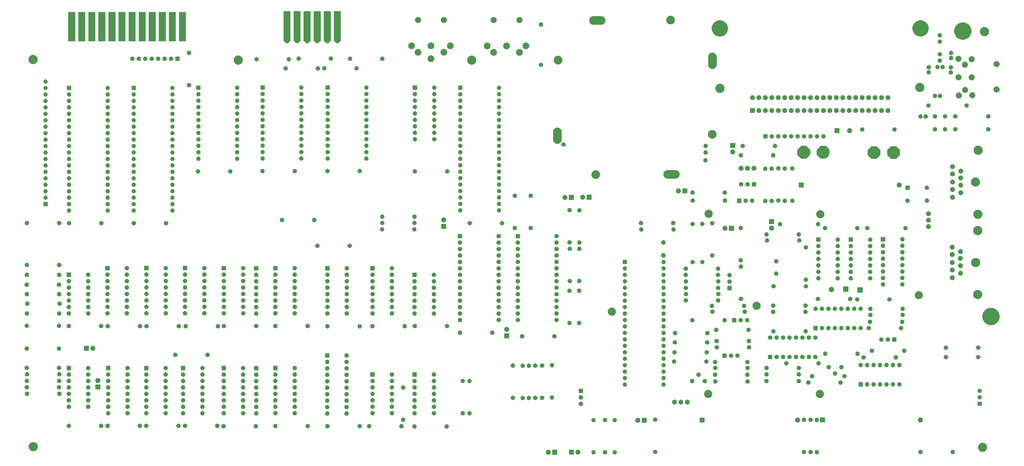
<source format=gbr>
G04 #@! TF.GenerationSoftware,KiCad,Pcbnew,(5.0.2)-1*
G04 #@! TF.CreationDate,2019-01-22T20:15:23+01:00*
G04 #@! TF.ProjectId,C64,4336342e-6b69-4636-9164-5f7063625858,rev?*
G04 #@! TF.SameCoordinates,Original*
G04 #@! TF.FileFunction,Soldermask,Bot*
G04 #@! TF.FilePolarity,Negative*
%FSLAX46Y46*%
G04 Gerber Fmt 4.6, Leading zero omitted, Abs format (unit mm)*
G04 Created by KiCad (PCBNEW (5.0.2)-1) date 22-01-2019 20:15:23*
%MOMM*%
%LPD*%
G01*
G04 APERTURE LIST*
%ADD10C,0.100000*%
G04 APERTURE END LIST*
D10*
G36*
X229211480Y-219861740D02*
X227236680Y-219861740D01*
X227236680Y-217886940D01*
X229211480Y-217886940D01*
X229211480Y-219861740D01*
X229211480Y-219861740D01*
G37*
G36*
X225896256Y-217909800D02*
X225972094Y-217924885D01*
X226151789Y-217999317D01*
X226313511Y-218107376D01*
X226451044Y-218244909D01*
X226559103Y-218406631D01*
X226616264Y-218544631D01*
X226633535Y-218586327D01*
X226668411Y-218761658D01*
X226671480Y-218777090D01*
X226671480Y-218971590D01*
X226633535Y-219162354D01*
X226559103Y-219342049D01*
X226451044Y-219503771D01*
X226313511Y-219641304D01*
X226151789Y-219749363D01*
X225972094Y-219823795D01*
X225908506Y-219836443D01*
X225781332Y-219861740D01*
X225586828Y-219861740D01*
X225459654Y-219836443D01*
X225396066Y-219823795D01*
X225216371Y-219749363D01*
X225054649Y-219641304D01*
X224917116Y-219503771D01*
X224809057Y-219342049D01*
X224734625Y-219162354D01*
X224696680Y-218971590D01*
X224696680Y-218777090D01*
X224699750Y-218761658D01*
X224734625Y-218586327D01*
X224751896Y-218544631D01*
X224809057Y-218406631D01*
X224917116Y-218244909D01*
X225054649Y-218107376D01*
X225216371Y-217999317D01*
X225396066Y-217924885D01*
X225471904Y-217909800D01*
X225586828Y-217886940D01*
X225781332Y-217886940D01*
X225896256Y-217909800D01*
X225896256Y-217909800D01*
G37*
G36*
X237551866Y-217846197D02*
X237615454Y-217858845D01*
X237795149Y-217933277D01*
X237956871Y-218041336D01*
X238094404Y-218178869D01*
X238202463Y-218340591D01*
X238276895Y-218520286D01*
X238279717Y-218534473D01*
X238314840Y-218711048D01*
X238314840Y-218905552D01*
X238301947Y-218970367D01*
X238276895Y-219096314D01*
X238202463Y-219276009D01*
X238094404Y-219437731D01*
X237956871Y-219575264D01*
X237795149Y-219683323D01*
X237615454Y-219757755D01*
X237551866Y-219770403D01*
X237424692Y-219795700D01*
X237230188Y-219795700D01*
X237103014Y-219770403D01*
X237039426Y-219757755D01*
X236859731Y-219683323D01*
X236698009Y-219575264D01*
X236560476Y-219437731D01*
X236452417Y-219276009D01*
X236377985Y-219096314D01*
X236352933Y-218970367D01*
X236340040Y-218905552D01*
X236340040Y-218711048D01*
X236375163Y-218534473D01*
X236377985Y-218520286D01*
X236452417Y-218340591D01*
X236560476Y-218178869D01*
X236698009Y-218041336D01*
X236859731Y-217933277D01*
X237039426Y-217858845D01*
X237103014Y-217846197D01*
X237230188Y-217820900D01*
X237424692Y-217820900D01*
X237551866Y-217846197D01*
X237551866Y-217846197D01*
G37*
G36*
X235774840Y-219795700D02*
X233800040Y-219795700D01*
X233800040Y-217820900D01*
X235774840Y-217820900D01*
X235774840Y-219795700D01*
X235774840Y-219795700D01*
G37*
G36*
X252066567Y-218069864D02*
X252223153Y-218134724D01*
X252364076Y-218228886D01*
X252483914Y-218348724D01*
X252578076Y-218489647D01*
X252642936Y-218646233D01*
X252676000Y-218812457D01*
X252676000Y-218981943D01*
X252642936Y-219148167D01*
X252578076Y-219304753D01*
X252483914Y-219445676D01*
X252364076Y-219565514D01*
X252223153Y-219659676D01*
X252066567Y-219724536D01*
X251900343Y-219757600D01*
X251730857Y-219757600D01*
X251564633Y-219724536D01*
X251408047Y-219659676D01*
X251267124Y-219565514D01*
X251147286Y-219445676D01*
X251053124Y-219304753D01*
X250988264Y-219148167D01*
X250955200Y-218981943D01*
X250955200Y-218812457D01*
X250988264Y-218646233D01*
X251053124Y-218489647D01*
X251147286Y-218348724D01*
X251267124Y-218228886D01*
X251408047Y-218134724D01*
X251564633Y-218069864D01*
X251730857Y-218036800D01*
X251900343Y-218036800D01*
X252066567Y-218069864D01*
X252066567Y-218069864D01*
G37*
G36*
X243709967Y-218069864D02*
X243866553Y-218134724D01*
X244007476Y-218228886D01*
X244127314Y-218348724D01*
X244221476Y-218489647D01*
X244286336Y-218646233D01*
X244319400Y-218812457D01*
X244319400Y-218981943D01*
X244286336Y-219148167D01*
X244221476Y-219304753D01*
X244127314Y-219445676D01*
X244007476Y-219565514D01*
X243866553Y-219659676D01*
X243709967Y-219724536D01*
X243543743Y-219757600D01*
X243374257Y-219757600D01*
X243208033Y-219724536D01*
X243051447Y-219659676D01*
X242910524Y-219565514D01*
X242790686Y-219445676D01*
X242696524Y-219304753D01*
X242631664Y-219148167D01*
X242598600Y-218981943D01*
X242598600Y-218812457D01*
X242631664Y-218646233D01*
X242696524Y-218489647D01*
X242790686Y-218348724D01*
X242910524Y-218228886D01*
X243051447Y-218134724D01*
X243208033Y-218069864D01*
X243374257Y-218036800D01*
X243543743Y-218036800D01*
X243709967Y-218069864D01*
X243709967Y-218069864D01*
G37*
G36*
X248246407Y-218019064D02*
X248402993Y-218083924D01*
X248543916Y-218178086D01*
X248663754Y-218297924D01*
X248757916Y-218438847D01*
X248822776Y-218595433D01*
X248855840Y-218761657D01*
X248855840Y-218931143D01*
X248822776Y-219097367D01*
X248757916Y-219253953D01*
X248663754Y-219394876D01*
X248543916Y-219514714D01*
X248402993Y-219608876D01*
X248246407Y-219673736D01*
X248080183Y-219706800D01*
X247910697Y-219706800D01*
X247744473Y-219673736D01*
X247587887Y-219608876D01*
X247446964Y-219514714D01*
X247327126Y-219394876D01*
X247232964Y-219253953D01*
X247168104Y-219097367D01*
X247135040Y-218931143D01*
X247135040Y-218761657D01*
X247168104Y-218595433D01*
X247232964Y-218438847D01*
X247327126Y-218297924D01*
X247446964Y-218178086D01*
X247587887Y-218083924D01*
X247744473Y-218019064D01*
X247910697Y-217986000D01*
X248080183Y-217986000D01*
X248246407Y-218019064D01*
X248246407Y-218019064D01*
G37*
G36*
X331593967Y-218019064D02*
X331750553Y-218083924D01*
X331891476Y-218178086D01*
X332011314Y-218297924D01*
X332105476Y-218438847D01*
X332170336Y-218595433D01*
X332203400Y-218761657D01*
X332203400Y-218931143D01*
X332170336Y-219097367D01*
X332105476Y-219253953D01*
X332011314Y-219394876D01*
X331891476Y-219514714D01*
X331750553Y-219608876D01*
X331593967Y-219673736D01*
X331427743Y-219706800D01*
X331258257Y-219706800D01*
X331092033Y-219673736D01*
X330935447Y-219608876D01*
X330794524Y-219514714D01*
X330674686Y-219394876D01*
X330580524Y-219253953D01*
X330515664Y-219097367D01*
X330482600Y-218931143D01*
X330482600Y-218761657D01*
X330515664Y-218595433D01*
X330580524Y-218438847D01*
X330674686Y-218297924D01*
X330794524Y-218178086D01*
X330935447Y-218083924D01*
X331092033Y-218019064D01*
X331258257Y-217986000D01*
X331427743Y-217986000D01*
X331593967Y-218019064D01*
X331593967Y-218019064D01*
G37*
G36*
X326539367Y-217968264D02*
X326695953Y-218033124D01*
X326836876Y-218127286D01*
X326956714Y-218247124D01*
X327050876Y-218388047D01*
X327115736Y-218544633D01*
X327148800Y-218710857D01*
X327148800Y-218880343D01*
X327115736Y-219046567D01*
X327050876Y-219203153D01*
X326956714Y-219344076D01*
X326836876Y-219463914D01*
X326695953Y-219558076D01*
X326539367Y-219622936D01*
X326373143Y-219656000D01*
X326203657Y-219656000D01*
X326037433Y-219622936D01*
X325880847Y-219558076D01*
X325739924Y-219463914D01*
X325620086Y-219344076D01*
X325525924Y-219203153D01*
X325461064Y-219046567D01*
X325428000Y-218880343D01*
X325428000Y-218710857D01*
X325461064Y-218544633D01*
X325525924Y-218388047D01*
X325620086Y-218247124D01*
X325739924Y-218127286D01*
X325880847Y-218033124D01*
X326037433Y-217968264D01*
X326203657Y-217935200D01*
X326373143Y-217935200D01*
X326539367Y-217968264D01*
X326539367Y-217968264D01*
G37*
G36*
X372391447Y-217958104D02*
X372548033Y-218022964D01*
X372688956Y-218117126D01*
X372808794Y-218236964D01*
X372902956Y-218377887D01*
X372967816Y-218534473D01*
X373000880Y-218700697D01*
X373000880Y-218870183D01*
X372967816Y-219036407D01*
X372902956Y-219192993D01*
X372808794Y-219333916D01*
X372688956Y-219453754D01*
X372548033Y-219547916D01*
X372391447Y-219612776D01*
X372225223Y-219645840D01*
X372055737Y-219645840D01*
X371889513Y-219612776D01*
X371732927Y-219547916D01*
X371592004Y-219453754D01*
X371472166Y-219333916D01*
X371378004Y-219192993D01*
X371313144Y-219036407D01*
X371280080Y-218870183D01*
X371280080Y-218700697D01*
X371313144Y-218534473D01*
X371378004Y-218377887D01*
X371472166Y-218236964D01*
X371592004Y-218117126D01*
X371732927Y-218022964D01*
X371889513Y-217958104D01*
X372055737Y-217925040D01*
X372225223Y-217925040D01*
X372391447Y-217958104D01*
X372391447Y-217958104D01*
G37*
G36*
X385091447Y-217958104D02*
X385248033Y-218022964D01*
X385388956Y-218117126D01*
X385508794Y-218236964D01*
X385602956Y-218377887D01*
X385667816Y-218534473D01*
X385700880Y-218700697D01*
X385700880Y-218870183D01*
X385667816Y-219036407D01*
X385602956Y-219192993D01*
X385508794Y-219333916D01*
X385388956Y-219453754D01*
X385248033Y-219547916D01*
X385091447Y-219612776D01*
X384925223Y-219645840D01*
X384755737Y-219645840D01*
X384589513Y-219612776D01*
X384432927Y-219547916D01*
X384292004Y-219453754D01*
X384172166Y-219333916D01*
X384078004Y-219192993D01*
X384013144Y-219036407D01*
X383980080Y-218870183D01*
X383980080Y-218700697D01*
X384013144Y-218534473D01*
X384078004Y-218377887D01*
X384172166Y-218236964D01*
X384292004Y-218117126D01*
X384432927Y-218022964D01*
X384589513Y-217958104D01*
X384755737Y-217925040D01*
X384925223Y-217925040D01*
X385091447Y-217958104D01*
X385091447Y-217958104D01*
G37*
G36*
X329155567Y-217942864D02*
X329312153Y-218007724D01*
X329453076Y-218101886D01*
X329572914Y-218221724D01*
X329667076Y-218362647D01*
X329731936Y-218519233D01*
X329765000Y-218685457D01*
X329765000Y-218854943D01*
X329731936Y-219021167D01*
X329667076Y-219177753D01*
X329572914Y-219318676D01*
X329453076Y-219438514D01*
X329312153Y-219532676D01*
X329155567Y-219597536D01*
X328989343Y-219630600D01*
X328819857Y-219630600D01*
X328653633Y-219597536D01*
X328497047Y-219532676D01*
X328356124Y-219438514D01*
X328236286Y-219318676D01*
X328142124Y-219177753D01*
X328077264Y-219021167D01*
X328044200Y-218854943D01*
X328044200Y-218685457D01*
X328077264Y-218519233D01*
X328142124Y-218362647D01*
X328236286Y-218221724D01*
X328356124Y-218101886D01*
X328497047Y-218007724D01*
X328653633Y-217942864D01*
X328819857Y-217909800D01*
X328989343Y-217909800D01*
X329155567Y-217942864D01*
X329155567Y-217942864D01*
G37*
G36*
X267992367Y-217892064D02*
X268148953Y-217956924D01*
X268289876Y-218051086D01*
X268409714Y-218170924D01*
X268503876Y-218311847D01*
X268568736Y-218468433D01*
X268601800Y-218634657D01*
X268601800Y-218804143D01*
X268568736Y-218970367D01*
X268503876Y-219126953D01*
X268409714Y-219267876D01*
X268289876Y-219387714D01*
X268148953Y-219481876D01*
X267992367Y-219546736D01*
X267826143Y-219579800D01*
X267656657Y-219579800D01*
X267490433Y-219546736D01*
X267333847Y-219481876D01*
X267192924Y-219387714D01*
X267073086Y-219267876D01*
X266978924Y-219126953D01*
X266914064Y-218970367D01*
X266881000Y-218804143D01*
X266881000Y-218634657D01*
X266914064Y-218468433D01*
X266978924Y-218311847D01*
X267073086Y-218170924D01*
X267192924Y-218051086D01*
X267333847Y-217956924D01*
X267490433Y-217892064D01*
X267656657Y-217859000D01*
X267826143Y-217859000D01*
X267992367Y-217892064D01*
X267992367Y-217892064D01*
G37*
G36*
X396999642Y-215172275D02*
X397115561Y-215195333D01*
X397443140Y-215331021D01*
X397695023Y-215499324D01*
X397737956Y-215528011D01*
X397988669Y-215778724D01*
X398185660Y-216073542D01*
X398205616Y-216121720D01*
X398321347Y-216401119D01*
X398390520Y-216748876D01*
X398390520Y-217103444D01*
X398321347Y-217451201D01*
X398185659Y-217778780D01*
X398081142Y-217935200D01*
X397988669Y-218073596D01*
X397737956Y-218324309D01*
X397737953Y-218324311D01*
X397443140Y-218521299D01*
X397443139Y-218521300D01*
X397443138Y-218521300D01*
X397386812Y-218544631D01*
X397115561Y-218656987D01*
X396999642Y-218680045D01*
X396767806Y-218726160D01*
X396413234Y-218726160D01*
X396181398Y-218680045D01*
X396065479Y-218656987D01*
X395794228Y-218544631D01*
X395737902Y-218521300D01*
X395737901Y-218521300D01*
X395737900Y-218521299D01*
X395443087Y-218324311D01*
X395443084Y-218324309D01*
X395192371Y-218073596D01*
X395099898Y-217935200D01*
X394995381Y-217778780D01*
X394859693Y-217451201D01*
X394790520Y-217103444D01*
X394790520Y-216748876D01*
X394859693Y-216401119D01*
X394975424Y-216121720D01*
X394995380Y-216073542D01*
X395192371Y-215778724D01*
X395443084Y-215528011D01*
X395486017Y-215499324D01*
X395737900Y-215331021D01*
X396065479Y-215195333D01*
X396181398Y-215172275D01*
X396413234Y-215126160D01*
X396767806Y-215126160D01*
X396999642Y-215172275D01*
X396999642Y-215172275D01*
G37*
G36*
X23393582Y-214892875D02*
X23509501Y-214915933D01*
X23837080Y-215051621D01*
X23948635Y-215126160D01*
X24131896Y-215248611D01*
X24382609Y-215499324D01*
X24382611Y-215499327D01*
X24579599Y-215794140D01*
X24695331Y-216073540D01*
X24715287Y-216121720D01*
X24784460Y-216469474D01*
X24784460Y-216824046D01*
X24715287Y-217171800D01*
X24579600Y-217499378D01*
X24382609Y-217794196D01*
X24131896Y-218044909D01*
X24131893Y-218044911D01*
X23837080Y-218241899D01*
X23837079Y-218241900D01*
X23837078Y-218241900D01*
X23824466Y-218247124D01*
X23509501Y-218377587D01*
X23393582Y-218400645D01*
X23161746Y-218446760D01*
X22807174Y-218446760D01*
X22575338Y-218400645D01*
X22459419Y-218377587D01*
X22144454Y-218247124D01*
X22131842Y-218241900D01*
X22131841Y-218241900D01*
X22131840Y-218241899D01*
X21837027Y-218044911D01*
X21837024Y-218044909D01*
X21586311Y-217794196D01*
X21389320Y-217499378D01*
X21253633Y-217171800D01*
X21184460Y-216824046D01*
X21184460Y-216469474D01*
X21253633Y-216121720D01*
X21273590Y-216073540D01*
X21389321Y-215794140D01*
X21586309Y-215499327D01*
X21586311Y-215499324D01*
X21837024Y-215248611D01*
X22020285Y-215126160D01*
X22131840Y-215051621D01*
X22459419Y-214915933D01*
X22575338Y-214892875D01*
X22807174Y-214846760D01*
X23161746Y-214846760D01*
X23393582Y-214892875D01*
X23393582Y-214892875D01*
G37*
G36*
X185950367Y-207859064D02*
X186106953Y-207923924D01*
X186247876Y-208018086D01*
X186367714Y-208137924D01*
X186461876Y-208278847D01*
X186526736Y-208435433D01*
X186559800Y-208601657D01*
X186559800Y-208771143D01*
X186526736Y-208937367D01*
X186461876Y-209093953D01*
X186367714Y-209234876D01*
X186247876Y-209354714D01*
X186106953Y-209448876D01*
X185950367Y-209513736D01*
X185784143Y-209546800D01*
X185614657Y-209546800D01*
X185448433Y-209513736D01*
X185291847Y-209448876D01*
X185150924Y-209354714D01*
X185031086Y-209234876D01*
X184936924Y-209093953D01*
X184872064Y-208937367D01*
X184839000Y-208771143D01*
X184839000Y-208601657D01*
X184872064Y-208435433D01*
X184936924Y-208278847D01*
X185031086Y-208137924D01*
X185150924Y-208018086D01*
X185291847Y-207923924D01*
X185448433Y-207859064D01*
X185614657Y-207826000D01*
X185784143Y-207826000D01*
X185950367Y-207859064D01*
X185950367Y-207859064D01*
G37*
G36*
X173250367Y-207859064D02*
X173406953Y-207923924D01*
X173547876Y-208018086D01*
X173667714Y-208137924D01*
X173761876Y-208278847D01*
X173826736Y-208435433D01*
X173859800Y-208601657D01*
X173859800Y-208771143D01*
X173826736Y-208937367D01*
X173761876Y-209093953D01*
X173667714Y-209234876D01*
X173547876Y-209354714D01*
X173406953Y-209448876D01*
X173250367Y-209513736D01*
X173084143Y-209546800D01*
X172914657Y-209546800D01*
X172748433Y-209513736D01*
X172591847Y-209448876D01*
X172450924Y-209354714D01*
X172331086Y-209234876D01*
X172236924Y-209093953D01*
X172172064Y-208937367D01*
X172139000Y-208771143D01*
X172139000Y-208601657D01*
X172172064Y-208435433D01*
X172236924Y-208278847D01*
X172331086Y-208137924D01*
X172450924Y-208018086D01*
X172591847Y-207923924D01*
X172748433Y-207859064D01*
X172914657Y-207826000D01*
X173084143Y-207826000D01*
X173250367Y-207859064D01*
X173250367Y-207859064D01*
G37*
G36*
X155419567Y-207782864D02*
X155576153Y-207847724D01*
X155717076Y-207941886D01*
X155836914Y-208061724D01*
X155931076Y-208202647D01*
X155995936Y-208359233D01*
X156029000Y-208525457D01*
X156029000Y-208694943D01*
X155995936Y-208861167D01*
X155931076Y-209017753D01*
X155836914Y-209158676D01*
X155717076Y-209278514D01*
X155576153Y-209372676D01*
X155419567Y-209437536D01*
X155253343Y-209470600D01*
X155083857Y-209470600D01*
X154917633Y-209437536D01*
X154761047Y-209372676D01*
X154620124Y-209278514D01*
X154500286Y-209158676D01*
X154406124Y-209017753D01*
X154341264Y-208861167D01*
X154308200Y-208694943D01*
X154308200Y-208525457D01*
X154341264Y-208359233D01*
X154406124Y-208202647D01*
X154500286Y-208061724D01*
X154620124Y-207941886D01*
X154761047Y-207847724D01*
X154917633Y-207782864D01*
X155083857Y-207749800D01*
X155253343Y-207749800D01*
X155419567Y-207782864D01*
X155419567Y-207782864D01*
G37*
G36*
X168119567Y-207782864D02*
X168276153Y-207847724D01*
X168417076Y-207941886D01*
X168536914Y-208061724D01*
X168631076Y-208202647D01*
X168695936Y-208359233D01*
X168729000Y-208525457D01*
X168729000Y-208694943D01*
X168695936Y-208861167D01*
X168631076Y-209017753D01*
X168536914Y-209158676D01*
X168417076Y-209278514D01*
X168276153Y-209372676D01*
X168119567Y-209437536D01*
X167953343Y-209470600D01*
X167783857Y-209470600D01*
X167617633Y-209437536D01*
X167461047Y-209372676D01*
X167320124Y-209278514D01*
X167200286Y-209158676D01*
X167106124Y-209017753D01*
X167041264Y-208861167D01*
X167008200Y-208694943D01*
X167008200Y-208525457D01*
X167041264Y-208359233D01*
X167106124Y-208202647D01*
X167200286Y-208061724D01*
X167320124Y-207941886D01*
X167461047Y-207847724D01*
X167617633Y-207782864D01*
X167783857Y-207749800D01*
X167953343Y-207749800D01*
X168119567Y-207782864D01*
X168119567Y-207782864D01*
G37*
G36*
X110832407Y-207772704D02*
X110988993Y-207837564D01*
X111129916Y-207931726D01*
X111249754Y-208051564D01*
X111343916Y-208192487D01*
X111408776Y-208349073D01*
X111441840Y-208515297D01*
X111441840Y-208684783D01*
X111408776Y-208851007D01*
X111343916Y-209007593D01*
X111249754Y-209148516D01*
X111129916Y-209268354D01*
X110988993Y-209362516D01*
X110832407Y-209427376D01*
X110666183Y-209460440D01*
X110496697Y-209460440D01*
X110330473Y-209427376D01*
X110173887Y-209362516D01*
X110032964Y-209268354D01*
X109913126Y-209148516D01*
X109818964Y-209007593D01*
X109754104Y-208851007D01*
X109721040Y-208684783D01*
X109721040Y-208515297D01*
X109754104Y-208349073D01*
X109818964Y-208192487D01*
X109913126Y-208051564D01*
X110032964Y-207931726D01*
X110173887Y-207837564D01*
X110330473Y-207772704D01*
X110496697Y-207739640D01*
X110666183Y-207739640D01*
X110832407Y-207772704D01*
X110832407Y-207772704D01*
G37*
G36*
X98132407Y-207772704D02*
X98288993Y-207837564D01*
X98429916Y-207931726D01*
X98549754Y-208051564D01*
X98643916Y-208192487D01*
X98708776Y-208349073D01*
X98741840Y-208515297D01*
X98741840Y-208684783D01*
X98708776Y-208851007D01*
X98643916Y-209007593D01*
X98549754Y-209148516D01*
X98429916Y-209268354D01*
X98288993Y-209362516D01*
X98132407Y-209427376D01*
X97966183Y-209460440D01*
X97796697Y-209460440D01*
X97630473Y-209427376D01*
X97473887Y-209362516D01*
X97332964Y-209268354D01*
X97213126Y-209148516D01*
X97118964Y-209007593D01*
X97054104Y-208851007D01*
X97021040Y-208684783D01*
X97021040Y-208515297D01*
X97054104Y-208349073D01*
X97118964Y-208192487D01*
X97213126Y-208051564D01*
X97332964Y-207931726D01*
X97473887Y-207837564D01*
X97630473Y-207772704D01*
X97796697Y-207739640D01*
X97966183Y-207739640D01*
X98132407Y-207772704D01*
X98132407Y-207772704D01*
G37*
G36*
X151685767Y-207757464D02*
X151842353Y-207822324D01*
X151983276Y-207916486D01*
X152103114Y-208036324D01*
X152197276Y-208177247D01*
X152262136Y-208333833D01*
X152295200Y-208500057D01*
X152295200Y-208669543D01*
X152262136Y-208835767D01*
X152197276Y-208992353D01*
X152103114Y-209133276D01*
X151983276Y-209253114D01*
X151842353Y-209347276D01*
X151685767Y-209412136D01*
X151519543Y-209445200D01*
X151350057Y-209445200D01*
X151183833Y-209412136D01*
X151027247Y-209347276D01*
X150886324Y-209253114D01*
X150766486Y-209133276D01*
X150672324Y-208992353D01*
X150607464Y-208835767D01*
X150574400Y-208669543D01*
X150574400Y-208500057D01*
X150607464Y-208333833D01*
X150672324Y-208177247D01*
X150766486Y-208036324D01*
X150886324Y-207916486D01*
X151027247Y-207822324D01*
X151183833Y-207757464D01*
X151350057Y-207724400D01*
X151519543Y-207724400D01*
X151685767Y-207757464D01*
X151685767Y-207757464D01*
G37*
G36*
X138985767Y-207757464D02*
X139142353Y-207822324D01*
X139283276Y-207916486D01*
X139403114Y-208036324D01*
X139497276Y-208177247D01*
X139562136Y-208333833D01*
X139595200Y-208500057D01*
X139595200Y-208669543D01*
X139562136Y-208835767D01*
X139497276Y-208992353D01*
X139403114Y-209133276D01*
X139283276Y-209253114D01*
X139142353Y-209347276D01*
X138985767Y-209412136D01*
X138819543Y-209445200D01*
X138650057Y-209445200D01*
X138483833Y-209412136D01*
X138327247Y-209347276D01*
X138186324Y-209253114D01*
X138066486Y-209133276D01*
X137972324Y-208992353D01*
X137907464Y-208835767D01*
X137874400Y-208669543D01*
X137874400Y-208500057D01*
X137907464Y-208333833D01*
X137972324Y-208177247D01*
X138066486Y-208036324D01*
X138186324Y-207916486D01*
X138327247Y-207822324D01*
X138483833Y-207757464D01*
X138650057Y-207724400D01*
X138819543Y-207724400D01*
X138985767Y-207757464D01*
X138985767Y-207757464D01*
G37*
G36*
X131238767Y-207732064D02*
X131395353Y-207796924D01*
X131536276Y-207891086D01*
X131656114Y-208010924D01*
X131750276Y-208151847D01*
X131815136Y-208308433D01*
X131848200Y-208474657D01*
X131848200Y-208644143D01*
X131815136Y-208810367D01*
X131750276Y-208966953D01*
X131656114Y-209107876D01*
X131536276Y-209227714D01*
X131395353Y-209321876D01*
X131238767Y-209386736D01*
X131072543Y-209419800D01*
X130903057Y-209419800D01*
X130736833Y-209386736D01*
X130580247Y-209321876D01*
X130439324Y-209227714D01*
X130319486Y-209107876D01*
X130225324Y-208966953D01*
X130160464Y-208810367D01*
X130127400Y-208644143D01*
X130127400Y-208474657D01*
X130160464Y-208308433D01*
X130225324Y-208151847D01*
X130319486Y-208010924D01*
X130439324Y-207891086D01*
X130580247Y-207796924D01*
X130736833Y-207732064D01*
X130903057Y-207699000D01*
X131072543Y-207699000D01*
X131238767Y-207732064D01*
X131238767Y-207732064D01*
G37*
G36*
X118538767Y-207732064D02*
X118695353Y-207796924D01*
X118836276Y-207891086D01*
X118956114Y-208010924D01*
X119050276Y-208151847D01*
X119115136Y-208308433D01*
X119148200Y-208474657D01*
X119148200Y-208644143D01*
X119115136Y-208810367D01*
X119050276Y-208966953D01*
X118956114Y-209107876D01*
X118836276Y-209227714D01*
X118695353Y-209321876D01*
X118538767Y-209386736D01*
X118372543Y-209419800D01*
X118203057Y-209419800D01*
X118036833Y-209386736D01*
X117880247Y-209321876D01*
X117739324Y-209227714D01*
X117619486Y-209107876D01*
X117525324Y-208966953D01*
X117460464Y-208810367D01*
X117427400Y-208644143D01*
X117427400Y-208474657D01*
X117460464Y-208308433D01*
X117525324Y-208151847D01*
X117619486Y-208010924D01*
X117739324Y-207891086D01*
X117880247Y-207796924D01*
X118036833Y-207732064D01*
X118203057Y-207699000D01*
X118372543Y-207699000D01*
X118538767Y-207732064D01*
X118538767Y-207732064D01*
G37*
G36*
X49933367Y-207630464D02*
X50089953Y-207695324D01*
X50230876Y-207789486D01*
X50350714Y-207909324D01*
X50444876Y-208050247D01*
X50509736Y-208206833D01*
X50542800Y-208373057D01*
X50542800Y-208542543D01*
X50509736Y-208708767D01*
X50444876Y-208865353D01*
X50350714Y-209006276D01*
X50230876Y-209126114D01*
X50089953Y-209220276D01*
X49933367Y-209285136D01*
X49767143Y-209318200D01*
X49597657Y-209318200D01*
X49431433Y-209285136D01*
X49274847Y-209220276D01*
X49133924Y-209126114D01*
X49014086Y-209006276D01*
X48919924Y-208865353D01*
X48855064Y-208708767D01*
X48822000Y-208542543D01*
X48822000Y-208373057D01*
X48855064Y-208206833D01*
X48919924Y-208050247D01*
X49014086Y-207909324D01*
X49133924Y-207789486D01*
X49274847Y-207695324D01*
X49431433Y-207630464D01*
X49597657Y-207597400D01*
X49767143Y-207597400D01*
X49933367Y-207630464D01*
X49933367Y-207630464D01*
G37*
G36*
X37233367Y-207630464D02*
X37389953Y-207695324D01*
X37530876Y-207789486D01*
X37650714Y-207909324D01*
X37744876Y-208050247D01*
X37809736Y-208206833D01*
X37842800Y-208373057D01*
X37842800Y-208542543D01*
X37809736Y-208708767D01*
X37744876Y-208865353D01*
X37650714Y-209006276D01*
X37530876Y-209126114D01*
X37389953Y-209220276D01*
X37233367Y-209285136D01*
X37067143Y-209318200D01*
X36897657Y-209318200D01*
X36731433Y-209285136D01*
X36574847Y-209220276D01*
X36433924Y-209126114D01*
X36314086Y-209006276D01*
X36219924Y-208865353D01*
X36155064Y-208708767D01*
X36122000Y-208542543D01*
X36122000Y-208373057D01*
X36155064Y-208206833D01*
X36219924Y-208050247D01*
X36314086Y-207909324D01*
X36433924Y-207789486D01*
X36574847Y-207695324D01*
X36731433Y-207630464D01*
X36897657Y-207597400D01*
X37067143Y-207597400D01*
X37233367Y-207630464D01*
X37233367Y-207630464D01*
G37*
G36*
X80382887Y-207620304D02*
X80539473Y-207685164D01*
X80680396Y-207779326D01*
X80800234Y-207899164D01*
X80894396Y-208040087D01*
X80959256Y-208196673D01*
X80992320Y-208362897D01*
X80992320Y-208532383D01*
X80959256Y-208698607D01*
X80894396Y-208855193D01*
X80800234Y-208996116D01*
X80680396Y-209115954D01*
X80539473Y-209210116D01*
X80382887Y-209274976D01*
X80216663Y-209308040D01*
X80047177Y-209308040D01*
X79880953Y-209274976D01*
X79724367Y-209210116D01*
X79583444Y-209115954D01*
X79463606Y-208996116D01*
X79369444Y-208855193D01*
X79304584Y-208698607D01*
X79271520Y-208532383D01*
X79271520Y-208362897D01*
X79304584Y-208196673D01*
X79369444Y-208040087D01*
X79463606Y-207899164D01*
X79583444Y-207779326D01*
X79724367Y-207685164D01*
X79880953Y-207620304D01*
X80047177Y-207587240D01*
X80216663Y-207587240D01*
X80382887Y-207620304D01*
X80382887Y-207620304D01*
G37*
G36*
X67682887Y-207620304D02*
X67839473Y-207685164D01*
X67980396Y-207779326D01*
X68100234Y-207899164D01*
X68194396Y-208040087D01*
X68259256Y-208196673D01*
X68292320Y-208362897D01*
X68292320Y-208532383D01*
X68259256Y-208698607D01*
X68194396Y-208855193D01*
X68100234Y-208996116D01*
X67980396Y-209115954D01*
X67839473Y-209210116D01*
X67682887Y-209274976D01*
X67516663Y-209308040D01*
X67347177Y-209308040D01*
X67180953Y-209274976D01*
X67024367Y-209210116D01*
X66883444Y-209115954D01*
X66763606Y-208996116D01*
X66669444Y-208855193D01*
X66604584Y-208698607D01*
X66571520Y-208532383D01*
X66571520Y-208362897D01*
X66604584Y-208196673D01*
X66669444Y-208040087D01*
X66763606Y-207899164D01*
X66883444Y-207779326D01*
X67024367Y-207685164D01*
X67180953Y-207620304D01*
X67347177Y-207587240D01*
X67516663Y-207587240D01*
X67682887Y-207620304D01*
X67682887Y-207620304D01*
G37*
G36*
X65178447Y-207617764D02*
X65335033Y-207682624D01*
X65475956Y-207776786D01*
X65595794Y-207896624D01*
X65689956Y-208037547D01*
X65754816Y-208194133D01*
X65787880Y-208360357D01*
X65787880Y-208529843D01*
X65754816Y-208696067D01*
X65689956Y-208852653D01*
X65595794Y-208993576D01*
X65475956Y-209113414D01*
X65335033Y-209207576D01*
X65178447Y-209272436D01*
X65012223Y-209305500D01*
X64842737Y-209305500D01*
X64676513Y-209272436D01*
X64519927Y-209207576D01*
X64379004Y-209113414D01*
X64259166Y-208993576D01*
X64165004Y-208852653D01*
X64100144Y-208696067D01*
X64067080Y-208529843D01*
X64067080Y-208360357D01*
X64100144Y-208194133D01*
X64165004Y-208037547D01*
X64259166Y-207896624D01*
X64379004Y-207776786D01*
X64519927Y-207682624D01*
X64676513Y-207617764D01*
X64842737Y-207584700D01*
X65012223Y-207584700D01*
X65178447Y-207617764D01*
X65178447Y-207617764D01*
G37*
G36*
X52478447Y-207617764D02*
X52635033Y-207682624D01*
X52775956Y-207776786D01*
X52895794Y-207896624D01*
X52989956Y-208037547D01*
X53054816Y-208194133D01*
X53087880Y-208360357D01*
X53087880Y-208529843D01*
X53054816Y-208696067D01*
X52989956Y-208852653D01*
X52895794Y-208993576D01*
X52775956Y-209113414D01*
X52635033Y-209207576D01*
X52478447Y-209272436D01*
X52312223Y-209305500D01*
X52142737Y-209305500D01*
X51976513Y-209272436D01*
X51819927Y-209207576D01*
X51679004Y-209113414D01*
X51559166Y-208993576D01*
X51465004Y-208852653D01*
X51400144Y-208696067D01*
X51367080Y-208529843D01*
X51367080Y-208360357D01*
X51400144Y-208194133D01*
X51465004Y-208037547D01*
X51559166Y-207896624D01*
X51679004Y-207776786D01*
X51819927Y-207682624D01*
X51976513Y-207617764D01*
X52142737Y-207584700D01*
X52312223Y-207584700D01*
X52478447Y-207617764D01*
X52478447Y-207617764D01*
G37*
G36*
X95640667Y-207610144D02*
X95797253Y-207675004D01*
X95938176Y-207769166D01*
X96058014Y-207889004D01*
X96152176Y-208029927D01*
X96217036Y-208186513D01*
X96250100Y-208352737D01*
X96250100Y-208522223D01*
X96217036Y-208688447D01*
X96152176Y-208845033D01*
X96058014Y-208985956D01*
X95938176Y-209105794D01*
X95797253Y-209199956D01*
X95640667Y-209264816D01*
X95474443Y-209297880D01*
X95304957Y-209297880D01*
X95138733Y-209264816D01*
X94982147Y-209199956D01*
X94841224Y-209105794D01*
X94721386Y-208985956D01*
X94627224Y-208845033D01*
X94562364Y-208688447D01*
X94529300Y-208522223D01*
X94529300Y-208352737D01*
X94562364Y-208186513D01*
X94627224Y-208029927D01*
X94721386Y-207889004D01*
X94841224Y-207769166D01*
X94982147Y-207675004D01*
X95138733Y-207610144D01*
X95304957Y-207577080D01*
X95474443Y-207577080D01*
X95640667Y-207610144D01*
X95640667Y-207610144D01*
G37*
G36*
X82940667Y-207610144D02*
X83097253Y-207675004D01*
X83238176Y-207769166D01*
X83358014Y-207889004D01*
X83452176Y-208029927D01*
X83517036Y-208186513D01*
X83550100Y-208352737D01*
X83550100Y-208522223D01*
X83517036Y-208688447D01*
X83452176Y-208845033D01*
X83358014Y-208985956D01*
X83238176Y-209105794D01*
X83097253Y-209199956D01*
X82940667Y-209264816D01*
X82774443Y-209297880D01*
X82604957Y-209297880D01*
X82438733Y-209264816D01*
X82282147Y-209199956D01*
X82141224Y-209105794D01*
X82021386Y-208985956D01*
X81927224Y-208845033D01*
X81862364Y-208688447D01*
X81829300Y-208522223D01*
X81829300Y-208352737D01*
X81862364Y-208186513D01*
X81927224Y-208029927D01*
X82021386Y-207889004D01*
X82141224Y-207769166D01*
X82282147Y-207675004D01*
X82438733Y-207610144D01*
X82604957Y-207577080D01*
X82774443Y-207577080D01*
X82940667Y-207610144D01*
X82940667Y-207610144D01*
G37*
G36*
X264433660Y-207260800D02*
X262458860Y-207260800D01*
X262458860Y-205286000D01*
X264433660Y-205286000D01*
X264433660Y-207260800D01*
X264433660Y-207260800D01*
G37*
G36*
X261112725Y-205307724D02*
X261194274Y-205323945D01*
X261373969Y-205398377D01*
X261535691Y-205506436D01*
X261673224Y-205643969D01*
X261781283Y-205805691D01*
X261839496Y-205946231D01*
X261855715Y-205985387D01*
X261893660Y-206176148D01*
X261893660Y-206370652D01*
X261886029Y-206409013D01*
X261855715Y-206561414D01*
X261781283Y-206741109D01*
X261673224Y-206902831D01*
X261535691Y-207040364D01*
X261373969Y-207148423D01*
X261194274Y-207222855D01*
X261130686Y-207235503D01*
X261003512Y-207260800D01*
X260809008Y-207260800D01*
X260681834Y-207235503D01*
X260618246Y-207222855D01*
X260438551Y-207148423D01*
X260276829Y-207040364D01*
X260139296Y-206902831D01*
X260031237Y-206741109D01*
X259956805Y-206561414D01*
X259926491Y-206409013D01*
X259918860Y-206370652D01*
X259918860Y-206176148D01*
X259956805Y-205985387D01*
X259973024Y-205946231D01*
X260031237Y-205805691D01*
X260139296Y-205643969D01*
X260276829Y-205506436D01*
X260438551Y-205398377D01*
X260618246Y-205323945D01*
X260699795Y-205307724D01*
X260809008Y-205286000D01*
X261003512Y-205286000D01*
X261112725Y-205307724D01*
X261112725Y-205307724D01*
G37*
G36*
X287179360Y-207215080D02*
X285204560Y-207215080D01*
X285204560Y-205240280D01*
X287179360Y-205240280D01*
X287179360Y-207215080D01*
X287179360Y-207215080D01*
G37*
G36*
X324007026Y-205235097D02*
X324070614Y-205247745D01*
X324250309Y-205322177D01*
X324412031Y-205430236D01*
X324549564Y-205567769D01*
X324657623Y-205729491D01*
X324726358Y-205895433D01*
X324732055Y-205909187D01*
X324770000Y-206099948D01*
X324770000Y-206294452D01*
X324759633Y-206346569D01*
X324732055Y-206485214D01*
X324657623Y-206664909D01*
X324549564Y-206826631D01*
X324412031Y-206964164D01*
X324250309Y-207072223D01*
X324070614Y-207146655D01*
X324007026Y-207159303D01*
X323879852Y-207184600D01*
X323685348Y-207184600D01*
X323558174Y-207159303D01*
X323494586Y-207146655D01*
X323314891Y-207072223D01*
X323153169Y-206964164D01*
X323015636Y-206826631D01*
X322907577Y-206664909D01*
X322833145Y-206485214D01*
X322805567Y-206346569D01*
X322795200Y-206294452D01*
X322795200Y-206099948D01*
X322833145Y-205909187D01*
X322838842Y-205895433D01*
X322907577Y-205729491D01*
X323015636Y-205567769D01*
X323153169Y-205430236D01*
X323314891Y-205322177D01*
X323494586Y-205247745D01*
X323558174Y-205235097D01*
X323685348Y-205209800D01*
X323879852Y-205209800D01*
X324007026Y-205235097D01*
X324007026Y-205235097D01*
G37*
G36*
X334565600Y-207108400D02*
X332590800Y-207108400D01*
X332590800Y-205133600D01*
X334565600Y-205133600D01*
X334565600Y-207108400D01*
X334565600Y-207108400D01*
G37*
G36*
X372368626Y-205158897D02*
X372432214Y-205171545D01*
X372611909Y-205245977D01*
X372773631Y-205354036D01*
X372911164Y-205491569D01*
X373019223Y-205653291D01*
X373093655Y-205832986D01*
X373093655Y-205832987D01*
X373131600Y-206023748D01*
X373131600Y-206218252D01*
X373121233Y-206270369D01*
X373093655Y-206409014D01*
X373019223Y-206588709D01*
X372911164Y-206750431D01*
X372773631Y-206887964D01*
X372611909Y-206996023D01*
X372432214Y-207070455D01*
X372368626Y-207083103D01*
X372241452Y-207108400D01*
X372046948Y-207108400D01*
X371919774Y-207083103D01*
X371856186Y-207070455D01*
X371676491Y-206996023D01*
X371514769Y-206887964D01*
X371377236Y-206750431D01*
X371269177Y-206588709D01*
X371194745Y-206409014D01*
X371167167Y-206270369D01*
X371156800Y-206218252D01*
X371156800Y-206023748D01*
X371194745Y-205832987D01*
X371194745Y-205832986D01*
X371269177Y-205653291D01*
X371377236Y-205491569D01*
X371514769Y-205354036D01*
X371676491Y-205245977D01*
X371856186Y-205171545D01*
X371919774Y-205158897D01*
X372046948Y-205133600D01*
X372241452Y-205133600D01*
X372368626Y-205158897D01*
X372368626Y-205158897D01*
G37*
G36*
X252066567Y-205369864D02*
X252223153Y-205434724D01*
X252364076Y-205528886D01*
X252483914Y-205648724D01*
X252578076Y-205789647D01*
X252642936Y-205946233D01*
X252676000Y-206112457D01*
X252676000Y-206281943D01*
X252642936Y-206448167D01*
X252578076Y-206604753D01*
X252483914Y-206745676D01*
X252364076Y-206865514D01*
X252223153Y-206959676D01*
X252066567Y-207024536D01*
X251900343Y-207057600D01*
X251730857Y-207057600D01*
X251564633Y-207024536D01*
X251408047Y-206959676D01*
X251267124Y-206865514D01*
X251147286Y-206745676D01*
X251053124Y-206604753D01*
X250988264Y-206448167D01*
X250955200Y-206281943D01*
X250955200Y-206112457D01*
X250988264Y-205946233D01*
X251053124Y-205789647D01*
X251147286Y-205648724D01*
X251267124Y-205528886D01*
X251408047Y-205434724D01*
X251564633Y-205369864D01*
X251730857Y-205336800D01*
X251900343Y-205336800D01*
X252066567Y-205369864D01*
X252066567Y-205369864D01*
G37*
G36*
X243709967Y-205369864D02*
X243866553Y-205434724D01*
X244007476Y-205528886D01*
X244127314Y-205648724D01*
X244221476Y-205789647D01*
X244286336Y-205946233D01*
X244319400Y-206112457D01*
X244319400Y-206281943D01*
X244286336Y-206448167D01*
X244221476Y-206604753D01*
X244127314Y-206745676D01*
X244007476Y-206865514D01*
X243866553Y-206959676D01*
X243709967Y-207024536D01*
X243543743Y-207057600D01*
X243374257Y-207057600D01*
X243208033Y-207024536D01*
X243051447Y-206959676D01*
X242910524Y-206865514D01*
X242790686Y-206745676D01*
X242696524Y-206604753D01*
X242631664Y-206448167D01*
X242598600Y-206281943D01*
X242598600Y-206112457D01*
X242631664Y-205946233D01*
X242696524Y-205789647D01*
X242790686Y-205648724D01*
X242910524Y-205528886D01*
X243051447Y-205434724D01*
X243208033Y-205369864D01*
X243374257Y-205336800D01*
X243543743Y-205336800D01*
X243709967Y-205369864D01*
X243709967Y-205369864D01*
G37*
G36*
X331593967Y-205319064D02*
X331750553Y-205383924D01*
X331891476Y-205478086D01*
X332011314Y-205597924D01*
X332105476Y-205738847D01*
X332170336Y-205895433D01*
X332203400Y-206061657D01*
X332203400Y-206231143D01*
X332170336Y-206397367D01*
X332105476Y-206553953D01*
X332011314Y-206694876D01*
X331891476Y-206814714D01*
X331750553Y-206908876D01*
X331593967Y-206973736D01*
X331427743Y-207006800D01*
X331258257Y-207006800D01*
X331092033Y-206973736D01*
X330935447Y-206908876D01*
X330794524Y-206814714D01*
X330674686Y-206694876D01*
X330580524Y-206553953D01*
X330515664Y-206397367D01*
X330482600Y-206231143D01*
X330482600Y-206061657D01*
X330515664Y-205895433D01*
X330580524Y-205738847D01*
X330674686Y-205597924D01*
X330794524Y-205478086D01*
X330935447Y-205383924D01*
X331092033Y-205319064D01*
X331258257Y-205286000D01*
X331427743Y-205286000D01*
X331593967Y-205319064D01*
X331593967Y-205319064D01*
G37*
G36*
X248246407Y-205319064D02*
X248402993Y-205383924D01*
X248543916Y-205478086D01*
X248663754Y-205597924D01*
X248757916Y-205738847D01*
X248822776Y-205895433D01*
X248855840Y-206061657D01*
X248855840Y-206231143D01*
X248822776Y-206397367D01*
X248757916Y-206553953D01*
X248663754Y-206694876D01*
X248543916Y-206814714D01*
X248402993Y-206908876D01*
X248246407Y-206973736D01*
X248080183Y-207006800D01*
X247910697Y-207006800D01*
X247744473Y-206973736D01*
X247587887Y-206908876D01*
X247446964Y-206814714D01*
X247327126Y-206694876D01*
X247232964Y-206553953D01*
X247168104Y-206397367D01*
X247135040Y-206231143D01*
X247135040Y-206061657D01*
X247168104Y-205895433D01*
X247232964Y-205738847D01*
X247327126Y-205597924D01*
X247446964Y-205478086D01*
X247587887Y-205383924D01*
X247744473Y-205319064D01*
X247910697Y-205286000D01*
X248080183Y-205286000D01*
X248246407Y-205319064D01*
X248246407Y-205319064D01*
G37*
G36*
X326539367Y-205268264D02*
X326695953Y-205333124D01*
X326836876Y-205427286D01*
X326956714Y-205547124D01*
X327050876Y-205688047D01*
X327115736Y-205844633D01*
X327148800Y-206010857D01*
X327148800Y-206180343D01*
X327115736Y-206346567D01*
X327050876Y-206503153D01*
X326956714Y-206644076D01*
X326836876Y-206763914D01*
X326695953Y-206858076D01*
X326539367Y-206922936D01*
X326373143Y-206956000D01*
X326203657Y-206956000D01*
X326037433Y-206922936D01*
X325880847Y-206858076D01*
X325739924Y-206763914D01*
X325620086Y-206644076D01*
X325525924Y-206503153D01*
X325461064Y-206346567D01*
X325428000Y-206180343D01*
X325428000Y-206010857D01*
X325461064Y-205844633D01*
X325525924Y-205688047D01*
X325620086Y-205547124D01*
X325739924Y-205427286D01*
X325880847Y-205333124D01*
X326037433Y-205268264D01*
X326203657Y-205235200D01*
X326373143Y-205235200D01*
X326539367Y-205268264D01*
X326539367Y-205268264D01*
G37*
G36*
X168795207Y-205253024D02*
X168951793Y-205317884D01*
X169092716Y-205412046D01*
X169212554Y-205531884D01*
X169306716Y-205672807D01*
X169371576Y-205829393D01*
X169404640Y-205995617D01*
X169404640Y-206165103D01*
X169371576Y-206331327D01*
X169306716Y-206487913D01*
X169212554Y-206628836D01*
X169092716Y-206748674D01*
X168951793Y-206842836D01*
X168795207Y-206907696D01*
X168628983Y-206940760D01*
X168459497Y-206940760D01*
X168293273Y-206907696D01*
X168136687Y-206842836D01*
X167995764Y-206748674D01*
X167875926Y-206628836D01*
X167781764Y-206487913D01*
X167716904Y-206331327D01*
X167683840Y-206165103D01*
X167683840Y-205995617D01*
X167716904Y-205829393D01*
X167781764Y-205672807D01*
X167875926Y-205531884D01*
X167995764Y-205412046D01*
X168136687Y-205317884D01*
X168293273Y-205253024D01*
X168459497Y-205219960D01*
X168628983Y-205219960D01*
X168795207Y-205253024D01*
X168795207Y-205253024D01*
G37*
G36*
X329155567Y-205242864D02*
X329312153Y-205307724D01*
X329453076Y-205401886D01*
X329572914Y-205521724D01*
X329667076Y-205662647D01*
X329731936Y-205819233D01*
X329765000Y-205985457D01*
X329765000Y-206154943D01*
X329731936Y-206321167D01*
X329667076Y-206477753D01*
X329572914Y-206618676D01*
X329453076Y-206738514D01*
X329312153Y-206832676D01*
X329155567Y-206897536D01*
X328989343Y-206930600D01*
X328819857Y-206930600D01*
X328653633Y-206897536D01*
X328497047Y-206832676D01*
X328356124Y-206738514D01*
X328236286Y-206618676D01*
X328142124Y-206477753D01*
X328077264Y-206321167D01*
X328044200Y-206154943D01*
X328044200Y-205985457D01*
X328077264Y-205819233D01*
X328142124Y-205662647D01*
X328236286Y-205521724D01*
X328356124Y-205401886D01*
X328497047Y-205307724D01*
X328653633Y-205242864D01*
X328819857Y-205209800D01*
X328989343Y-205209800D01*
X329155567Y-205242864D01*
X329155567Y-205242864D01*
G37*
G36*
X267992367Y-205192064D02*
X268148953Y-205256924D01*
X268289876Y-205351086D01*
X268409714Y-205470924D01*
X268503876Y-205611847D01*
X268568736Y-205768433D01*
X268601800Y-205934657D01*
X268601800Y-206104143D01*
X268568736Y-206270367D01*
X268503876Y-206426953D01*
X268409714Y-206567876D01*
X268289876Y-206687714D01*
X268148953Y-206781876D01*
X267992367Y-206846736D01*
X267826143Y-206879800D01*
X267656657Y-206879800D01*
X267490433Y-206846736D01*
X267333847Y-206781876D01*
X267192924Y-206687714D01*
X267073086Y-206567876D01*
X266978924Y-206426953D01*
X266914064Y-206270367D01*
X266881000Y-206104143D01*
X266881000Y-205934657D01*
X266914064Y-205768433D01*
X266978924Y-205611847D01*
X267073086Y-205470924D01*
X267192924Y-205351086D01*
X267333847Y-205256924D01*
X267490433Y-205192064D01*
X267656657Y-205159000D01*
X267826143Y-205159000D01*
X267992367Y-205192064D01*
X267992367Y-205192064D01*
G37*
G36*
X146539727Y-202779064D02*
X146696313Y-202843924D01*
X146837236Y-202938086D01*
X146957074Y-203057924D01*
X147051236Y-203198847D01*
X147116096Y-203355433D01*
X147149160Y-203521657D01*
X147149160Y-203691143D01*
X147116096Y-203857367D01*
X147051236Y-204013953D01*
X146957074Y-204154876D01*
X146837236Y-204274714D01*
X146696313Y-204368876D01*
X146539727Y-204433736D01*
X146373503Y-204466800D01*
X146204017Y-204466800D01*
X146037793Y-204433736D01*
X145881207Y-204368876D01*
X145740284Y-204274714D01*
X145620446Y-204154876D01*
X145526284Y-204013953D01*
X145461424Y-203857367D01*
X145428360Y-203691143D01*
X145428360Y-203521657D01*
X145461424Y-203355433D01*
X145526284Y-203198847D01*
X145620446Y-203057924D01*
X145740284Y-202938086D01*
X145881207Y-202843924D01*
X146037793Y-202779064D01*
X146204017Y-202746000D01*
X146373503Y-202746000D01*
X146539727Y-202779064D01*
X146539727Y-202779064D01*
G37*
G36*
X138919727Y-202779064D02*
X139076313Y-202843924D01*
X139217236Y-202938086D01*
X139337074Y-203057924D01*
X139431236Y-203198847D01*
X139496096Y-203355433D01*
X139529160Y-203521657D01*
X139529160Y-203691143D01*
X139496096Y-203857367D01*
X139431236Y-204013953D01*
X139337074Y-204154876D01*
X139217236Y-204274714D01*
X139076313Y-204368876D01*
X138919727Y-204433736D01*
X138753503Y-204466800D01*
X138584017Y-204466800D01*
X138417793Y-204433736D01*
X138261207Y-204368876D01*
X138120284Y-204274714D01*
X138000446Y-204154876D01*
X137906284Y-204013953D01*
X137841424Y-203857367D01*
X137808360Y-203691143D01*
X137808360Y-203521657D01*
X137841424Y-203355433D01*
X137906284Y-203198847D01*
X138000446Y-203057924D01*
X138120284Y-202938086D01*
X138261207Y-202843924D01*
X138417793Y-202779064D01*
X138584017Y-202746000D01*
X138753503Y-202746000D01*
X138919727Y-202779064D01*
X138919727Y-202779064D01*
G37*
G36*
X110984807Y-202728264D02*
X111141393Y-202793124D01*
X111282316Y-202887286D01*
X111402154Y-203007124D01*
X111496316Y-203148047D01*
X111561176Y-203304633D01*
X111594240Y-203470857D01*
X111594240Y-203640343D01*
X111561176Y-203806567D01*
X111496316Y-203963153D01*
X111402154Y-204104076D01*
X111282316Y-204223914D01*
X111141393Y-204318076D01*
X110984807Y-204382936D01*
X110818583Y-204416000D01*
X110649097Y-204416000D01*
X110482873Y-204382936D01*
X110326287Y-204318076D01*
X110185364Y-204223914D01*
X110065526Y-204104076D01*
X109971364Y-203963153D01*
X109906504Y-203806567D01*
X109873440Y-203640343D01*
X109873440Y-203470857D01*
X109906504Y-203304633D01*
X109971364Y-203148047D01*
X110065526Y-203007124D01*
X110185364Y-202887286D01*
X110326287Y-202793124D01*
X110482873Y-202728264D01*
X110649097Y-202695200D01*
X110818583Y-202695200D01*
X110984807Y-202728264D01*
X110984807Y-202728264D01*
G37*
G36*
X194916567Y-202702864D02*
X195073153Y-202767724D01*
X195214076Y-202861886D01*
X195333914Y-202981724D01*
X195428076Y-203122647D01*
X195492936Y-203279233D01*
X195526000Y-203445457D01*
X195526000Y-203614943D01*
X195492936Y-203781167D01*
X195428076Y-203937753D01*
X195333914Y-204078676D01*
X195214076Y-204198514D01*
X195073153Y-204292676D01*
X194916567Y-204357536D01*
X194750343Y-204390600D01*
X194580857Y-204390600D01*
X194414633Y-204357536D01*
X194258047Y-204292676D01*
X194117124Y-204198514D01*
X193997286Y-204078676D01*
X193903124Y-203937753D01*
X193838264Y-203781167D01*
X193805200Y-203614943D01*
X193805200Y-203445457D01*
X193838264Y-203279233D01*
X193903124Y-203122647D01*
X193997286Y-202981724D01*
X194117124Y-202861886D01*
X194258047Y-202767724D01*
X194414633Y-202702864D01*
X194580857Y-202669800D01*
X194750343Y-202669800D01*
X194916567Y-202702864D01*
X194916567Y-202702864D01*
G37*
G36*
X192249567Y-202677464D02*
X192406153Y-202742324D01*
X192547076Y-202836486D01*
X192666914Y-202956324D01*
X192761076Y-203097247D01*
X192825936Y-203253833D01*
X192859000Y-203420057D01*
X192859000Y-203589543D01*
X192825936Y-203755767D01*
X192761076Y-203912353D01*
X192666914Y-204053276D01*
X192547076Y-204173114D01*
X192406153Y-204267276D01*
X192249567Y-204332136D01*
X192083343Y-204365200D01*
X191913857Y-204365200D01*
X191747633Y-204332136D01*
X191591047Y-204267276D01*
X191450124Y-204173114D01*
X191330286Y-204053276D01*
X191236124Y-203912353D01*
X191171264Y-203755767D01*
X191138200Y-203589543D01*
X191138200Y-203420057D01*
X191171264Y-203253833D01*
X191236124Y-203097247D01*
X191330286Y-202956324D01*
X191450124Y-202836486D01*
X191591047Y-202742324D01*
X191747633Y-202677464D01*
X191913857Y-202644400D01*
X192083343Y-202644400D01*
X192249567Y-202677464D01*
X192249567Y-202677464D01*
G37*
G36*
X180921167Y-202677464D02*
X181077753Y-202742324D01*
X181218676Y-202836486D01*
X181338514Y-202956324D01*
X181432676Y-203097247D01*
X181497536Y-203253833D01*
X181530600Y-203420057D01*
X181530600Y-203589543D01*
X181497536Y-203755767D01*
X181432676Y-203912353D01*
X181338514Y-204053276D01*
X181218676Y-204173114D01*
X181077753Y-204267276D01*
X180921167Y-204332136D01*
X180754943Y-204365200D01*
X180585457Y-204365200D01*
X180419233Y-204332136D01*
X180262647Y-204267276D01*
X180121724Y-204173114D01*
X180001886Y-204053276D01*
X179907724Y-203912353D01*
X179842864Y-203755767D01*
X179809800Y-203589543D01*
X179809800Y-203420057D01*
X179842864Y-203253833D01*
X179907724Y-203097247D01*
X180001886Y-202956324D01*
X180121724Y-202836486D01*
X180262647Y-202742324D01*
X180419233Y-202677464D01*
X180585457Y-202644400D01*
X180754943Y-202644400D01*
X180921167Y-202677464D01*
X180921167Y-202677464D01*
G37*
G36*
X173301167Y-202677464D02*
X173457753Y-202742324D01*
X173598676Y-202836486D01*
X173718514Y-202956324D01*
X173812676Y-203097247D01*
X173877536Y-203253833D01*
X173910600Y-203420057D01*
X173910600Y-203589543D01*
X173877536Y-203755767D01*
X173812676Y-203912353D01*
X173718514Y-204053276D01*
X173598676Y-204173114D01*
X173457753Y-204267276D01*
X173301167Y-204332136D01*
X173134943Y-204365200D01*
X172965457Y-204365200D01*
X172799233Y-204332136D01*
X172642647Y-204267276D01*
X172501724Y-204173114D01*
X172381886Y-204053276D01*
X172287724Y-203912353D01*
X172222864Y-203755767D01*
X172189800Y-203589543D01*
X172189800Y-203420057D01*
X172222864Y-203253833D01*
X172287724Y-203097247D01*
X172381886Y-202956324D01*
X172501724Y-202836486D01*
X172642647Y-202742324D01*
X172799233Y-202677464D01*
X172965457Y-202644400D01*
X173134943Y-202644400D01*
X173301167Y-202677464D01*
X173301167Y-202677464D01*
G37*
G36*
X67712067Y-202674264D02*
X67868653Y-202739124D01*
X68009576Y-202833286D01*
X68129414Y-202953124D01*
X68223576Y-203094047D01*
X68288436Y-203250633D01*
X68321500Y-203416857D01*
X68321500Y-203586343D01*
X68288436Y-203752567D01*
X68223576Y-203909153D01*
X68129414Y-204050076D01*
X68009576Y-204169914D01*
X67868653Y-204264076D01*
X67712067Y-204328936D01*
X67545843Y-204362000D01*
X67376357Y-204362000D01*
X67210133Y-204328936D01*
X67053547Y-204264076D01*
X66912624Y-204169914D01*
X66792786Y-204050076D01*
X66698624Y-203909153D01*
X66633764Y-203752567D01*
X66600700Y-203586343D01*
X66600700Y-203416857D01*
X66633764Y-203250633D01*
X66698624Y-203094047D01*
X66792786Y-202953124D01*
X66912624Y-202833286D01*
X67053547Y-202739124D01*
X67210133Y-202674264D01*
X67376357Y-202641200D01*
X67545843Y-202641200D01*
X67712067Y-202674264D01*
X67712067Y-202674264D01*
G37*
G36*
X105832067Y-202674264D02*
X105988653Y-202739124D01*
X106129576Y-202833286D01*
X106249414Y-202953124D01*
X106343576Y-203094047D01*
X106408436Y-203250633D01*
X106441500Y-203416857D01*
X106441500Y-203586343D01*
X106408436Y-203752567D01*
X106343576Y-203909153D01*
X106249414Y-204050076D01*
X106129576Y-204169914D01*
X105988653Y-204264076D01*
X105832067Y-204328936D01*
X105665843Y-204362000D01*
X105496357Y-204362000D01*
X105330133Y-204328936D01*
X105173547Y-204264076D01*
X105032624Y-204169914D01*
X104912786Y-204050076D01*
X104818624Y-203909153D01*
X104753764Y-203752567D01*
X104720700Y-203586343D01*
X104720700Y-203416857D01*
X104753764Y-203250633D01*
X104818624Y-203094047D01*
X104912786Y-202953124D01*
X105032624Y-202833286D01*
X105173547Y-202739124D01*
X105330133Y-202674264D01*
X105496357Y-202641200D01*
X105665843Y-202641200D01*
X105832067Y-202674264D01*
X105832067Y-202674264D01*
G37*
G36*
X82212067Y-202674264D02*
X82368653Y-202739124D01*
X82509576Y-202833286D01*
X82629414Y-202953124D01*
X82723576Y-203094047D01*
X82788436Y-203250633D01*
X82821500Y-203416857D01*
X82821500Y-203586343D01*
X82788436Y-203752567D01*
X82723576Y-203909153D01*
X82629414Y-204050076D01*
X82509576Y-204169914D01*
X82368653Y-204264076D01*
X82212067Y-204328936D01*
X82045843Y-204362000D01*
X81876357Y-204362000D01*
X81710133Y-204328936D01*
X81553547Y-204264076D01*
X81412624Y-204169914D01*
X81292786Y-204050076D01*
X81198624Y-203909153D01*
X81133764Y-203752567D01*
X81100700Y-203586343D01*
X81100700Y-203416857D01*
X81133764Y-203250633D01*
X81198624Y-203094047D01*
X81292786Y-202953124D01*
X81412624Y-202833286D01*
X81553547Y-202739124D01*
X81710133Y-202674264D01*
X81876357Y-202641200D01*
X82045843Y-202641200D01*
X82212067Y-202674264D01*
X82212067Y-202674264D01*
G37*
G36*
X75332067Y-202674264D02*
X75488653Y-202739124D01*
X75629576Y-202833286D01*
X75749414Y-202953124D01*
X75843576Y-203094047D01*
X75908436Y-203250633D01*
X75941500Y-203416857D01*
X75941500Y-203586343D01*
X75908436Y-203752567D01*
X75843576Y-203909153D01*
X75749414Y-204050076D01*
X75629576Y-204169914D01*
X75488653Y-204264076D01*
X75332067Y-204328936D01*
X75165843Y-204362000D01*
X74996357Y-204362000D01*
X74830133Y-204328936D01*
X74673547Y-204264076D01*
X74532624Y-204169914D01*
X74412786Y-204050076D01*
X74318624Y-203909153D01*
X74253764Y-203752567D01*
X74220700Y-203586343D01*
X74220700Y-203416857D01*
X74253764Y-203250633D01*
X74318624Y-203094047D01*
X74412786Y-202953124D01*
X74532624Y-202833286D01*
X74673547Y-202739124D01*
X74830133Y-202674264D01*
X74996357Y-202641200D01*
X75165843Y-202641200D01*
X75332067Y-202674264D01*
X75332067Y-202674264D01*
G37*
G36*
X60332067Y-202674264D02*
X60488653Y-202739124D01*
X60629576Y-202833286D01*
X60749414Y-202953124D01*
X60843576Y-203094047D01*
X60908436Y-203250633D01*
X60941500Y-203416857D01*
X60941500Y-203586343D01*
X60908436Y-203752567D01*
X60843576Y-203909153D01*
X60749414Y-204050076D01*
X60629576Y-204169914D01*
X60488653Y-204264076D01*
X60332067Y-204328936D01*
X60165843Y-204362000D01*
X59996357Y-204362000D01*
X59830133Y-204328936D01*
X59673547Y-204264076D01*
X59532624Y-204169914D01*
X59412786Y-204050076D01*
X59318624Y-203909153D01*
X59253764Y-203752567D01*
X59220700Y-203586343D01*
X59220700Y-203416857D01*
X59253764Y-203250633D01*
X59318624Y-203094047D01*
X59412786Y-202953124D01*
X59532624Y-202833286D01*
X59673547Y-202739124D01*
X59830133Y-202674264D01*
X59996357Y-202641200D01*
X60165843Y-202641200D01*
X60332067Y-202674264D01*
X60332067Y-202674264D01*
G37*
G36*
X52712067Y-202674264D02*
X52868653Y-202739124D01*
X53009576Y-202833286D01*
X53129414Y-202953124D01*
X53223576Y-203094047D01*
X53288436Y-203250633D01*
X53321500Y-203416857D01*
X53321500Y-203586343D01*
X53288436Y-203752567D01*
X53223576Y-203909153D01*
X53129414Y-204050076D01*
X53009576Y-204169914D01*
X52868653Y-204264076D01*
X52712067Y-204328936D01*
X52545843Y-204362000D01*
X52376357Y-204362000D01*
X52210133Y-204328936D01*
X52053547Y-204264076D01*
X51912624Y-204169914D01*
X51792786Y-204050076D01*
X51698624Y-203909153D01*
X51633764Y-203752567D01*
X51600700Y-203586343D01*
X51600700Y-203416857D01*
X51633764Y-203250633D01*
X51698624Y-203094047D01*
X51792786Y-202953124D01*
X51912624Y-202833286D01*
X52053547Y-202739124D01*
X52210133Y-202674264D01*
X52376357Y-202641200D01*
X52545843Y-202641200D01*
X52712067Y-202674264D01*
X52712067Y-202674264D01*
G37*
G36*
X89832067Y-202674264D02*
X89988653Y-202739124D01*
X90129576Y-202833286D01*
X90249414Y-202953124D01*
X90343576Y-203094047D01*
X90408436Y-203250633D01*
X90441500Y-203416857D01*
X90441500Y-203586343D01*
X90408436Y-203752567D01*
X90343576Y-203909153D01*
X90249414Y-204050076D01*
X90129576Y-204169914D01*
X89988653Y-204264076D01*
X89832067Y-204328936D01*
X89665843Y-204362000D01*
X89496357Y-204362000D01*
X89330133Y-204328936D01*
X89173547Y-204264076D01*
X89032624Y-204169914D01*
X88912786Y-204050076D01*
X88818624Y-203909153D01*
X88753764Y-203752567D01*
X88720700Y-203586343D01*
X88720700Y-203416857D01*
X88753764Y-203250633D01*
X88818624Y-203094047D01*
X88912786Y-202953124D01*
X89032624Y-202833286D01*
X89173547Y-202739124D01*
X89330133Y-202674264D01*
X89496357Y-202641200D01*
X89665843Y-202641200D01*
X89832067Y-202674264D01*
X89832067Y-202674264D01*
G37*
G36*
X98212067Y-202674264D02*
X98368653Y-202739124D01*
X98509576Y-202833286D01*
X98629414Y-202953124D01*
X98723576Y-203094047D01*
X98788436Y-203250633D01*
X98821500Y-203416857D01*
X98821500Y-203586343D01*
X98788436Y-203752567D01*
X98723576Y-203909153D01*
X98629414Y-204050076D01*
X98509576Y-204169914D01*
X98368653Y-204264076D01*
X98212067Y-204328936D01*
X98045843Y-204362000D01*
X97876357Y-204362000D01*
X97710133Y-204328936D01*
X97553547Y-204264076D01*
X97412624Y-204169914D01*
X97292786Y-204050076D01*
X97198624Y-203909153D01*
X97133764Y-203752567D01*
X97100700Y-203586343D01*
X97100700Y-203416857D01*
X97133764Y-203250633D01*
X97198624Y-203094047D01*
X97292786Y-202953124D01*
X97412624Y-202833286D01*
X97553547Y-202739124D01*
X97710133Y-202674264D01*
X97876357Y-202641200D01*
X98045843Y-202641200D01*
X98212067Y-202674264D01*
X98212067Y-202674264D01*
G37*
G36*
X126125747Y-202667304D02*
X126282333Y-202732164D01*
X126423256Y-202826326D01*
X126543094Y-202946164D01*
X126637256Y-203087087D01*
X126702116Y-203243673D01*
X126735180Y-203409897D01*
X126735180Y-203579383D01*
X126702116Y-203745607D01*
X126637256Y-203902193D01*
X126543094Y-204043116D01*
X126423256Y-204162954D01*
X126282333Y-204257116D01*
X126125747Y-204321976D01*
X125959523Y-204355040D01*
X125790037Y-204355040D01*
X125623813Y-204321976D01*
X125467227Y-204257116D01*
X125326304Y-204162954D01*
X125206466Y-204043116D01*
X125112304Y-203902193D01*
X125047444Y-203745607D01*
X125014380Y-203579383D01*
X125014380Y-203409897D01*
X125047444Y-203243673D01*
X125112304Y-203087087D01*
X125206466Y-202946164D01*
X125326304Y-202826326D01*
X125467227Y-202732164D01*
X125623813Y-202667304D01*
X125790037Y-202634240D01*
X125959523Y-202634240D01*
X126125747Y-202667304D01*
X126125747Y-202667304D01*
G37*
G36*
X118505747Y-202667304D02*
X118662333Y-202732164D01*
X118803256Y-202826326D01*
X118923094Y-202946164D01*
X119017256Y-203087087D01*
X119082116Y-203243673D01*
X119115180Y-203409897D01*
X119115180Y-203579383D01*
X119082116Y-203745607D01*
X119017256Y-203902193D01*
X118923094Y-204043116D01*
X118803256Y-204162954D01*
X118662333Y-204257116D01*
X118505747Y-204321976D01*
X118339523Y-204355040D01*
X118170037Y-204355040D01*
X118003813Y-204321976D01*
X117847227Y-204257116D01*
X117706304Y-204162954D01*
X117586466Y-204043116D01*
X117492304Y-203902193D01*
X117427444Y-203745607D01*
X117394380Y-203579383D01*
X117394380Y-203409897D01*
X117427444Y-203243673D01*
X117492304Y-203087087D01*
X117586466Y-202946164D01*
X117706304Y-202826326D01*
X117847227Y-202732164D01*
X118003813Y-202667304D01*
X118170037Y-202634240D01*
X118339523Y-202634240D01*
X118505747Y-202667304D01*
X118505747Y-202667304D01*
G37*
G36*
X164370527Y-202664764D02*
X164527113Y-202729624D01*
X164668036Y-202823786D01*
X164787874Y-202943624D01*
X164882036Y-203084547D01*
X164946896Y-203241133D01*
X164979960Y-203407357D01*
X164979960Y-203576843D01*
X164946896Y-203743067D01*
X164882036Y-203899653D01*
X164787874Y-204040576D01*
X164668036Y-204160414D01*
X164527113Y-204254576D01*
X164370527Y-204319436D01*
X164204303Y-204352500D01*
X164034817Y-204352500D01*
X163868593Y-204319436D01*
X163712007Y-204254576D01*
X163571084Y-204160414D01*
X163451246Y-204040576D01*
X163357084Y-203899653D01*
X163292224Y-203743067D01*
X163259160Y-203576843D01*
X163259160Y-203407357D01*
X163292224Y-203241133D01*
X163357084Y-203084547D01*
X163451246Y-202943624D01*
X163571084Y-202823786D01*
X163712007Y-202729624D01*
X163868593Y-202664764D01*
X164034817Y-202631700D01*
X164204303Y-202631700D01*
X164370527Y-202664764D01*
X164370527Y-202664764D01*
G37*
G36*
X156750527Y-202664764D02*
X156907113Y-202729624D01*
X157048036Y-202823786D01*
X157167874Y-202943624D01*
X157262036Y-203084547D01*
X157326896Y-203241133D01*
X157359960Y-203407357D01*
X157359960Y-203576843D01*
X157326896Y-203743067D01*
X157262036Y-203899653D01*
X157167874Y-204040576D01*
X157048036Y-204160414D01*
X156907113Y-204254576D01*
X156750527Y-204319436D01*
X156584303Y-204352500D01*
X156414817Y-204352500D01*
X156248593Y-204319436D01*
X156092007Y-204254576D01*
X155951084Y-204160414D01*
X155831246Y-204040576D01*
X155737084Y-203899653D01*
X155672224Y-203743067D01*
X155639160Y-203576843D01*
X155639160Y-203407357D01*
X155672224Y-203241133D01*
X155737084Y-203084547D01*
X155831246Y-202943624D01*
X155951084Y-202823786D01*
X156092007Y-202729624D01*
X156248593Y-202664764D01*
X156414817Y-202631700D01*
X156584303Y-202631700D01*
X156750527Y-202664764D01*
X156750527Y-202664764D01*
G37*
G36*
X138919727Y-200239064D02*
X139076313Y-200303924D01*
X139217236Y-200398086D01*
X139337074Y-200517924D01*
X139431236Y-200658847D01*
X139496096Y-200815433D01*
X139529160Y-200981657D01*
X139529160Y-201151143D01*
X139496096Y-201317367D01*
X139431236Y-201473953D01*
X139337074Y-201614876D01*
X139217236Y-201734714D01*
X139076313Y-201828876D01*
X138919727Y-201893736D01*
X138753503Y-201926800D01*
X138584017Y-201926800D01*
X138417793Y-201893736D01*
X138261207Y-201828876D01*
X138120284Y-201734714D01*
X138000446Y-201614876D01*
X137906284Y-201473953D01*
X137841424Y-201317367D01*
X137808360Y-201151143D01*
X137808360Y-200981657D01*
X137841424Y-200815433D01*
X137906284Y-200658847D01*
X138000446Y-200517924D01*
X138120284Y-200398086D01*
X138261207Y-200303924D01*
X138417793Y-200239064D01*
X138584017Y-200206000D01*
X138753503Y-200206000D01*
X138919727Y-200239064D01*
X138919727Y-200239064D01*
G37*
G36*
X146539727Y-200239064D02*
X146696313Y-200303924D01*
X146837236Y-200398086D01*
X146957074Y-200517924D01*
X147051236Y-200658847D01*
X147116096Y-200815433D01*
X147149160Y-200981657D01*
X147149160Y-201151143D01*
X147116096Y-201317367D01*
X147051236Y-201473953D01*
X146957074Y-201614876D01*
X146837236Y-201734714D01*
X146696313Y-201828876D01*
X146539727Y-201893736D01*
X146373503Y-201926800D01*
X146204017Y-201926800D01*
X146037793Y-201893736D01*
X145881207Y-201828876D01*
X145740284Y-201734714D01*
X145620446Y-201614876D01*
X145526284Y-201473953D01*
X145461424Y-201317367D01*
X145428360Y-201151143D01*
X145428360Y-200981657D01*
X145461424Y-200815433D01*
X145526284Y-200658847D01*
X145620446Y-200517924D01*
X145740284Y-200398086D01*
X145881207Y-200303924D01*
X146037793Y-200239064D01*
X146204017Y-200206000D01*
X146373503Y-200206000D01*
X146539727Y-200239064D01*
X146539727Y-200239064D01*
G37*
G36*
X110984807Y-200188264D02*
X111141393Y-200253124D01*
X111282316Y-200347286D01*
X111402154Y-200467124D01*
X111496316Y-200608047D01*
X111561176Y-200764633D01*
X111594240Y-200930857D01*
X111594240Y-201100343D01*
X111561176Y-201266567D01*
X111496316Y-201423153D01*
X111402154Y-201564076D01*
X111282316Y-201683914D01*
X111141393Y-201778076D01*
X110984807Y-201842936D01*
X110818583Y-201876000D01*
X110649097Y-201876000D01*
X110482873Y-201842936D01*
X110326287Y-201778076D01*
X110185364Y-201683914D01*
X110065526Y-201564076D01*
X109971364Y-201423153D01*
X109906504Y-201266567D01*
X109873440Y-201100343D01*
X109873440Y-200930857D01*
X109906504Y-200764633D01*
X109971364Y-200608047D01*
X110065526Y-200467124D01*
X110185364Y-200347286D01*
X110326287Y-200253124D01*
X110482873Y-200188264D01*
X110649097Y-200155200D01*
X110818583Y-200155200D01*
X110984807Y-200188264D01*
X110984807Y-200188264D01*
G37*
G36*
X180921167Y-200137464D02*
X181077753Y-200202324D01*
X181218676Y-200296486D01*
X181338514Y-200416324D01*
X181432676Y-200557247D01*
X181497536Y-200713833D01*
X181530600Y-200880057D01*
X181530600Y-201049543D01*
X181497536Y-201215767D01*
X181432676Y-201372353D01*
X181338514Y-201513276D01*
X181218676Y-201633114D01*
X181077753Y-201727276D01*
X180921167Y-201792136D01*
X180754943Y-201825200D01*
X180585457Y-201825200D01*
X180419233Y-201792136D01*
X180262647Y-201727276D01*
X180121724Y-201633114D01*
X180001886Y-201513276D01*
X179907724Y-201372353D01*
X179842864Y-201215767D01*
X179809800Y-201049543D01*
X179809800Y-200880057D01*
X179842864Y-200713833D01*
X179907724Y-200557247D01*
X180001886Y-200416324D01*
X180121724Y-200296486D01*
X180262647Y-200202324D01*
X180419233Y-200137464D01*
X180585457Y-200104400D01*
X180754943Y-200104400D01*
X180921167Y-200137464D01*
X180921167Y-200137464D01*
G37*
G36*
X173301167Y-200137464D02*
X173457753Y-200202324D01*
X173598676Y-200296486D01*
X173718514Y-200416324D01*
X173812676Y-200557247D01*
X173877536Y-200713833D01*
X173910600Y-200880057D01*
X173910600Y-201049543D01*
X173877536Y-201215767D01*
X173812676Y-201372353D01*
X173718514Y-201513276D01*
X173598676Y-201633114D01*
X173457753Y-201727276D01*
X173301167Y-201792136D01*
X173134943Y-201825200D01*
X172965457Y-201825200D01*
X172799233Y-201792136D01*
X172642647Y-201727276D01*
X172501724Y-201633114D01*
X172381886Y-201513276D01*
X172287724Y-201372353D01*
X172222864Y-201215767D01*
X172189800Y-201049543D01*
X172189800Y-200880057D01*
X172222864Y-200713833D01*
X172287724Y-200557247D01*
X172381886Y-200416324D01*
X172501724Y-200296486D01*
X172642647Y-200202324D01*
X172799233Y-200137464D01*
X172965457Y-200104400D01*
X173134943Y-200104400D01*
X173301167Y-200137464D01*
X173301167Y-200137464D01*
G37*
G36*
X75332067Y-200134264D02*
X75488653Y-200199124D01*
X75629576Y-200293286D01*
X75749414Y-200413124D01*
X75843576Y-200554047D01*
X75908436Y-200710633D01*
X75941500Y-200876857D01*
X75941500Y-201046343D01*
X75908436Y-201212567D01*
X75843576Y-201369153D01*
X75749414Y-201510076D01*
X75629576Y-201629914D01*
X75488653Y-201724076D01*
X75332067Y-201788936D01*
X75165843Y-201822000D01*
X74996357Y-201822000D01*
X74830133Y-201788936D01*
X74673547Y-201724076D01*
X74532624Y-201629914D01*
X74412786Y-201510076D01*
X74318624Y-201369153D01*
X74253764Y-201212567D01*
X74220700Y-201046343D01*
X74220700Y-200876857D01*
X74253764Y-200710633D01*
X74318624Y-200554047D01*
X74412786Y-200413124D01*
X74532624Y-200293286D01*
X74673547Y-200199124D01*
X74830133Y-200134264D01*
X74996357Y-200101200D01*
X75165843Y-200101200D01*
X75332067Y-200134264D01*
X75332067Y-200134264D01*
G37*
G36*
X60332067Y-200134264D02*
X60488653Y-200199124D01*
X60629576Y-200293286D01*
X60749414Y-200413124D01*
X60843576Y-200554047D01*
X60908436Y-200710633D01*
X60941500Y-200876857D01*
X60941500Y-201046343D01*
X60908436Y-201212567D01*
X60843576Y-201369153D01*
X60749414Y-201510076D01*
X60629576Y-201629914D01*
X60488653Y-201724076D01*
X60332067Y-201788936D01*
X60165843Y-201822000D01*
X59996357Y-201822000D01*
X59830133Y-201788936D01*
X59673547Y-201724076D01*
X59532624Y-201629914D01*
X59412786Y-201510076D01*
X59318624Y-201369153D01*
X59253764Y-201212567D01*
X59220700Y-201046343D01*
X59220700Y-200876857D01*
X59253764Y-200710633D01*
X59318624Y-200554047D01*
X59412786Y-200413124D01*
X59532624Y-200293286D01*
X59673547Y-200199124D01*
X59830133Y-200134264D01*
X59996357Y-200101200D01*
X60165843Y-200101200D01*
X60332067Y-200134264D01*
X60332067Y-200134264D01*
G37*
G36*
X67712067Y-200134264D02*
X67868653Y-200199124D01*
X68009576Y-200293286D01*
X68129414Y-200413124D01*
X68223576Y-200554047D01*
X68288436Y-200710633D01*
X68321500Y-200876857D01*
X68321500Y-201046343D01*
X68288436Y-201212567D01*
X68223576Y-201369153D01*
X68129414Y-201510076D01*
X68009576Y-201629914D01*
X67868653Y-201724076D01*
X67712067Y-201788936D01*
X67545843Y-201822000D01*
X67376357Y-201822000D01*
X67210133Y-201788936D01*
X67053547Y-201724076D01*
X66912624Y-201629914D01*
X66792786Y-201510076D01*
X66698624Y-201369153D01*
X66633764Y-201212567D01*
X66600700Y-201046343D01*
X66600700Y-200876857D01*
X66633764Y-200710633D01*
X66698624Y-200554047D01*
X66792786Y-200413124D01*
X66912624Y-200293286D01*
X67053547Y-200199124D01*
X67210133Y-200134264D01*
X67376357Y-200101200D01*
X67545843Y-200101200D01*
X67712067Y-200134264D01*
X67712067Y-200134264D01*
G37*
G36*
X52712067Y-200134264D02*
X52868653Y-200199124D01*
X53009576Y-200293286D01*
X53129414Y-200413124D01*
X53223576Y-200554047D01*
X53288436Y-200710633D01*
X53321500Y-200876857D01*
X53321500Y-201046343D01*
X53288436Y-201212567D01*
X53223576Y-201369153D01*
X53129414Y-201510076D01*
X53009576Y-201629914D01*
X52868653Y-201724076D01*
X52712067Y-201788936D01*
X52545843Y-201822000D01*
X52376357Y-201822000D01*
X52210133Y-201788936D01*
X52053547Y-201724076D01*
X51912624Y-201629914D01*
X51792786Y-201510076D01*
X51698624Y-201369153D01*
X51633764Y-201212567D01*
X51600700Y-201046343D01*
X51600700Y-200876857D01*
X51633764Y-200710633D01*
X51698624Y-200554047D01*
X51792786Y-200413124D01*
X51912624Y-200293286D01*
X52053547Y-200199124D01*
X52210133Y-200134264D01*
X52376357Y-200101200D01*
X52545843Y-200101200D01*
X52712067Y-200134264D01*
X52712067Y-200134264D01*
G37*
G36*
X98212067Y-200134264D02*
X98368653Y-200199124D01*
X98509576Y-200293286D01*
X98629414Y-200413124D01*
X98723576Y-200554047D01*
X98788436Y-200710633D01*
X98821500Y-200876857D01*
X98821500Y-201046343D01*
X98788436Y-201212567D01*
X98723576Y-201369153D01*
X98629414Y-201510076D01*
X98509576Y-201629914D01*
X98368653Y-201724076D01*
X98212067Y-201788936D01*
X98045843Y-201822000D01*
X97876357Y-201822000D01*
X97710133Y-201788936D01*
X97553547Y-201724076D01*
X97412624Y-201629914D01*
X97292786Y-201510076D01*
X97198624Y-201369153D01*
X97133764Y-201212567D01*
X97100700Y-201046343D01*
X97100700Y-200876857D01*
X97133764Y-200710633D01*
X97198624Y-200554047D01*
X97292786Y-200413124D01*
X97412624Y-200293286D01*
X97553547Y-200199124D01*
X97710133Y-200134264D01*
X97876357Y-200101200D01*
X98045843Y-200101200D01*
X98212067Y-200134264D01*
X98212067Y-200134264D01*
G37*
G36*
X89832067Y-200134264D02*
X89988653Y-200199124D01*
X90129576Y-200293286D01*
X90249414Y-200413124D01*
X90343576Y-200554047D01*
X90408436Y-200710633D01*
X90441500Y-200876857D01*
X90441500Y-201046343D01*
X90408436Y-201212567D01*
X90343576Y-201369153D01*
X90249414Y-201510076D01*
X90129576Y-201629914D01*
X89988653Y-201724076D01*
X89832067Y-201788936D01*
X89665843Y-201822000D01*
X89496357Y-201822000D01*
X89330133Y-201788936D01*
X89173547Y-201724076D01*
X89032624Y-201629914D01*
X88912786Y-201510076D01*
X88818624Y-201369153D01*
X88753764Y-201212567D01*
X88720700Y-201046343D01*
X88720700Y-200876857D01*
X88753764Y-200710633D01*
X88818624Y-200554047D01*
X88912786Y-200413124D01*
X89032624Y-200293286D01*
X89173547Y-200199124D01*
X89330133Y-200134264D01*
X89496357Y-200101200D01*
X89665843Y-200101200D01*
X89832067Y-200134264D01*
X89832067Y-200134264D01*
G37*
G36*
X105832067Y-200134264D02*
X105988653Y-200199124D01*
X106129576Y-200293286D01*
X106249414Y-200413124D01*
X106343576Y-200554047D01*
X106408436Y-200710633D01*
X106441500Y-200876857D01*
X106441500Y-201046343D01*
X106408436Y-201212567D01*
X106343576Y-201369153D01*
X106249414Y-201510076D01*
X106129576Y-201629914D01*
X105988653Y-201724076D01*
X105832067Y-201788936D01*
X105665843Y-201822000D01*
X105496357Y-201822000D01*
X105330133Y-201788936D01*
X105173547Y-201724076D01*
X105032624Y-201629914D01*
X104912786Y-201510076D01*
X104818624Y-201369153D01*
X104753764Y-201212567D01*
X104720700Y-201046343D01*
X104720700Y-200876857D01*
X104753764Y-200710633D01*
X104818624Y-200554047D01*
X104912786Y-200413124D01*
X105032624Y-200293286D01*
X105173547Y-200199124D01*
X105330133Y-200134264D01*
X105496357Y-200101200D01*
X105665843Y-200101200D01*
X105832067Y-200134264D01*
X105832067Y-200134264D01*
G37*
G36*
X37212067Y-200134264D02*
X37368653Y-200199124D01*
X37509576Y-200293286D01*
X37629414Y-200413124D01*
X37723576Y-200554047D01*
X37788436Y-200710633D01*
X37821500Y-200876857D01*
X37821500Y-201046343D01*
X37788436Y-201212567D01*
X37723576Y-201369153D01*
X37629414Y-201510076D01*
X37509576Y-201629914D01*
X37368653Y-201724076D01*
X37212067Y-201788936D01*
X37045843Y-201822000D01*
X36876357Y-201822000D01*
X36710133Y-201788936D01*
X36553547Y-201724076D01*
X36412624Y-201629914D01*
X36292786Y-201510076D01*
X36198624Y-201369153D01*
X36133764Y-201212567D01*
X36100700Y-201046343D01*
X36100700Y-200876857D01*
X36133764Y-200710633D01*
X36198624Y-200554047D01*
X36292786Y-200413124D01*
X36412624Y-200293286D01*
X36553547Y-200199124D01*
X36710133Y-200134264D01*
X36876357Y-200101200D01*
X37045843Y-200101200D01*
X37212067Y-200134264D01*
X37212067Y-200134264D01*
G37*
G36*
X82212067Y-200134264D02*
X82368653Y-200199124D01*
X82509576Y-200293286D01*
X82629414Y-200413124D01*
X82723576Y-200554047D01*
X82788436Y-200710633D01*
X82821500Y-200876857D01*
X82821500Y-201046343D01*
X82788436Y-201212567D01*
X82723576Y-201369153D01*
X82629414Y-201510076D01*
X82509576Y-201629914D01*
X82368653Y-201724076D01*
X82212067Y-201788936D01*
X82045843Y-201822000D01*
X81876357Y-201822000D01*
X81710133Y-201788936D01*
X81553547Y-201724076D01*
X81412624Y-201629914D01*
X81292786Y-201510076D01*
X81198624Y-201369153D01*
X81133764Y-201212567D01*
X81100700Y-201046343D01*
X81100700Y-200876857D01*
X81133764Y-200710633D01*
X81198624Y-200554047D01*
X81292786Y-200413124D01*
X81412624Y-200293286D01*
X81553547Y-200199124D01*
X81710133Y-200134264D01*
X81876357Y-200101200D01*
X82045843Y-200101200D01*
X82212067Y-200134264D01*
X82212067Y-200134264D01*
G37*
G36*
X44832067Y-200134264D02*
X44988653Y-200199124D01*
X45129576Y-200293286D01*
X45249414Y-200413124D01*
X45343576Y-200554047D01*
X45408436Y-200710633D01*
X45441500Y-200876857D01*
X45441500Y-201046343D01*
X45408436Y-201212567D01*
X45343576Y-201369153D01*
X45249414Y-201510076D01*
X45129576Y-201629914D01*
X44988653Y-201724076D01*
X44832067Y-201788936D01*
X44665843Y-201822000D01*
X44496357Y-201822000D01*
X44330133Y-201788936D01*
X44173547Y-201724076D01*
X44032624Y-201629914D01*
X43912786Y-201510076D01*
X43818624Y-201369153D01*
X43753764Y-201212567D01*
X43720700Y-201046343D01*
X43720700Y-200876857D01*
X43753764Y-200710633D01*
X43818624Y-200554047D01*
X43912786Y-200413124D01*
X44032624Y-200293286D01*
X44173547Y-200199124D01*
X44330133Y-200134264D01*
X44496357Y-200101200D01*
X44665843Y-200101200D01*
X44832067Y-200134264D01*
X44832067Y-200134264D01*
G37*
G36*
X126125747Y-200127304D02*
X126282333Y-200192164D01*
X126423256Y-200286326D01*
X126543094Y-200406164D01*
X126637256Y-200547087D01*
X126702116Y-200703673D01*
X126735180Y-200869897D01*
X126735180Y-201039383D01*
X126702116Y-201205607D01*
X126637256Y-201362193D01*
X126543094Y-201503116D01*
X126423256Y-201622954D01*
X126282333Y-201717116D01*
X126125747Y-201781976D01*
X125959523Y-201815040D01*
X125790037Y-201815040D01*
X125623813Y-201781976D01*
X125467227Y-201717116D01*
X125326304Y-201622954D01*
X125206466Y-201503116D01*
X125112304Y-201362193D01*
X125047444Y-201205607D01*
X125014380Y-201039383D01*
X125014380Y-200869897D01*
X125047444Y-200703673D01*
X125112304Y-200547087D01*
X125206466Y-200406164D01*
X125326304Y-200286326D01*
X125467227Y-200192164D01*
X125623813Y-200127304D01*
X125790037Y-200094240D01*
X125959523Y-200094240D01*
X126125747Y-200127304D01*
X126125747Y-200127304D01*
G37*
G36*
X118505747Y-200127304D02*
X118662333Y-200192164D01*
X118803256Y-200286326D01*
X118923094Y-200406164D01*
X119017256Y-200547087D01*
X119082116Y-200703673D01*
X119115180Y-200869897D01*
X119115180Y-201039383D01*
X119082116Y-201205607D01*
X119017256Y-201362193D01*
X118923094Y-201503116D01*
X118803256Y-201622954D01*
X118662333Y-201717116D01*
X118505747Y-201781976D01*
X118339523Y-201815040D01*
X118170037Y-201815040D01*
X118003813Y-201781976D01*
X117847227Y-201717116D01*
X117706304Y-201622954D01*
X117586466Y-201503116D01*
X117492304Y-201362193D01*
X117427444Y-201205607D01*
X117394380Y-201039383D01*
X117394380Y-200869897D01*
X117427444Y-200703673D01*
X117492304Y-200547087D01*
X117586466Y-200406164D01*
X117706304Y-200286326D01*
X117847227Y-200192164D01*
X118003813Y-200127304D01*
X118170037Y-200094240D01*
X118339523Y-200094240D01*
X118505747Y-200127304D01*
X118505747Y-200127304D01*
G37*
G36*
X164370527Y-200124764D02*
X164527113Y-200189624D01*
X164668036Y-200283786D01*
X164787874Y-200403624D01*
X164882036Y-200544547D01*
X164946896Y-200701133D01*
X164979960Y-200867357D01*
X164979960Y-201036843D01*
X164946896Y-201203067D01*
X164882036Y-201359653D01*
X164787874Y-201500576D01*
X164668036Y-201620414D01*
X164527113Y-201714576D01*
X164370527Y-201779436D01*
X164204303Y-201812500D01*
X164034817Y-201812500D01*
X163868593Y-201779436D01*
X163712007Y-201714576D01*
X163571084Y-201620414D01*
X163451246Y-201500576D01*
X163357084Y-201359653D01*
X163292224Y-201203067D01*
X163259160Y-201036843D01*
X163259160Y-200867357D01*
X163292224Y-200701133D01*
X163357084Y-200544547D01*
X163451246Y-200403624D01*
X163571084Y-200283786D01*
X163712007Y-200189624D01*
X163868593Y-200124764D01*
X164034817Y-200091700D01*
X164204303Y-200091700D01*
X164370527Y-200124764D01*
X164370527Y-200124764D01*
G37*
G36*
X156750527Y-200124764D02*
X156907113Y-200189624D01*
X157048036Y-200283786D01*
X157167874Y-200403624D01*
X157262036Y-200544547D01*
X157326896Y-200701133D01*
X157359960Y-200867357D01*
X157359960Y-201036843D01*
X157326896Y-201203067D01*
X157262036Y-201359653D01*
X157167874Y-201500576D01*
X157048036Y-201620414D01*
X156907113Y-201714576D01*
X156750527Y-201779436D01*
X156584303Y-201812500D01*
X156414817Y-201812500D01*
X156248593Y-201779436D01*
X156092007Y-201714576D01*
X155951084Y-201620414D01*
X155831246Y-201500576D01*
X155737084Y-201359653D01*
X155672224Y-201203067D01*
X155639160Y-201036843D01*
X155639160Y-200867357D01*
X155672224Y-200701133D01*
X155737084Y-200544547D01*
X155831246Y-200403624D01*
X155951084Y-200283786D01*
X156092007Y-200189624D01*
X156248593Y-200124764D01*
X156414817Y-200091700D01*
X156584303Y-200091700D01*
X156750527Y-200124764D01*
X156750527Y-200124764D01*
G37*
G36*
X238726487Y-198994464D02*
X238883073Y-199059324D01*
X239023996Y-199153486D01*
X239143834Y-199273324D01*
X239237996Y-199414247D01*
X239302856Y-199570833D01*
X239335920Y-199737057D01*
X239335920Y-199906543D01*
X239302856Y-200072767D01*
X239237996Y-200229353D01*
X239143834Y-200370276D01*
X239023996Y-200490114D01*
X238883073Y-200584276D01*
X238726487Y-200649136D01*
X238560263Y-200682200D01*
X238390777Y-200682200D01*
X238224553Y-200649136D01*
X238067967Y-200584276D01*
X237927044Y-200490114D01*
X237807206Y-200370276D01*
X237713044Y-200229353D01*
X237648184Y-200072767D01*
X237615120Y-199906543D01*
X237615120Y-199737057D01*
X237648184Y-199570833D01*
X237713044Y-199414247D01*
X237807206Y-199273324D01*
X237927044Y-199153486D01*
X238067967Y-199059324D01*
X238224553Y-198994464D01*
X238390777Y-198961400D01*
X238560263Y-198961400D01*
X238726487Y-198994464D01*
X238726487Y-198994464D01*
G37*
G36*
X396282520Y-200603460D02*
X394612520Y-200603460D01*
X394612520Y-198933460D01*
X396282520Y-198933460D01*
X396282520Y-200603460D01*
X396282520Y-200603460D01*
G37*
G36*
X280683903Y-198177948D02*
X280723566Y-198194377D01*
X280858978Y-198250466D01*
X280937223Y-198302748D01*
X281016541Y-198355747D01*
X281150533Y-198489739D01*
X281197709Y-198560342D01*
X281255814Y-198647302D01*
X281267604Y-198675767D01*
X281328332Y-198822377D01*
X281365300Y-199008230D01*
X281365300Y-199197730D01*
X281328332Y-199383583D01*
X281315630Y-199414248D01*
X281255814Y-199558658D01*
X281255813Y-199558659D01*
X281150533Y-199716221D01*
X281016541Y-199850213D01*
X280937223Y-199903212D01*
X280858978Y-199955494D01*
X280723566Y-200011583D01*
X280683903Y-200028012D01*
X280498050Y-200064980D01*
X280308550Y-200064980D01*
X280122697Y-200028012D01*
X280083034Y-200011583D01*
X279947622Y-199955494D01*
X279869377Y-199903212D01*
X279790059Y-199850213D01*
X279656067Y-199716221D01*
X279550787Y-199558659D01*
X279550786Y-199558658D01*
X279490970Y-199414248D01*
X279478268Y-199383583D01*
X279441300Y-199197730D01*
X279441300Y-199008230D01*
X279478268Y-198822377D01*
X279538996Y-198675767D01*
X279550786Y-198647302D01*
X279608891Y-198560342D01*
X279656067Y-198489739D01*
X279790059Y-198355747D01*
X279869377Y-198302748D01*
X279947622Y-198250466D01*
X280083034Y-198194377D01*
X280122697Y-198177948D01*
X280308550Y-198140980D01*
X280498050Y-198140980D01*
X280683903Y-198177948D01*
X280683903Y-198177948D01*
G37*
G36*
X278143903Y-198177948D02*
X278183566Y-198194377D01*
X278318978Y-198250466D01*
X278397223Y-198302748D01*
X278476541Y-198355747D01*
X278610533Y-198489739D01*
X278657709Y-198560342D01*
X278715814Y-198647302D01*
X278727604Y-198675767D01*
X278788332Y-198822377D01*
X278825300Y-199008230D01*
X278825300Y-199197730D01*
X278788332Y-199383583D01*
X278775630Y-199414248D01*
X278715814Y-199558658D01*
X278715813Y-199558659D01*
X278610533Y-199716221D01*
X278476541Y-199850213D01*
X278397223Y-199903212D01*
X278318978Y-199955494D01*
X278183566Y-200011583D01*
X278143903Y-200028012D01*
X277958050Y-200064980D01*
X277768550Y-200064980D01*
X277582697Y-200028012D01*
X277543034Y-200011583D01*
X277407622Y-199955494D01*
X277329377Y-199903212D01*
X277250059Y-199850213D01*
X277116067Y-199716221D01*
X277010787Y-199558659D01*
X277010786Y-199558658D01*
X276950970Y-199414248D01*
X276938268Y-199383583D01*
X276901300Y-199197730D01*
X276901300Y-199008230D01*
X276938268Y-198822377D01*
X276998996Y-198675767D01*
X277010786Y-198647302D01*
X277068891Y-198560342D01*
X277116067Y-198489739D01*
X277250059Y-198355747D01*
X277329377Y-198302748D01*
X277407622Y-198250466D01*
X277543034Y-198194377D01*
X277582697Y-198177948D01*
X277768550Y-198140980D01*
X277958050Y-198140980D01*
X278143903Y-198177948D01*
X278143903Y-198177948D01*
G37*
G36*
X275603903Y-198177948D02*
X275643566Y-198194377D01*
X275778978Y-198250466D01*
X275857223Y-198302748D01*
X275936541Y-198355747D01*
X276070533Y-198489739D01*
X276117709Y-198560342D01*
X276175814Y-198647302D01*
X276187604Y-198675767D01*
X276248332Y-198822377D01*
X276285300Y-199008230D01*
X276285300Y-199197730D01*
X276248332Y-199383583D01*
X276235630Y-199414248D01*
X276175814Y-199558658D01*
X276175813Y-199558659D01*
X276070533Y-199716221D01*
X275936541Y-199850213D01*
X275857223Y-199903212D01*
X275778978Y-199955494D01*
X275643566Y-200011583D01*
X275603903Y-200028012D01*
X275418050Y-200064980D01*
X275228550Y-200064980D01*
X275042697Y-200028012D01*
X275003034Y-200011583D01*
X274867622Y-199955494D01*
X274789377Y-199903212D01*
X274710059Y-199850213D01*
X274576067Y-199716221D01*
X274470787Y-199558659D01*
X274470786Y-199558658D01*
X274410970Y-199414248D01*
X274398268Y-199383583D01*
X274361300Y-199197730D01*
X274361300Y-199008230D01*
X274398268Y-198822377D01*
X274458996Y-198675767D01*
X274470786Y-198647302D01*
X274528891Y-198560342D01*
X274576067Y-198489739D01*
X274710059Y-198355747D01*
X274789377Y-198302748D01*
X274867622Y-198250466D01*
X275003034Y-198194377D01*
X275042697Y-198177948D01*
X275228550Y-198140980D01*
X275418050Y-198140980D01*
X275603903Y-198177948D01*
X275603903Y-198177948D01*
G37*
G36*
X138919727Y-197699064D02*
X139076313Y-197763924D01*
X139217236Y-197858086D01*
X139337074Y-197977924D01*
X139431236Y-198118847D01*
X139496096Y-198275433D01*
X139529160Y-198441657D01*
X139529160Y-198611143D01*
X139496096Y-198777367D01*
X139431236Y-198933953D01*
X139337074Y-199074876D01*
X139217236Y-199194714D01*
X139076313Y-199288876D01*
X138919727Y-199353736D01*
X138753503Y-199386800D01*
X138584017Y-199386800D01*
X138417793Y-199353736D01*
X138261207Y-199288876D01*
X138120284Y-199194714D01*
X138000446Y-199074876D01*
X137906284Y-198933953D01*
X137841424Y-198777367D01*
X137808360Y-198611143D01*
X137808360Y-198441657D01*
X137841424Y-198275433D01*
X137906284Y-198118847D01*
X138000446Y-197977924D01*
X138120284Y-197858086D01*
X138261207Y-197763924D01*
X138417793Y-197699064D01*
X138584017Y-197666000D01*
X138753503Y-197666000D01*
X138919727Y-197699064D01*
X138919727Y-197699064D01*
G37*
G36*
X146539727Y-197699064D02*
X146696313Y-197763924D01*
X146837236Y-197858086D01*
X146957074Y-197977924D01*
X147051236Y-198118847D01*
X147116096Y-198275433D01*
X147149160Y-198441657D01*
X147149160Y-198611143D01*
X147116096Y-198777367D01*
X147051236Y-198933953D01*
X146957074Y-199074876D01*
X146837236Y-199194714D01*
X146696313Y-199288876D01*
X146539727Y-199353736D01*
X146373503Y-199386800D01*
X146204017Y-199386800D01*
X146037793Y-199353736D01*
X145881207Y-199288876D01*
X145740284Y-199194714D01*
X145620446Y-199074876D01*
X145526284Y-198933953D01*
X145461424Y-198777367D01*
X145428360Y-198611143D01*
X145428360Y-198441657D01*
X145461424Y-198275433D01*
X145526284Y-198118847D01*
X145620446Y-197977924D01*
X145740284Y-197858086D01*
X145881207Y-197763924D01*
X146037793Y-197699064D01*
X146204017Y-197666000D01*
X146373503Y-197666000D01*
X146539727Y-197699064D01*
X146539727Y-197699064D01*
G37*
G36*
X110984807Y-197648264D02*
X111141393Y-197713124D01*
X111282316Y-197807286D01*
X111402154Y-197927124D01*
X111496316Y-198068047D01*
X111561176Y-198224633D01*
X111594240Y-198390857D01*
X111594240Y-198560343D01*
X111561176Y-198726567D01*
X111496316Y-198883153D01*
X111402154Y-199024076D01*
X111282316Y-199143914D01*
X111141393Y-199238076D01*
X110984807Y-199302936D01*
X110818583Y-199336000D01*
X110649097Y-199336000D01*
X110482873Y-199302936D01*
X110326287Y-199238076D01*
X110185364Y-199143914D01*
X110065526Y-199024076D01*
X109971364Y-198883153D01*
X109906504Y-198726567D01*
X109873440Y-198560343D01*
X109873440Y-198390857D01*
X109906504Y-198224633D01*
X109971364Y-198068047D01*
X110065526Y-197927124D01*
X110185364Y-197807286D01*
X110326287Y-197713124D01*
X110482873Y-197648264D01*
X110649097Y-197615200D01*
X110818583Y-197615200D01*
X110984807Y-197648264D01*
X110984807Y-197648264D01*
G37*
G36*
X180921167Y-197597464D02*
X181077753Y-197662324D01*
X181218676Y-197756486D01*
X181338514Y-197876324D01*
X181432676Y-198017247D01*
X181497536Y-198173833D01*
X181530600Y-198340057D01*
X181530600Y-198509543D01*
X181497536Y-198675767D01*
X181432676Y-198832353D01*
X181338514Y-198973276D01*
X181218676Y-199093114D01*
X181077753Y-199187276D01*
X180921167Y-199252136D01*
X180754943Y-199285200D01*
X180585457Y-199285200D01*
X180419233Y-199252136D01*
X180262647Y-199187276D01*
X180121724Y-199093114D01*
X180001886Y-198973276D01*
X179907724Y-198832353D01*
X179842864Y-198675767D01*
X179809800Y-198509543D01*
X179809800Y-198340057D01*
X179842864Y-198173833D01*
X179907724Y-198017247D01*
X180001886Y-197876324D01*
X180121724Y-197756486D01*
X180262647Y-197662324D01*
X180419233Y-197597464D01*
X180585457Y-197564400D01*
X180754943Y-197564400D01*
X180921167Y-197597464D01*
X180921167Y-197597464D01*
G37*
G36*
X173301167Y-197597464D02*
X173457753Y-197662324D01*
X173598676Y-197756486D01*
X173718514Y-197876324D01*
X173812676Y-198017247D01*
X173877536Y-198173833D01*
X173910600Y-198340057D01*
X173910600Y-198509543D01*
X173877536Y-198675767D01*
X173812676Y-198832353D01*
X173718514Y-198973276D01*
X173598676Y-199093114D01*
X173457753Y-199187276D01*
X173301167Y-199252136D01*
X173134943Y-199285200D01*
X172965457Y-199285200D01*
X172799233Y-199252136D01*
X172642647Y-199187276D01*
X172501724Y-199093114D01*
X172381886Y-198973276D01*
X172287724Y-198832353D01*
X172222864Y-198675767D01*
X172189800Y-198509543D01*
X172189800Y-198340057D01*
X172222864Y-198173833D01*
X172287724Y-198017247D01*
X172381886Y-197876324D01*
X172501724Y-197756486D01*
X172642647Y-197662324D01*
X172799233Y-197597464D01*
X172965457Y-197564400D01*
X173134943Y-197564400D01*
X173301167Y-197597464D01*
X173301167Y-197597464D01*
G37*
G36*
X89832067Y-197594264D02*
X89988653Y-197659124D01*
X90129576Y-197753286D01*
X90249414Y-197873124D01*
X90343576Y-198014047D01*
X90408436Y-198170633D01*
X90441500Y-198336857D01*
X90441500Y-198506343D01*
X90408436Y-198672567D01*
X90343576Y-198829153D01*
X90249414Y-198970076D01*
X90129576Y-199089914D01*
X89988653Y-199184076D01*
X89832067Y-199248936D01*
X89665843Y-199282000D01*
X89496357Y-199282000D01*
X89330133Y-199248936D01*
X89173547Y-199184076D01*
X89032624Y-199089914D01*
X88912786Y-198970076D01*
X88818624Y-198829153D01*
X88753764Y-198672567D01*
X88720700Y-198506343D01*
X88720700Y-198336857D01*
X88753764Y-198170633D01*
X88818624Y-198014047D01*
X88912786Y-197873124D01*
X89032624Y-197753286D01*
X89173547Y-197659124D01*
X89330133Y-197594264D01*
X89496357Y-197561200D01*
X89665843Y-197561200D01*
X89832067Y-197594264D01*
X89832067Y-197594264D01*
G37*
G36*
X60332067Y-197594264D02*
X60488653Y-197659124D01*
X60629576Y-197753286D01*
X60749414Y-197873124D01*
X60843576Y-198014047D01*
X60908436Y-198170633D01*
X60941500Y-198336857D01*
X60941500Y-198506343D01*
X60908436Y-198672567D01*
X60843576Y-198829153D01*
X60749414Y-198970076D01*
X60629576Y-199089914D01*
X60488653Y-199184076D01*
X60332067Y-199248936D01*
X60165843Y-199282000D01*
X59996357Y-199282000D01*
X59830133Y-199248936D01*
X59673547Y-199184076D01*
X59532624Y-199089914D01*
X59412786Y-198970076D01*
X59318624Y-198829153D01*
X59253764Y-198672567D01*
X59220700Y-198506343D01*
X59220700Y-198336857D01*
X59253764Y-198170633D01*
X59318624Y-198014047D01*
X59412786Y-197873124D01*
X59532624Y-197753286D01*
X59673547Y-197659124D01*
X59830133Y-197594264D01*
X59996357Y-197561200D01*
X60165843Y-197561200D01*
X60332067Y-197594264D01*
X60332067Y-197594264D01*
G37*
G36*
X67712067Y-197594264D02*
X67868653Y-197659124D01*
X68009576Y-197753286D01*
X68129414Y-197873124D01*
X68223576Y-198014047D01*
X68288436Y-198170633D01*
X68321500Y-198336857D01*
X68321500Y-198506343D01*
X68288436Y-198672567D01*
X68223576Y-198829153D01*
X68129414Y-198970076D01*
X68009576Y-199089914D01*
X67868653Y-199184076D01*
X67712067Y-199248936D01*
X67545843Y-199282000D01*
X67376357Y-199282000D01*
X67210133Y-199248936D01*
X67053547Y-199184076D01*
X66912624Y-199089914D01*
X66792786Y-198970076D01*
X66698624Y-198829153D01*
X66633764Y-198672567D01*
X66600700Y-198506343D01*
X66600700Y-198336857D01*
X66633764Y-198170633D01*
X66698624Y-198014047D01*
X66792786Y-197873124D01*
X66912624Y-197753286D01*
X67053547Y-197659124D01*
X67210133Y-197594264D01*
X67376357Y-197561200D01*
X67545843Y-197561200D01*
X67712067Y-197594264D01*
X67712067Y-197594264D01*
G37*
G36*
X98212067Y-197594264D02*
X98368653Y-197659124D01*
X98509576Y-197753286D01*
X98629414Y-197873124D01*
X98723576Y-198014047D01*
X98788436Y-198170633D01*
X98821500Y-198336857D01*
X98821500Y-198506343D01*
X98788436Y-198672567D01*
X98723576Y-198829153D01*
X98629414Y-198970076D01*
X98509576Y-199089914D01*
X98368653Y-199184076D01*
X98212067Y-199248936D01*
X98045843Y-199282000D01*
X97876357Y-199282000D01*
X97710133Y-199248936D01*
X97553547Y-199184076D01*
X97412624Y-199089914D01*
X97292786Y-198970076D01*
X97198624Y-198829153D01*
X97133764Y-198672567D01*
X97100700Y-198506343D01*
X97100700Y-198336857D01*
X97133764Y-198170633D01*
X97198624Y-198014047D01*
X97292786Y-197873124D01*
X97412624Y-197753286D01*
X97553547Y-197659124D01*
X97710133Y-197594264D01*
X97876357Y-197561200D01*
X98045843Y-197561200D01*
X98212067Y-197594264D01*
X98212067Y-197594264D01*
G37*
G36*
X105832067Y-197594264D02*
X105988653Y-197659124D01*
X106129576Y-197753286D01*
X106249414Y-197873124D01*
X106343576Y-198014047D01*
X106408436Y-198170633D01*
X106441500Y-198336857D01*
X106441500Y-198506343D01*
X106408436Y-198672567D01*
X106343576Y-198829153D01*
X106249414Y-198970076D01*
X106129576Y-199089914D01*
X105988653Y-199184076D01*
X105832067Y-199248936D01*
X105665843Y-199282000D01*
X105496357Y-199282000D01*
X105330133Y-199248936D01*
X105173547Y-199184076D01*
X105032624Y-199089914D01*
X104912786Y-198970076D01*
X104818624Y-198829153D01*
X104753764Y-198672567D01*
X104720700Y-198506343D01*
X104720700Y-198336857D01*
X104753764Y-198170633D01*
X104818624Y-198014047D01*
X104912786Y-197873124D01*
X105032624Y-197753286D01*
X105173547Y-197659124D01*
X105330133Y-197594264D01*
X105496357Y-197561200D01*
X105665843Y-197561200D01*
X105832067Y-197594264D01*
X105832067Y-197594264D01*
G37*
G36*
X44832067Y-197594264D02*
X44988653Y-197659124D01*
X45129576Y-197753286D01*
X45249414Y-197873124D01*
X45343576Y-198014047D01*
X45408436Y-198170633D01*
X45441500Y-198336857D01*
X45441500Y-198506343D01*
X45408436Y-198672567D01*
X45343576Y-198829153D01*
X45249414Y-198970076D01*
X45129576Y-199089914D01*
X44988653Y-199184076D01*
X44832067Y-199248936D01*
X44665843Y-199282000D01*
X44496357Y-199282000D01*
X44330133Y-199248936D01*
X44173547Y-199184076D01*
X44032624Y-199089914D01*
X43912786Y-198970076D01*
X43818624Y-198829153D01*
X43753764Y-198672567D01*
X43720700Y-198506343D01*
X43720700Y-198336857D01*
X43753764Y-198170633D01*
X43818624Y-198014047D01*
X43912786Y-197873124D01*
X44032624Y-197753286D01*
X44173547Y-197659124D01*
X44330133Y-197594264D01*
X44496357Y-197561200D01*
X44665843Y-197561200D01*
X44832067Y-197594264D01*
X44832067Y-197594264D01*
G37*
G36*
X82212067Y-197594264D02*
X82368653Y-197659124D01*
X82509576Y-197753286D01*
X82629414Y-197873124D01*
X82723576Y-198014047D01*
X82788436Y-198170633D01*
X82821500Y-198336857D01*
X82821500Y-198506343D01*
X82788436Y-198672567D01*
X82723576Y-198829153D01*
X82629414Y-198970076D01*
X82509576Y-199089914D01*
X82368653Y-199184076D01*
X82212067Y-199248936D01*
X82045843Y-199282000D01*
X81876357Y-199282000D01*
X81710133Y-199248936D01*
X81553547Y-199184076D01*
X81412624Y-199089914D01*
X81292786Y-198970076D01*
X81198624Y-198829153D01*
X81133764Y-198672567D01*
X81100700Y-198506343D01*
X81100700Y-198336857D01*
X81133764Y-198170633D01*
X81198624Y-198014047D01*
X81292786Y-197873124D01*
X81412624Y-197753286D01*
X81553547Y-197659124D01*
X81710133Y-197594264D01*
X81876357Y-197561200D01*
X82045843Y-197561200D01*
X82212067Y-197594264D01*
X82212067Y-197594264D01*
G37*
G36*
X37212067Y-197594264D02*
X37368653Y-197659124D01*
X37509576Y-197753286D01*
X37629414Y-197873124D01*
X37723576Y-198014047D01*
X37788436Y-198170633D01*
X37821500Y-198336857D01*
X37821500Y-198506343D01*
X37788436Y-198672567D01*
X37723576Y-198829153D01*
X37629414Y-198970076D01*
X37509576Y-199089914D01*
X37368653Y-199184076D01*
X37212067Y-199248936D01*
X37045843Y-199282000D01*
X36876357Y-199282000D01*
X36710133Y-199248936D01*
X36553547Y-199184076D01*
X36412624Y-199089914D01*
X36292786Y-198970076D01*
X36198624Y-198829153D01*
X36133764Y-198672567D01*
X36100700Y-198506343D01*
X36100700Y-198336857D01*
X36133764Y-198170633D01*
X36198624Y-198014047D01*
X36292786Y-197873124D01*
X36412624Y-197753286D01*
X36553547Y-197659124D01*
X36710133Y-197594264D01*
X36876357Y-197561200D01*
X37045843Y-197561200D01*
X37212067Y-197594264D01*
X37212067Y-197594264D01*
G37*
G36*
X75332067Y-197594264D02*
X75488653Y-197659124D01*
X75629576Y-197753286D01*
X75749414Y-197873124D01*
X75843576Y-198014047D01*
X75908436Y-198170633D01*
X75941500Y-198336857D01*
X75941500Y-198506343D01*
X75908436Y-198672567D01*
X75843576Y-198829153D01*
X75749414Y-198970076D01*
X75629576Y-199089914D01*
X75488653Y-199184076D01*
X75332067Y-199248936D01*
X75165843Y-199282000D01*
X74996357Y-199282000D01*
X74830133Y-199248936D01*
X74673547Y-199184076D01*
X74532624Y-199089914D01*
X74412786Y-198970076D01*
X74318624Y-198829153D01*
X74253764Y-198672567D01*
X74220700Y-198506343D01*
X74220700Y-198336857D01*
X74253764Y-198170633D01*
X74318624Y-198014047D01*
X74412786Y-197873124D01*
X74532624Y-197753286D01*
X74673547Y-197659124D01*
X74830133Y-197594264D01*
X74996357Y-197561200D01*
X75165843Y-197561200D01*
X75332067Y-197594264D01*
X75332067Y-197594264D01*
G37*
G36*
X52712067Y-197594264D02*
X52868653Y-197659124D01*
X53009576Y-197753286D01*
X53129414Y-197873124D01*
X53223576Y-198014047D01*
X53288436Y-198170633D01*
X53321500Y-198336857D01*
X53321500Y-198506343D01*
X53288436Y-198672567D01*
X53223576Y-198829153D01*
X53129414Y-198970076D01*
X53009576Y-199089914D01*
X52868653Y-199184076D01*
X52712067Y-199248936D01*
X52545843Y-199282000D01*
X52376357Y-199282000D01*
X52210133Y-199248936D01*
X52053547Y-199184076D01*
X51912624Y-199089914D01*
X51792786Y-198970076D01*
X51698624Y-198829153D01*
X51633764Y-198672567D01*
X51600700Y-198506343D01*
X51600700Y-198336857D01*
X51633764Y-198170633D01*
X51698624Y-198014047D01*
X51792786Y-197873124D01*
X51912624Y-197753286D01*
X52053547Y-197659124D01*
X52210133Y-197594264D01*
X52376357Y-197561200D01*
X52545843Y-197561200D01*
X52712067Y-197594264D01*
X52712067Y-197594264D01*
G37*
G36*
X118505747Y-197587304D02*
X118662333Y-197652164D01*
X118803256Y-197746326D01*
X118923094Y-197866164D01*
X119017256Y-198007087D01*
X119082116Y-198163673D01*
X119115180Y-198329897D01*
X119115180Y-198499383D01*
X119082116Y-198665607D01*
X119017256Y-198822193D01*
X118923094Y-198963116D01*
X118803256Y-199082954D01*
X118662333Y-199177116D01*
X118505747Y-199241976D01*
X118339523Y-199275040D01*
X118170037Y-199275040D01*
X118003813Y-199241976D01*
X117847227Y-199177116D01*
X117706304Y-199082954D01*
X117586466Y-198963116D01*
X117492304Y-198822193D01*
X117427444Y-198665607D01*
X117394380Y-198499383D01*
X117394380Y-198329897D01*
X117427444Y-198163673D01*
X117492304Y-198007087D01*
X117586466Y-197866164D01*
X117706304Y-197746326D01*
X117847227Y-197652164D01*
X118003813Y-197587304D01*
X118170037Y-197554240D01*
X118339523Y-197554240D01*
X118505747Y-197587304D01*
X118505747Y-197587304D01*
G37*
G36*
X126125747Y-197587304D02*
X126282333Y-197652164D01*
X126423256Y-197746326D01*
X126543094Y-197866164D01*
X126637256Y-198007087D01*
X126702116Y-198163673D01*
X126735180Y-198329897D01*
X126735180Y-198499383D01*
X126702116Y-198665607D01*
X126637256Y-198822193D01*
X126543094Y-198963116D01*
X126423256Y-199082954D01*
X126282333Y-199177116D01*
X126125747Y-199241976D01*
X125959523Y-199275040D01*
X125790037Y-199275040D01*
X125623813Y-199241976D01*
X125467227Y-199177116D01*
X125326304Y-199082954D01*
X125206466Y-198963116D01*
X125112304Y-198822193D01*
X125047444Y-198665607D01*
X125014380Y-198499383D01*
X125014380Y-198329897D01*
X125047444Y-198163673D01*
X125112304Y-198007087D01*
X125206466Y-197866164D01*
X125326304Y-197746326D01*
X125467227Y-197652164D01*
X125623813Y-197587304D01*
X125790037Y-197554240D01*
X125959523Y-197554240D01*
X126125747Y-197587304D01*
X126125747Y-197587304D01*
G37*
G36*
X156750527Y-197584764D02*
X156907113Y-197649624D01*
X157048036Y-197743786D01*
X157167874Y-197863624D01*
X157262036Y-198004547D01*
X157326896Y-198161133D01*
X157359960Y-198327357D01*
X157359960Y-198496843D01*
X157326896Y-198663067D01*
X157262036Y-198819653D01*
X157167874Y-198960576D01*
X157048036Y-199080414D01*
X156907113Y-199174576D01*
X156750527Y-199239436D01*
X156584303Y-199272500D01*
X156414817Y-199272500D01*
X156248593Y-199239436D01*
X156092007Y-199174576D01*
X155951084Y-199080414D01*
X155831246Y-198960576D01*
X155737084Y-198819653D01*
X155672224Y-198663067D01*
X155639160Y-198496843D01*
X155639160Y-198327357D01*
X155672224Y-198161133D01*
X155737084Y-198004547D01*
X155831246Y-197863624D01*
X155951084Y-197743786D01*
X156092007Y-197649624D01*
X156248593Y-197584764D01*
X156414817Y-197551700D01*
X156584303Y-197551700D01*
X156750527Y-197584764D01*
X156750527Y-197584764D01*
G37*
G36*
X164370527Y-197584764D02*
X164527113Y-197649624D01*
X164668036Y-197743786D01*
X164787874Y-197863624D01*
X164882036Y-198004547D01*
X164946896Y-198161133D01*
X164979960Y-198327357D01*
X164979960Y-198496843D01*
X164946896Y-198663067D01*
X164882036Y-198819653D01*
X164787874Y-198960576D01*
X164668036Y-199080414D01*
X164527113Y-199174576D01*
X164370527Y-199239436D01*
X164204303Y-199272500D01*
X164034817Y-199272500D01*
X163868593Y-199239436D01*
X163712007Y-199174576D01*
X163571084Y-199080414D01*
X163451246Y-198960576D01*
X163357084Y-198819653D01*
X163292224Y-198663067D01*
X163259160Y-198496843D01*
X163259160Y-198327357D01*
X163292224Y-198161133D01*
X163357084Y-198004547D01*
X163451246Y-197863624D01*
X163571084Y-197743786D01*
X163712007Y-197649624D01*
X163868593Y-197584764D01*
X164034817Y-197551700D01*
X164204303Y-197551700D01*
X164370527Y-197584764D01*
X164370527Y-197584764D01*
G37*
G36*
X215851247Y-196683064D02*
X216007833Y-196747924D01*
X216148756Y-196842086D01*
X216268594Y-196961924D01*
X216362756Y-197102847D01*
X216427616Y-197259433D01*
X216460680Y-197425657D01*
X216460680Y-197595143D01*
X216427616Y-197761367D01*
X216362756Y-197917953D01*
X216268594Y-198058876D01*
X216148756Y-198178714D01*
X216007833Y-198272876D01*
X215851247Y-198337736D01*
X215685023Y-198370800D01*
X215515537Y-198370800D01*
X215349313Y-198337736D01*
X215192727Y-198272876D01*
X215051804Y-198178714D01*
X214931966Y-198058876D01*
X214837804Y-197917953D01*
X214772944Y-197761367D01*
X214739880Y-197595143D01*
X214739880Y-197425657D01*
X214772944Y-197259433D01*
X214837804Y-197102847D01*
X214931966Y-196961924D01*
X215051804Y-196842086D01*
X215192727Y-196747924D01*
X215349313Y-196683064D01*
X215515537Y-196650000D01*
X215685023Y-196650000D01*
X215851247Y-196683064D01*
X215851247Y-196683064D01*
G37*
G36*
X218284567Y-196657664D02*
X218441153Y-196722524D01*
X218582076Y-196816686D01*
X218701914Y-196936524D01*
X218796076Y-197077447D01*
X218860936Y-197234033D01*
X218894000Y-197400257D01*
X218894000Y-197569743D01*
X218860936Y-197735967D01*
X218796076Y-197892553D01*
X218701914Y-198033476D01*
X218582076Y-198153314D01*
X218441153Y-198247476D01*
X218284567Y-198312336D01*
X218118343Y-198345400D01*
X217948857Y-198345400D01*
X217782633Y-198312336D01*
X217626047Y-198247476D01*
X217485124Y-198153314D01*
X217365286Y-198033476D01*
X217271124Y-197892553D01*
X217206264Y-197735967D01*
X217173200Y-197569743D01*
X217173200Y-197400257D01*
X217206264Y-197234033D01*
X217271124Y-197077447D01*
X217365286Y-196936524D01*
X217485124Y-196816686D01*
X217626047Y-196722524D01*
X217782633Y-196657664D01*
X217948857Y-196624600D01*
X218118343Y-196624600D01*
X218284567Y-196657664D01*
X218284567Y-196657664D01*
G37*
G36*
X220773767Y-196632264D02*
X220930353Y-196697124D01*
X221071276Y-196791286D01*
X221191114Y-196911124D01*
X221285276Y-197052047D01*
X221350136Y-197208633D01*
X221383200Y-197374857D01*
X221383200Y-197544343D01*
X221350136Y-197710567D01*
X221285276Y-197867153D01*
X221191114Y-198008076D01*
X221071276Y-198127914D01*
X220930353Y-198222076D01*
X220773767Y-198286936D01*
X220607543Y-198320000D01*
X220438057Y-198320000D01*
X220271833Y-198286936D01*
X220115247Y-198222076D01*
X219974324Y-198127914D01*
X219854486Y-198008076D01*
X219760324Y-197867153D01*
X219695464Y-197710567D01*
X219662400Y-197544343D01*
X219662400Y-197374857D01*
X219695464Y-197208633D01*
X219760324Y-197052047D01*
X219854486Y-196911124D01*
X219974324Y-196791286D01*
X220115247Y-196697124D01*
X220271833Y-196632264D01*
X220438057Y-196599200D01*
X220607543Y-196599200D01*
X220773767Y-196632264D01*
X220773767Y-196632264D01*
G37*
G36*
X211959967Y-196606864D02*
X212116553Y-196671724D01*
X212257476Y-196765886D01*
X212377314Y-196885724D01*
X212471476Y-197026647D01*
X212536336Y-197183233D01*
X212569400Y-197349457D01*
X212569400Y-197518943D01*
X212536336Y-197685167D01*
X212471476Y-197841753D01*
X212377314Y-197982676D01*
X212257476Y-198102514D01*
X212116553Y-198196676D01*
X211959967Y-198261536D01*
X211793743Y-198294600D01*
X211624257Y-198294600D01*
X211458033Y-198261536D01*
X211301447Y-198196676D01*
X211160524Y-198102514D01*
X211040686Y-197982676D01*
X210946524Y-197841753D01*
X210881664Y-197685167D01*
X210848600Y-197518943D01*
X210848600Y-197349457D01*
X210881664Y-197183233D01*
X210946524Y-197026647D01*
X211040686Y-196885724D01*
X211160524Y-196765886D01*
X211301447Y-196671724D01*
X211458033Y-196606864D01*
X211624257Y-196573800D01*
X211793743Y-196573800D01*
X211959967Y-196606864D01*
X211959967Y-196606864D01*
G37*
G36*
X223486487Y-196591624D02*
X223643073Y-196656484D01*
X223783996Y-196750646D01*
X223903834Y-196870484D01*
X223997996Y-197011407D01*
X224062856Y-197167993D01*
X224095920Y-197334217D01*
X224095920Y-197503703D01*
X224062856Y-197669927D01*
X223997996Y-197826513D01*
X223903834Y-197967436D01*
X223783996Y-198087274D01*
X223643073Y-198181436D01*
X223486487Y-198246296D01*
X223320263Y-198279360D01*
X223150777Y-198279360D01*
X222984553Y-198246296D01*
X222827967Y-198181436D01*
X222687044Y-198087274D01*
X222567206Y-197967436D01*
X222473044Y-197826513D01*
X222408184Y-197669927D01*
X222375120Y-197503703D01*
X222375120Y-197334217D01*
X222408184Y-197167993D01*
X222473044Y-197011407D01*
X222567206Y-196870484D01*
X222687044Y-196750646D01*
X222827967Y-196656484D01*
X222984553Y-196591624D01*
X223150777Y-196558560D01*
X223320263Y-196558560D01*
X223486487Y-196591624D01*
X223486487Y-196591624D01*
G37*
G36*
X227408247Y-196479864D02*
X227564833Y-196544724D01*
X227705756Y-196638886D01*
X227825594Y-196758724D01*
X227919756Y-196899647D01*
X227984616Y-197056233D01*
X228017680Y-197222457D01*
X228017680Y-197391943D01*
X227984616Y-197558167D01*
X227919756Y-197714753D01*
X227825594Y-197855676D01*
X227705756Y-197975514D01*
X227564833Y-198069676D01*
X227408247Y-198134536D01*
X227242023Y-198167600D01*
X227072537Y-198167600D01*
X226906313Y-198134536D01*
X226749727Y-198069676D01*
X226608804Y-197975514D01*
X226488966Y-197855676D01*
X226394804Y-197714753D01*
X226329944Y-197558167D01*
X226296880Y-197391943D01*
X226296880Y-197222457D01*
X226329944Y-197056233D01*
X226394804Y-196899647D01*
X226488966Y-196758724D01*
X226608804Y-196638886D01*
X226749727Y-196544724D01*
X226906313Y-196479864D01*
X227072537Y-196446800D01*
X227242023Y-196446800D01*
X227408247Y-196479864D01*
X227408247Y-196479864D01*
G37*
G36*
X238726487Y-196454464D02*
X238883073Y-196519324D01*
X239023996Y-196613486D01*
X239143834Y-196733324D01*
X239237996Y-196874247D01*
X239302856Y-197030833D01*
X239335920Y-197197057D01*
X239335920Y-197366543D01*
X239302856Y-197532767D01*
X239237996Y-197689353D01*
X239143834Y-197830276D01*
X239023996Y-197950114D01*
X238883073Y-198044276D01*
X238726487Y-198109136D01*
X238560263Y-198142200D01*
X238390777Y-198142200D01*
X238224553Y-198109136D01*
X238067967Y-198044276D01*
X237927044Y-197950114D01*
X237807206Y-197830276D01*
X237713044Y-197689353D01*
X237648184Y-197532767D01*
X237615120Y-197366543D01*
X237615120Y-197197057D01*
X237648184Y-197030833D01*
X237713044Y-196874247D01*
X237807206Y-196733324D01*
X237927044Y-196613486D01*
X238067967Y-196519324D01*
X238224553Y-196454464D01*
X238390777Y-196421400D01*
X238560263Y-196421400D01*
X238726487Y-196454464D01*
X238726487Y-196454464D01*
G37*
G36*
X395691078Y-196425548D02*
X395843042Y-196488493D01*
X395979804Y-196579875D01*
X396096105Y-196696176D01*
X396187487Y-196832938D01*
X396250432Y-196984902D01*
X396282520Y-197146218D01*
X396282520Y-197310702D01*
X396250432Y-197472018D01*
X396187487Y-197623982D01*
X396096105Y-197760744D01*
X395979804Y-197877045D01*
X395843042Y-197968427D01*
X395691078Y-198031372D01*
X395529762Y-198063460D01*
X395365278Y-198063460D01*
X395203962Y-198031372D01*
X395051998Y-197968427D01*
X394915236Y-197877045D01*
X394798935Y-197760744D01*
X394707553Y-197623982D01*
X394644608Y-197472018D01*
X394612520Y-197310702D01*
X394612520Y-197146218D01*
X394644608Y-196984902D01*
X394707553Y-196832938D01*
X394798935Y-196696176D01*
X394915236Y-196579875D01*
X395051998Y-196488493D01*
X395203962Y-196425548D01*
X395365278Y-196393460D01*
X395529762Y-196393460D01*
X395691078Y-196425548D01*
X395691078Y-196425548D01*
G37*
G36*
X333008583Y-194376766D02*
X333299763Y-194497377D01*
X333561824Y-194672481D01*
X333784679Y-194895336D01*
X333959783Y-195157397D01*
X334080394Y-195448577D01*
X334141880Y-195757692D01*
X334141880Y-196072868D01*
X334080394Y-196381983D01*
X333959783Y-196673163D01*
X333784679Y-196935224D01*
X333561824Y-197158079D01*
X333299763Y-197333183D01*
X333008583Y-197453794D01*
X332699468Y-197515280D01*
X332384292Y-197515280D01*
X332075177Y-197453794D01*
X331783997Y-197333183D01*
X331521936Y-197158079D01*
X331299081Y-196935224D01*
X331123977Y-196673163D01*
X331003366Y-196381983D01*
X330941880Y-196072868D01*
X330941880Y-195757692D01*
X331003366Y-195448577D01*
X331123977Y-195157397D01*
X331299081Y-194895336D01*
X331521936Y-194672481D01*
X331783997Y-194497377D01*
X332075177Y-194376766D01*
X332384292Y-194315280D01*
X332699468Y-194315280D01*
X333008583Y-194376766D01*
X333008583Y-194376766D01*
G37*
G36*
X289086903Y-194376766D02*
X289378083Y-194497377D01*
X289640144Y-194672481D01*
X289862999Y-194895336D01*
X290038103Y-195157397D01*
X290158714Y-195448577D01*
X290220200Y-195757692D01*
X290220200Y-196072868D01*
X290158714Y-196381983D01*
X290038103Y-196673163D01*
X289862999Y-196935224D01*
X289640144Y-197158079D01*
X289378083Y-197333183D01*
X289086903Y-197453794D01*
X288777788Y-197515280D01*
X288462612Y-197515280D01*
X288153497Y-197453794D01*
X287862317Y-197333183D01*
X287600256Y-197158079D01*
X287377401Y-196935224D01*
X287202297Y-196673163D01*
X287081686Y-196381983D01*
X287020200Y-196072868D01*
X287020200Y-195757692D01*
X287081686Y-195448577D01*
X287202297Y-195157397D01*
X287377401Y-194895336D01*
X287600256Y-194672481D01*
X287862317Y-194497377D01*
X288153497Y-194376766D01*
X288462612Y-194315280D01*
X288777788Y-194315280D01*
X289086903Y-194376766D01*
X289086903Y-194376766D01*
G37*
G36*
X146539727Y-195159064D02*
X146696313Y-195223924D01*
X146837236Y-195318086D01*
X146957074Y-195437924D01*
X147051236Y-195578847D01*
X147116096Y-195735433D01*
X147149160Y-195901657D01*
X147149160Y-196071143D01*
X147116096Y-196237367D01*
X147051236Y-196393953D01*
X146957074Y-196534876D01*
X146837236Y-196654714D01*
X146696313Y-196748876D01*
X146539727Y-196813736D01*
X146373503Y-196846800D01*
X146204017Y-196846800D01*
X146037793Y-196813736D01*
X145881207Y-196748876D01*
X145740284Y-196654714D01*
X145620446Y-196534876D01*
X145526284Y-196393953D01*
X145461424Y-196237367D01*
X145428360Y-196071143D01*
X145428360Y-195901657D01*
X145461424Y-195735433D01*
X145526284Y-195578847D01*
X145620446Y-195437924D01*
X145740284Y-195318086D01*
X145881207Y-195223924D01*
X146037793Y-195159064D01*
X146204017Y-195126000D01*
X146373503Y-195126000D01*
X146539727Y-195159064D01*
X146539727Y-195159064D01*
G37*
G36*
X138919727Y-195159064D02*
X139076313Y-195223924D01*
X139217236Y-195318086D01*
X139337074Y-195437924D01*
X139431236Y-195578847D01*
X139496096Y-195735433D01*
X139529160Y-195901657D01*
X139529160Y-196071143D01*
X139496096Y-196237367D01*
X139431236Y-196393953D01*
X139337074Y-196534876D01*
X139217236Y-196654714D01*
X139076313Y-196748876D01*
X138919727Y-196813736D01*
X138753503Y-196846800D01*
X138584017Y-196846800D01*
X138417793Y-196813736D01*
X138261207Y-196748876D01*
X138120284Y-196654714D01*
X138000446Y-196534876D01*
X137906284Y-196393953D01*
X137841424Y-196237367D01*
X137808360Y-196071143D01*
X137808360Y-195901657D01*
X137841424Y-195735433D01*
X137906284Y-195578847D01*
X138000446Y-195437924D01*
X138120284Y-195318086D01*
X138261207Y-195223924D01*
X138417793Y-195159064D01*
X138584017Y-195126000D01*
X138753503Y-195126000D01*
X138919727Y-195159064D01*
X138919727Y-195159064D01*
G37*
G36*
X110984807Y-195108264D02*
X111141393Y-195173124D01*
X111282316Y-195267286D01*
X111402154Y-195387124D01*
X111496316Y-195528047D01*
X111561176Y-195684633D01*
X111594240Y-195850857D01*
X111594240Y-196020343D01*
X111561176Y-196186567D01*
X111496316Y-196343153D01*
X111402154Y-196484076D01*
X111282316Y-196603914D01*
X111141393Y-196698076D01*
X110984807Y-196762936D01*
X110818583Y-196796000D01*
X110649097Y-196796000D01*
X110482873Y-196762936D01*
X110326287Y-196698076D01*
X110185364Y-196603914D01*
X110065526Y-196484076D01*
X109971364Y-196343153D01*
X109906504Y-196186567D01*
X109873440Y-196020343D01*
X109873440Y-195850857D01*
X109906504Y-195684633D01*
X109971364Y-195528047D01*
X110065526Y-195387124D01*
X110185364Y-195267286D01*
X110326287Y-195173124D01*
X110482873Y-195108264D01*
X110649097Y-195075200D01*
X110818583Y-195075200D01*
X110984807Y-195108264D01*
X110984807Y-195108264D01*
G37*
G36*
X180921167Y-195057464D02*
X181077753Y-195122324D01*
X181218676Y-195216486D01*
X181338514Y-195336324D01*
X181432676Y-195477247D01*
X181497536Y-195633833D01*
X181530600Y-195800057D01*
X181530600Y-195969543D01*
X181497536Y-196135767D01*
X181432676Y-196292353D01*
X181338514Y-196433276D01*
X181218676Y-196553114D01*
X181077753Y-196647276D01*
X180921167Y-196712136D01*
X180754943Y-196745200D01*
X180585457Y-196745200D01*
X180419233Y-196712136D01*
X180262647Y-196647276D01*
X180121724Y-196553114D01*
X180001886Y-196433276D01*
X179907724Y-196292353D01*
X179842864Y-196135767D01*
X179809800Y-195969543D01*
X179809800Y-195800057D01*
X179842864Y-195633833D01*
X179907724Y-195477247D01*
X180001886Y-195336324D01*
X180121724Y-195216486D01*
X180262647Y-195122324D01*
X180419233Y-195057464D01*
X180585457Y-195024400D01*
X180754943Y-195024400D01*
X180921167Y-195057464D01*
X180921167Y-195057464D01*
G37*
G36*
X173301167Y-195057464D02*
X173457753Y-195122324D01*
X173598676Y-195216486D01*
X173718514Y-195336324D01*
X173812676Y-195477247D01*
X173877536Y-195633833D01*
X173910600Y-195800057D01*
X173910600Y-195969543D01*
X173877536Y-196135767D01*
X173812676Y-196292353D01*
X173718514Y-196433276D01*
X173598676Y-196553114D01*
X173457753Y-196647276D01*
X173301167Y-196712136D01*
X173134943Y-196745200D01*
X172965457Y-196745200D01*
X172799233Y-196712136D01*
X172642647Y-196647276D01*
X172501724Y-196553114D01*
X172381886Y-196433276D01*
X172287724Y-196292353D01*
X172222864Y-196135767D01*
X172189800Y-195969543D01*
X172189800Y-195800057D01*
X172222864Y-195633833D01*
X172287724Y-195477247D01*
X172381886Y-195336324D01*
X172501724Y-195216486D01*
X172642647Y-195122324D01*
X172799233Y-195057464D01*
X172965457Y-195024400D01*
X173134943Y-195024400D01*
X173301167Y-195057464D01*
X173301167Y-195057464D01*
G37*
G36*
X105832067Y-195054264D02*
X105988653Y-195119124D01*
X106129576Y-195213286D01*
X106249414Y-195333124D01*
X106343576Y-195474047D01*
X106408436Y-195630633D01*
X106441500Y-195796857D01*
X106441500Y-195966343D01*
X106408436Y-196132567D01*
X106343576Y-196289153D01*
X106249414Y-196430076D01*
X106129576Y-196549914D01*
X105988653Y-196644076D01*
X105832067Y-196708936D01*
X105665843Y-196742000D01*
X105496357Y-196742000D01*
X105330133Y-196708936D01*
X105173547Y-196644076D01*
X105032624Y-196549914D01*
X104912786Y-196430076D01*
X104818624Y-196289153D01*
X104753764Y-196132567D01*
X104720700Y-195966343D01*
X104720700Y-195796857D01*
X104753764Y-195630633D01*
X104818624Y-195474047D01*
X104912786Y-195333124D01*
X105032624Y-195213286D01*
X105173547Y-195119124D01*
X105330133Y-195054264D01*
X105496357Y-195021200D01*
X105665843Y-195021200D01*
X105832067Y-195054264D01*
X105832067Y-195054264D01*
G37*
G36*
X98212067Y-195054264D02*
X98368653Y-195119124D01*
X98509576Y-195213286D01*
X98629414Y-195333124D01*
X98723576Y-195474047D01*
X98788436Y-195630633D01*
X98821500Y-195796857D01*
X98821500Y-195966343D01*
X98788436Y-196132567D01*
X98723576Y-196289153D01*
X98629414Y-196430076D01*
X98509576Y-196549914D01*
X98368653Y-196644076D01*
X98212067Y-196708936D01*
X98045843Y-196742000D01*
X97876357Y-196742000D01*
X97710133Y-196708936D01*
X97553547Y-196644076D01*
X97412624Y-196549914D01*
X97292786Y-196430076D01*
X97198624Y-196289153D01*
X97133764Y-196132567D01*
X97100700Y-195966343D01*
X97100700Y-195796857D01*
X97133764Y-195630633D01*
X97198624Y-195474047D01*
X97292786Y-195333124D01*
X97412624Y-195213286D01*
X97553547Y-195119124D01*
X97710133Y-195054264D01*
X97876357Y-195021200D01*
X98045843Y-195021200D01*
X98212067Y-195054264D01*
X98212067Y-195054264D01*
G37*
G36*
X89832067Y-195054264D02*
X89988653Y-195119124D01*
X90129576Y-195213286D01*
X90249414Y-195333124D01*
X90343576Y-195474047D01*
X90408436Y-195630633D01*
X90441500Y-195796857D01*
X90441500Y-195966343D01*
X90408436Y-196132567D01*
X90343576Y-196289153D01*
X90249414Y-196430076D01*
X90129576Y-196549914D01*
X89988653Y-196644076D01*
X89832067Y-196708936D01*
X89665843Y-196742000D01*
X89496357Y-196742000D01*
X89330133Y-196708936D01*
X89173547Y-196644076D01*
X89032624Y-196549914D01*
X88912786Y-196430076D01*
X88818624Y-196289153D01*
X88753764Y-196132567D01*
X88720700Y-195966343D01*
X88720700Y-195796857D01*
X88753764Y-195630633D01*
X88818624Y-195474047D01*
X88912786Y-195333124D01*
X89032624Y-195213286D01*
X89173547Y-195119124D01*
X89330133Y-195054264D01*
X89496357Y-195021200D01*
X89665843Y-195021200D01*
X89832067Y-195054264D01*
X89832067Y-195054264D01*
G37*
G36*
X82212067Y-195054264D02*
X82368653Y-195119124D01*
X82509576Y-195213286D01*
X82629414Y-195333124D01*
X82723576Y-195474047D01*
X82788436Y-195630633D01*
X82821500Y-195796857D01*
X82821500Y-195966343D01*
X82788436Y-196132567D01*
X82723576Y-196289153D01*
X82629414Y-196430076D01*
X82509576Y-196549914D01*
X82368653Y-196644076D01*
X82212067Y-196708936D01*
X82045843Y-196742000D01*
X81876357Y-196742000D01*
X81710133Y-196708936D01*
X81553547Y-196644076D01*
X81412624Y-196549914D01*
X81292786Y-196430076D01*
X81198624Y-196289153D01*
X81133764Y-196132567D01*
X81100700Y-195966343D01*
X81100700Y-195796857D01*
X81133764Y-195630633D01*
X81198624Y-195474047D01*
X81292786Y-195333124D01*
X81412624Y-195213286D01*
X81553547Y-195119124D01*
X81710133Y-195054264D01*
X81876357Y-195021200D01*
X82045843Y-195021200D01*
X82212067Y-195054264D01*
X82212067Y-195054264D01*
G37*
G36*
X44832067Y-195054264D02*
X44988653Y-195119124D01*
X45129576Y-195213286D01*
X45249414Y-195333124D01*
X45343576Y-195474047D01*
X45408436Y-195630633D01*
X45441500Y-195796857D01*
X45441500Y-195966343D01*
X45408436Y-196132567D01*
X45343576Y-196289153D01*
X45249414Y-196430076D01*
X45129576Y-196549914D01*
X44988653Y-196644076D01*
X44832067Y-196708936D01*
X44665843Y-196742000D01*
X44496357Y-196742000D01*
X44330133Y-196708936D01*
X44173547Y-196644076D01*
X44032624Y-196549914D01*
X43912786Y-196430076D01*
X43818624Y-196289153D01*
X43753764Y-196132567D01*
X43720700Y-195966343D01*
X43720700Y-195796857D01*
X43753764Y-195630633D01*
X43818624Y-195474047D01*
X43912786Y-195333124D01*
X44032624Y-195213286D01*
X44173547Y-195119124D01*
X44330133Y-195054264D01*
X44496357Y-195021200D01*
X44665843Y-195021200D01*
X44832067Y-195054264D01*
X44832067Y-195054264D01*
G37*
G36*
X37212067Y-195054264D02*
X37368653Y-195119124D01*
X37509576Y-195213286D01*
X37629414Y-195333124D01*
X37723576Y-195474047D01*
X37788436Y-195630633D01*
X37821500Y-195796857D01*
X37821500Y-195966343D01*
X37788436Y-196132567D01*
X37723576Y-196289153D01*
X37629414Y-196430076D01*
X37509576Y-196549914D01*
X37368653Y-196644076D01*
X37212067Y-196708936D01*
X37045843Y-196742000D01*
X36876357Y-196742000D01*
X36710133Y-196708936D01*
X36553547Y-196644076D01*
X36412624Y-196549914D01*
X36292786Y-196430076D01*
X36198624Y-196289153D01*
X36133764Y-196132567D01*
X36100700Y-195966343D01*
X36100700Y-195796857D01*
X36133764Y-195630633D01*
X36198624Y-195474047D01*
X36292786Y-195333124D01*
X36412624Y-195213286D01*
X36553547Y-195119124D01*
X36710133Y-195054264D01*
X36876357Y-195021200D01*
X37045843Y-195021200D01*
X37212067Y-195054264D01*
X37212067Y-195054264D01*
G37*
G36*
X75332067Y-195054264D02*
X75488653Y-195119124D01*
X75629576Y-195213286D01*
X75749414Y-195333124D01*
X75843576Y-195474047D01*
X75908436Y-195630633D01*
X75941500Y-195796857D01*
X75941500Y-195966343D01*
X75908436Y-196132567D01*
X75843576Y-196289153D01*
X75749414Y-196430076D01*
X75629576Y-196549914D01*
X75488653Y-196644076D01*
X75332067Y-196708936D01*
X75165843Y-196742000D01*
X74996357Y-196742000D01*
X74830133Y-196708936D01*
X74673547Y-196644076D01*
X74532624Y-196549914D01*
X74412786Y-196430076D01*
X74318624Y-196289153D01*
X74253764Y-196132567D01*
X74220700Y-195966343D01*
X74220700Y-195796857D01*
X74253764Y-195630633D01*
X74318624Y-195474047D01*
X74412786Y-195333124D01*
X74532624Y-195213286D01*
X74673547Y-195119124D01*
X74830133Y-195054264D01*
X74996357Y-195021200D01*
X75165843Y-195021200D01*
X75332067Y-195054264D01*
X75332067Y-195054264D01*
G37*
G36*
X67712067Y-195054264D02*
X67868653Y-195119124D01*
X68009576Y-195213286D01*
X68129414Y-195333124D01*
X68223576Y-195474047D01*
X68288436Y-195630633D01*
X68321500Y-195796857D01*
X68321500Y-195966343D01*
X68288436Y-196132567D01*
X68223576Y-196289153D01*
X68129414Y-196430076D01*
X68009576Y-196549914D01*
X67868653Y-196644076D01*
X67712067Y-196708936D01*
X67545843Y-196742000D01*
X67376357Y-196742000D01*
X67210133Y-196708936D01*
X67053547Y-196644076D01*
X66912624Y-196549914D01*
X66792786Y-196430076D01*
X66698624Y-196289153D01*
X66633764Y-196132567D01*
X66600700Y-195966343D01*
X66600700Y-195796857D01*
X66633764Y-195630633D01*
X66698624Y-195474047D01*
X66792786Y-195333124D01*
X66912624Y-195213286D01*
X67053547Y-195119124D01*
X67210133Y-195054264D01*
X67376357Y-195021200D01*
X67545843Y-195021200D01*
X67712067Y-195054264D01*
X67712067Y-195054264D01*
G37*
G36*
X52712067Y-195054264D02*
X52868653Y-195119124D01*
X53009576Y-195213286D01*
X53129414Y-195333124D01*
X53223576Y-195474047D01*
X53288436Y-195630633D01*
X53321500Y-195796857D01*
X53321500Y-195966343D01*
X53288436Y-196132567D01*
X53223576Y-196289153D01*
X53129414Y-196430076D01*
X53009576Y-196549914D01*
X52868653Y-196644076D01*
X52712067Y-196708936D01*
X52545843Y-196742000D01*
X52376357Y-196742000D01*
X52210133Y-196708936D01*
X52053547Y-196644076D01*
X51912624Y-196549914D01*
X51792786Y-196430076D01*
X51698624Y-196289153D01*
X51633764Y-196132567D01*
X51600700Y-195966343D01*
X51600700Y-195796857D01*
X51633764Y-195630633D01*
X51698624Y-195474047D01*
X51792786Y-195333124D01*
X51912624Y-195213286D01*
X52053547Y-195119124D01*
X52210133Y-195054264D01*
X52376357Y-195021200D01*
X52545843Y-195021200D01*
X52712067Y-195054264D01*
X52712067Y-195054264D01*
G37*
G36*
X60332067Y-195054264D02*
X60488653Y-195119124D01*
X60629576Y-195213286D01*
X60749414Y-195333124D01*
X60843576Y-195474047D01*
X60908436Y-195630633D01*
X60941500Y-195796857D01*
X60941500Y-195966343D01*
X60908436Y-196132567D01*
X60843576Y-196289153D01*
X60749414Y-196430076D01*
X60629576Y-196549914D01*
X60488653Y-196644076D01*
X60332067Y-196708936D01*
X60165843Y-196742000D01*
X59996357Y-196742000D01*
X59830133Y-196708936D01*
X59673547Y-196644076D01*
X59532624Y-196549914D01*
X59412786Y-196430076D01*
X59318624Y-196289153D01*
X59253764Y-196132567D01*
X59220700Y-195966343D01*
X59220700Y-195796857D01*
X59253764Y-195630633D01*
X59318624Y-195474047D01*
X59412786Y-195333124D01*
X59532624Y-195213286D01*
X59673547Y-195119124D01*
X59830133Y-195054264D01*
X59996357Y-195021200D01*
X60165843Y-195021200D01*
X60332067Y-195054264D01*
X60332067Y-195054264D01*
G37*
G36*
X118505747Y-195047304D02*
X118662333Y-195112164D01*
X118803256Y-195206326D01*
X118923094Y-195326164D01*
X119017256Y-195467087D01*
X119082116Y-195623673D01*
X119115180Y-195789897D01*
X119115180Y-195959383D01*
X119082116Y-196125607D01*
X119017256Y-196282193D01*
X118923094Y-196423116D01*
X118803256Y-196542954D01*
X118662333Y-196637116D01*
X118505747Y-196701976D01*
X118339523Y-196735040D01*
X118170037Y-196735040D01*
X118003813Y-196701976D01*
X117847227Y-196637116D01*
X117706304Y-196542954D01*
X117586466Y-196423116D01*
X117492304Y-196282193D01*
X117427444Y-196125607D01*
X117394380Y-195959383D01*
X117394380Y-195789897D01*
X117427444Y-195623673D01*
X117492304Y-195467087D01*
X117586466Y-195326164D01*
X117706304Y-195206326D01*
X117847227Y-195112164D01*
X118003813Y-195047304D01*
X118170037Y-195014240D01*
X118339523Y-195014240D01*
X118505747Y-195047304D01*
X118505747Y-195047304D01*
G37*
G36*
X126125747Y-195047304D02*
X126282333Y-195112164D01*
X126423256Y-195206326D01*
X126543094Y-195326164D01*
X126637256Y-195467087D01*
X126702116Y-195623673D01*
X126735180Y-195789897D01*
X126735180Y-195959383D01*
X126702116Y-196125607D01*
X126637256Y-196282193D01*
X126543094Y-196423116D01*
X126423256Y-196542954D01*
X126282333Y-196637116D01*
X126125747Y-196701976D01*
X125959523Y-196735040D01*
X125790037Y-196735040D01*
X125623813Y-196701976D01*
X125467227Y-196637116D01*
X125326304Y-196542954D01*
X125206466Y-196423116D01*
X125112304Y-196282193D01*
X125047444Y-196125607D01*
X125014380Y-195959383D01*
X125014380Y-195789897D01*
X125047444Y-195623673D01*
X125112304Y-195467087D01*
X125206466Y-195326164D01*
X125326304Y-195206326D01*
X125467227Y-195112164D01*
X125623813Y-195047304D01*
X125790037Y-195014240D01*
X125959523Y-195014240D01*
X126125747Y-195047304D01*
X126125747Y-195047304D01*
G37*
G36*
X156750527Y-195044764D02*
X156907113Y-195109624D01*
X157048036Y-195203786D01*
X157167874Y-195323624D01*
X157262036Y-195464547D01*
X157326896Y-195621133D01*
X157359960Y-195787357D01*
X157359960Y-195956843D01*
X157326896Y-196123067D01*
X157262036Y-196279653D01*
X157167874Y-196420576D01*
X157048036Y-196540414D01*
X156907113Y-196634576D01*
X156750527Y-196699436D01*
X156584303Y-196732500D01*
X156414817Y-196732500D01*
X156248593Y-196699436D01*
X156092007Y-196634576D01*
X155951084Y-196540414D01*
X155831246Y-196420576D01*
X155737084Y-196279653D01*
X155672224Y-196123067D01*
X155639160Y-195956843D01*
X155639160Y-195787357D01*
X155672224Y-195621133D01*
X155737084Y-195464547D01*
X155831246Y-195323624D01*
X155951084Y-195203786D01*
X156092007Y-195109624D01*
X156248593Y-195044764D01*
X156414817Y-195011700D01*
X156584303Y-195011700D01*
X156750527Y-195044764D01*
X156750527Y-195044764D01*
G37*
G36*
X164370527Y-195044764D02*
X164527113Y-195109624D01*
X164668036Y-195203786D01*
X164787874Y-195323624D01*
X164882036Y-195464547D01*
X164946896Y-195621133D01*
X164979960Y-195787357D01*
X164979960Y-195956843D01*
X164946896Y-196123067D01*
X164882036Y-196279653D01*
X164787874Y-196420576D01*
X164668036Y-196540414D01*
X164527113Y-196634576D01*
X164370527Y-196699436D01*
X164204303Y-196732500D01*
X164034817Y-196732500D01*
X163868593Y-196699436D01*
X163712007Y-196634576D01*
X163571084Y-196540414D01*
X163451246Y-196420576D01*
X163357084Y-196279653D01*
X163292224Y-196123067D01*
X163259160Y-195956843D01*
X163259160Y-195787357D01*
X163292224Y-195621133D01*
X163357084Y-195464547D01*
X163451246Y-195323624D01*
X163571084Y-195203786D01*
X163712007Y-195109624D01*
X163868593Y-195044764D01*
X164034817Y-195011700D01*
X164204303Y-195011700D01*
X164370527Y-195044764D01*
X164370527Y-195044764D01*
G37*
G36*
X33494487Y-194991424D02*
X33651073Y-195056284D01*
X33791996Y-195150446D01*
X33911834Y-195270284D01*
X34005996Y-195411207D01*
X34070856Y-195567793D01*
X34103920Y-195734017D01*
X34103920Y-195903503D01*
X34070856Y-196069727D01*
X34005996Y-196226313D01*
X33911834Y-196367236D01*
X33791996Y-196487074D01*
X33651073Y-196581236D01*
X33494487Y-196646096D01*
X33328263Y-196679160D01*
X33158777Y-196679160D01*
X32992553Y-196646096D01*
X32835967Y-196581236D01*
X32695044Y-196487074D01*
X32575206Y-196367236D01*
X32481044Y-196226313D01*
X32416184Y-196069727D01*
X32383120Y-195903503D01*
X32383120Y-195734017D01*
X32416184Y-195567793D01*
X32481044Y-195411207D01*
X32575206Y-195270284D01*
X32695044Y-195150446D01*
X32835967Y-195056284D01*
X32992553Y-194991424D01*
X33158777Y-194958360D01*
X33328263Y-194958360D01*
X33494487Y-194991424D01*
X33494487Y-194991424D01*
G37*
G36*
X20794487Y-194991424D02*
X20951073Y-195056284D01*
X21091996Y-195150446D01*
X21211834Y-195270284D01*
X21305996Y-195411207D01*
X21370856Y-195567793D01*
X21403920Y-195734017D01*
X21403920Y-195903503D01*
X21370856Y-196069727D01*
X21305996Y-196226313D01*
X21211834Y-196367236D01*
X21091996Y-196487074D01*
X20951073Y-196581236D01*
X20794487Y-196646096D01*
X20628263Y-196679160D01*
X20458777Y-196679160D01*
X20292553Y-196646096D01*
X20135967Y-196581236D01*
X19995044Y-196487074D01*
X19875206Y-196367236D01*
X19781044Y-196226313D01*
X19716184Y-196069727D01*
X19683120Y-195903503D01*
X19683120Y-195734017D01*
X19716184Y-195567793D01*
X19781044Y-195411207D01*
X19875206Y-195270284D01*
X19995044Y-195150446D01*
X20135967Y-195056284D01*
X20292553Y-194991424D01*
X20458777Y-194958360D01*
X20628263Y-194958360D01*
X20794487Y-194991424D01*
X20794487Y-194991424D01*
G37*
G36*
X239335920Y-195602200D02*
X237615120Y-195602200D01*
X237615120Y-193881400D01*
X239335920Y-193881400D01*
X239335920Y-195602200D01*
X239335920Y-195602200D01*
G37*
G36*
X395691078Y-193885548D02*
X395843042Y-193948493D01*
X395979804Y-194039875D01*
X396096105Y-194156176D01*
X396187487Y-194292938D01*
X396250432Y-194444902D01*
X396282520Y-194606218D01*
X396282520Y-194770702D01*
X396250432Y-194932018D01*
X396187487Y-195083982D01*
X396096105Y-195220744D01*
X395979804Y-195337045D01*
X395843042Y-195428427D01*
X395691078Y-195491372D01*
X395529762Y-195523460D01*
X395365278Y-195523460D01*
X395203962Y-195491372D01*
X395051998Y-195428427D01*
X394915236Y-195337045D01*
X394798935Y-195220744D01*
X394707553Y-195083982D01*
X394644608Y-194932018D01*
X394612520Y-194770702D01*
X394612520Y-194606218D01*
X394644608Y-194444902D01*
X394707553Y-194292938D01*
X394798935Y-194156176D01*
X394915236Y-194039875D01*
X395051998Y-193948493D01*
X395203962Y-193885548D01*
X395365278Y-193853460D01*
X395529762Y-193853460D01*
X395691078Y-193885548D01*
X395691078Y-193885548D01*
G37*
G36*
X146539727Y-192619064D02*
X146696313Y-192683924D01*
X146837236Y-192778086D01*
X146957074Y-192897924D01*
X147051236Y-193038847D01*
X147116096Y-193195433D01*
X147149160Y-193361657D01*
X147149160Y-193531143D01*
X147116096Y-193697367D01*
X147051236Y-193853953D01*
X146957074Y-193994876D01*
X146837236Y-194114714D01*
X146696313Y-194208876D01*
X146539727Y-194273736D01*
X146373503Y-194306800D01*
X146204017Y-194306800D01*
X146037793Y-194273736D01*
X145881207Y-194208876D01*
X145740284Y-194114714D01*
X145620446Y-193994876D01*
X145526284Y-193853953D01*
X145461424Y-193697367D01*
X145428360Y-193531143D01*
X145428360Y-193361657D01*
X145461424Y-193195433D01*
X145526284Y-193038847D01*
X145620446Y-192897924D01*
X145740284Y-192778086D01*
X145881207Y-192683924D01*
X146037793Y-192619064D01*
X146204017Y-192586000D01*
X146373503Y-192586000D01*
X146539727Y-192619064D01*
X146539727Y-192619064D01*
G37*
G36*
X138919727Y-192619064D02*
X139076313Y-192683924D01*
X139217236Y-192778086D01*
X139337074Y-192897924D01*
X139431236Y-193038847D01*
X139496096Y-193195433D01*
X139529160Y-193361657D01*
X139529160Y-193531143D01*
X139496096Y-193697367D01*
X139431236Y-193853953D01*
X139337074Y-193994876D01*
X139217236Y-194114714D01*
X139076313Y-194208876D01*
X138919727Y-194273736D01*
X138753503Y-194306800D01*
X138584017Y-194306800D01*
X138417793Y-194273736D01*
X138261207Y-194208876D01*
X138120284Y-194114714D01*
X138000446Y-193994876D01*
X137906284Y-193853953D01*
X137841424Y-193697367D01*
X137808360Y-193531143D01*
X137808360Y-193361657D01*
X137841424Y-193195433D01*
X137906284Y-193038847D01*
X138000446Y-192897924D01*
X138120284Y-192778086D01*
X138261207Y-192683924D01*
X138417793Y-192619064D01*
X138584017Y-192586000D01*
X138753503Y-192586000D01*
X138919727Y-192619064D01*
X138919727Y-192619064D01*
G37*
G36*
X110984807Y-192568264D02*
X111141393Y-192633124D01*
X111282316Y-192727286D01*
X111402154Y-192847124D01*
X111496316Y-192988047D01*
X111561176Y-193144633D01*
X111594240Y-193310857D01*
X111594240Y-193480343D01*
X111561176Y-193646567D01*
X111496316Y-193803153D01*
X111402154Y-193944076D01*
X111282316Y-194063914D01*
X111141393Y-194158076D01*
X110984807Y-194222936D01*
X110818583Y-194256000D01*
X110649097Y-194256000D01*
X110482873Y-194222936D01*
X110326287Y-194158076D01*
X110185364Y-194063914D01*
X110065526Y-193944076D01*
X109971364Y-193803153D01*
X109906504Y-193646567D01*
X109873440Y-193480343D01*
X109873440Y-193310857D01*
X109906504Y-193144633D01*
X109971364Y-192988047D01*
X110065526Y-192847124D01*
X110185364Y-192727286D01*
X110326287Y-192633124D01*
X110482873Y-192568264D01*
X110649097Y-192535200D01*
X110818583Y-192535200D01*
X110984807Y-192568264D01*
X110984807Y-192568264D01*
G37*
G36*
X168795207Y-192553024D02*
X168951793Y-192617884D01*
X169092716Y-192712046D01*
X169212554Y-192831884D01*
X169306716Y-192972807D01*
X169371576Y-193129393D01*
X169404640Y-193295617D01*
X169404640Y-193465103D01*
X169371576Y-193631327D01*
X169306716Y-193787913D01*
X169212554Y-193928836D01*
X169092716Y-194048674D01*
X168951793Y-194142836D01*
X168795207Y-194207696D01*
X168628983Y-194240760D01*
X168459497Y-194240760D01*
X168293273Y-194207696D01*
X168136687Y-194142836D01*
X167995764Y-194048674D01*
X167875926Y-193928836D01*
X167781764Y-193787913D01*
X167716904Y-193631327D01*
X167683840Y-193465103D01*
X167683840Y-193295617D01*
X167716904Y-193129393D01*
X167781764Y-192972807D01*
X167875926Y-192831884D01*
X167995764Y-192712046D01*
X168136687Y-192617884D01*
X168293273Y-192553024D01*
X168459497Y-192519960D01*
X168628983Y-192519960D01*
X168795207Y-192553024D01*
X168795207Y-192553024D01*
G37*
G36*
X180921167Y-192517464D02*
X181077753Y-192582324D01*
X181218676Y-192676486D01*
X181338514Y-192796324D01*
X181432676Y-192937247D01*
X181497536Y-193093833D01*
X181530600Y-193260057D01*
X181530600Y-193429543D01*
X181497536Y-193595767D01*
X181432676Y-193752353D01*
X181338514Y-193893276D01*
X181218676Y-194013114D01*
X181077753Y-194107276D01*
X180921167Y-194172136D01*
X180754943Y-194205200D01*
X180585457Y-194205200D01*
X180419233Y-194172136D01*
X180262647Y-194107276D01*
X180121724Y-194013114D01*
X180001886Y-193893276D01*
X179907724Y-193752353D01*
X179842864Y-193595767D01*
X179809800Y-193429543D01*
X179809800Y-193260057D01*
X179842864Y-193093833D01*
X179907724Y-192937247D01*
X180001886Y-192796324D01*
X180121724Y-192676486D01*
X180262647Y-192582324D01*
X180419233Y-192517464D01*
X180585457Y-192484400D01*
X180754943Y-192484400D01*
X180921167Y-192517464D01*
X180921167Y-192517464D01*
G37*
G36*
X173301167Y-192517464D02*
X173457753Y-192582324D01*
X173598676Y-192676486D01*
X173718514Y-192796324D01*
X173812676Y-192937247D01*
X173877536Y-193093833D01*
X173910600Y-193260057D01*
X173910600Y-193429543D01*
X173877536Y-193595767D01*
X173812676Y-193752353D01*
X173718514Y-193893276D01*
X173598676Y-194013114D01*
X173457753Y-194107276D01*
X173301167Y-194172136D01*
X173134943Y-194205200D01*
X172965457Y-194205200D01*
X172799233Y-194172136D01*
X172642647Y-194107276D01*
X172501724Y-194013114D01*
X172381886Y-193893276D01*
X172287724Y-193752353D01*
X172222864Y-193595767D01*
X172189800Y-193429543D01*
X172189800Y-193260057D01*
X172222864Y-193093833D01*
X172287724Y-192937247D01*
X172381886Y-192796324D01*
X172501724Y-192676486D01*
X172642647Y-192582324D01*
X172799233Y-192517464D01*
X172965457Y-192484400D01*
X173134943Y-192484400D01*
X173301167Y-192517464D01*
X173301167Y-192517464D01*
G37*
G36*
X105832067Y-192514264D02*
X105988653Y-192579124D01*
X106129576Y-192673286D01*
X106249414Y-192793124D01*
X106343576Y-192934047D01*
X106408436Y-193090633D01*
X106441500Y-193256857D01*
X106441500Y-193426343D01*
X106408436Y-193592567D01*
X106343576Y-193749153D01*
X106249414Y-193890076D01*
X106129576Y-194009914D01*
X105988653Y-194104076D01*
X105832067Y-194168936D01*
X105665843Y-194202000D01*
X105496357Y-194202000D01*
X105330133Y-194168936D01*
X105173547Y-194104076D01*
X105032624Y-194009914D01*
X104912786Y-193890076D01*
X104818624Y-193749153D01*
X104753764Y-193592567D01*
X104720700Y-193426343D01*
X104720700Y-193256857D01*
X104753764Y-193090633D01*
X104818624Y-192934047D01*
X104912786Y-192793124D01*
X105032624Y-192673286D01*
X105173547Y-192579124D01*
X105330133Y-192514264D01*
X105496357Y-192481200D01*
X105665843Y-192481200D01*
X105832067Y-192514264D01*
X105832067Y-192514264D01*
G37*
G36*
X52712067Y-192514264D02*
X52868653Y-192579124D01*
X53009576Y-192673286D01*
X53129414Y-192793124D01*
X53223576Y-192934047D01*
X53288436Y-193090633D01*
X53321500Y-193256857D01*
X53321500Y-193426343D01*
X53288436Y-193592567D01*
X53223576Y-193749153D01*
X53129414Y-193890076D01*
X53009576Y-194009914D01*
X52868653Y-194104076D01*
X52712067Y-194168936D01*
X52545843Y-194202000D01*
X52376357Y-194202000D01*
X52210133Y-194168936D01*
X52053547Y-194104076D01*
X51912624Y-194009914D01*
X51792786Y-193890076D01*
X51698624Y-193749153D01*
X51633764Y-193592567D01*
X51600700Y-193426343D01*
X51600700Y-193256857D01*
X51633764Y-193090633D01*
X51698624Y-192934047D01*
X51792786Y-192793124D01*
X51912624Y-192673286D01*
X52053547Y-192579124D01*
X52210133Y-192514264D01*
X52376357Y-192481200D01*
X52545843Y-192481200D01*
X52712067Y-192514264D01*
X52712067Y-192514264D01*
G37*
G36*
X67712067Y-192514264D02*
X67868653Y-192579124D01*
X68009576Y-192673286D01*
X68129414Y-192793124D01*
X68223576Y-192934047D01*
X68288436Y-193090633D01*
X68321500Y-193256857D01*
X68321500Y-193426343D01*
X68288436Y-193592567D01*
X68223576Y-193749153D01*
X68129414Y-193890076D01*
X68009576Y-194009914D01*
X67868653Y-194104076D01*
X67712067Y-194168936D01*
X67545843Y-194202000D01*
X67376357Y-194202000D01*
X67210133Y-194168936D01*
X67053547Y-194104076D01*
X66912624Y-194009914D01*
X66792786Y-193890076D01*
X66698624Y-193749153D01*
X66633764Y-193592567D01*
X66600700Y-193426343D01*
X66600700Y-193256857D01*
X66633764Y-193090633D01*
X66698624Y-192934047D01*
X66792786Y-192793124D01*
X66912624Y-192673286D01*
X67053547Y-192579124D01*
X67210133Y-192514264D01*
X67376357Y-192481200D01*
X67545843Y-192481200D01*
X67712067Y-192514264D01*
X67712067Y-192514264D01*
G37*
G36*
X44832067Y-192514264D02*
X44988653Y-192579124D01*
X45129576Y-192673286D01*
X45249414Y-192793124D01*
X45343576Y-192934047D01*
X45408436Y-193090633D01*
X45441500Y-193256857D01*
X45441500Y-193426343D01*
X45408436Y-193592567D01*
X45343576Y-193749153D01*
X45249414Y-193890076D01*
X45129576Y-194009914D01*
X44988653Y-194104076D01*
X44832067Y-194168936D01*
X44665843Y-194202000D01*
X44496357Y-194202000D01*
X44330133Y-194168936D01*
X44173547Y-194104076D01*
X44032624Y-194009914D01*
X43912786Y-193890076D01*
X43818624Y-193749153D01*
X43753764Y-193592567D01*
X43720700Y-193426343D01*
X43720700Y-193256857D01*
X43753764Y-193090633D01*
X43818624Y-192934047D01*
X43912786Y-192793124D01*
X44032624Y-192673286D01*
X44173547Y-192579124D01*
X44330133Y-192514264D01*
X44496357Y-192481200D01*
X44665843Y-192481200D01*
X44832067Y-192514264D01*
X44832067Y-192514264D01*
G37*
G36*
X60332067Y-192514264D02*
X60488653Y-192579124D01*
X60629576Y-192673286D01*
X60749414Y-192793124D01*
X60843576Y-192934047D01*
X60908436Y-193090633D01*
X60941500Y-193256857D01*
X60941500Y-193426343D01*
X60908436Y-193592567D01*
X60843576Y-193749153D01*
X60749414Y-193890076D01*
X60629576Y-194009914D01*
X60488653Y-194104076D01*
X60332067Y-194168936D01*
X60165843Y-194202000D01*
X59996357Y-194202000D01*
X59830133Y-194168936D01*
X59673547Y-194104076D01*
X59532624Y-194009914D01*
X59412786Y-193890076D01*
X59318624Y-193749153D01*
X59253764Y-193592567D01*
X59220700Y-193426343D01*
X59220700Y-193256857D01*
X59253764Y-193090633D01*
X59318624Y-192934047D01*
X59412786Y-192793124D01*
X59532624Y-192673286D01*
X59673547Y-192579124D01*
X59830133Y-192514264D01*
X59996357Y-192481200D01*
X60165843Y-192481200D01*
X60332067Y-192514264D01*
X60332067Y-192514264D01*
G37*
G36*
X37212067Y-192514264D02*
X37368653Y-192579124D01*
X37509576Y-192673286D01*
X37629414Y-192793124D01*
X37723576Y-192934047D01*
X37788436Y-193090633D01*
X37821500Y-193256857D01*
X37821500Y-193426343D01*
X37788436Y-193592567D01*
X37723576Y-193749153D01*
X37629414Y-193890076D01*
X37509576Y-194009914D01*
X37368653Y-194104076D01*
X37212067Y-194168936D01*
X37045843Y-194202000D01*
X36876357Y-194202000D01*
X36710133Y-194168936D01*
X36553547Y-194104076D01*
X36412624Y-194009914D01*
X36292786Y-193890076D01*
X36198624Y-193749153D01*
X36133764Y-193592567D01*
X36100700Y-193426343D01*
X36100700Y-193256857D01*
X36133764Y-193090633D01*
X36198624Y-192934047D01*
X36292786Y-192793124D01*
X36412624Y-192673286D01*
X36553547Y-192579124D01*
X36710133Y-192514264D01*
X36876357Y-192481200D01*
X37045843Y-192481200D01*
X37212067Y-192514264D01*
X37212067Y-192514264D01*
G37*
G36*
X98212067Y-192514264D02*
X98368653Y-192579124D01*
X98509576Y-192673286D01*
X98629414Y-192793124D01*
X98723576Y-192934047D01*
X98788436Y-193090633D01*
X98821500Y-193256857D01*
X98821500Y-193426343D01*
X98788436Y-193592567D01*
X98723576Y-193749153D01*
X98629414Y-193890076D01*
X98509576Y-194009914D01*
X98368653Y-194104076D01*
X98212067Y-194168936D01*
X98045843Y-194202000D01*
X97876357Y-194202000D01*
X97710133Y-194168936D01*
X97553547Y-194104076D01*
X97412624Y-194009914D01*
X97292786Y-193890076D01*
X97198624Y-193749153D01*
X97133764Y-193592567D01*
X97100700Y-193426343D01*
X97100700Y-193256857D01*
X97133764Y-193090633D01*
X97198624Y-192934047D01*
X97292786Y-192793124D01*
X97412624Y-192673286D01*
X97553547Y-192579124D01*
X97710133Y-192514264D01*
X97876357Y-192481200D01*
X98045843Y-192481200D01*
X98212067Y-192514264D01*
X98212067Y-192514264D01*
G37*
G36*
X89832067Y-192514264D02*
X89988653Y-192579124D01*
X90129576Y-192673286D01*
X90249414Y-192793124D01*
X90343576Y-192934047D01*
X90408436Y-193090633D01*
X90441500Y-193256857D01*
X90441500Y-193426343D01*
X90408436Y-193592567D01*
X90343576Y-193749153D01*
X90249414Y-193890076D01*
X90129576Y-194009914D01*
X89988653Y-194104076D01*
X89832067Y-194168936D01*
X89665843Y-194202000D01*
X89496357Y-194202000D01*
X89330133Y-194168936D01*
X89173547Y-194104076D01*
X89032624Y-194009914D01*
X88912786Y-193890076D01*
X88818624Y-193749153D01*
X88753764Y-193592567D01*
X88720700Y-193426343D01*
X88720700Y-193256857D01*
X88753764Y-193090633D01*
X88818624Y-192934047D01*
X88912786Y-192793124D01*
X89032624Y-192673286D01*
X89173547Y-192579124D01*
X89330133Y-192514264D01*
X89496357Y-192481200D01*
X89665843Y-192481200D01*
X89832067Y-192514264D01*
X89832067Y-192514264D01*
G37*
G36*
X82212067Y-192514264D02*
X82368653Y-192579124D01*
X82509576Y-192673286D01*
X82629414Y-192793124D01*
X82723576Y-192934047D01*
X82788436Y-193090633D01*
X82821500Y-193256857D01*
X82821500Y-193426343D01*
X82788436Y-193592567D01*
X82723576Y-193749153D01*
X82629414Y-193890076D01*
X82509576Y-194009914D01*
X82368653Y-194104076D01*
X82212067Y-194168936D01*
X82045843Y-194202000D01*
X81876357Y-194202000D01*
X81710133Y-194168936D01*
X81553547Y-194104076D01*
X81412624Y-194009914D01*
X81292786Y-193890076D01*
X81198624Y-193749153D01*
X81133764Y-193592567D01*
X81100700Y-193426343D01*
X81100700Y-193256857D01*
X81133764Y-193090633D01*
X81198624Y-192934047D01*
X81292786Y-192793124D01*
X81412624Y-192673286D01*
X81553547Y-192579124D01*
X81710133Y-192514264D01*
X81876357Y-192481200D01*
X82045843Y-192481200D01*
X82212067Y-192514264D01*
X82212067Y-192514264D01*
G37*
G36*
X75332067Y-192514264D02*
X75488653Y-192579124D01*
X75629576Y-192673286D01*
X75749414Y-192793124D01*
X75843576Y-192934047D01*
X75908436Y-193090633D01*
X75941500Y-193256857D01*
X75941500Y-193426343D01*
X75908436Y-193592567D01*
X75843576Y-193749153D01*
X75749414Y-193890076D01*
X75629576Y-194009914D01*
X75488653Y-194104076D01*
X75332067Y-194168936D01*
X75165843Y-194202000D01*
X74996357Y-194202000D01*
X74830133Y-194168936D01*
X74673547Y-194104076D01*
X74532624Y-194009914D01*
X74412786Y-193890076D01*
X74318624Y-193749153D01*
X74253764Y-193592567D01*
X74220700Y-193426343D01*
X74220700Y-193256857D01*
X74253764Y-193090633D01*
X74318624Y-192934047D01*
X74412786Y-192793124D01*
X74532624Y-192673286D01*
X74673547Y-192579124D01*
X74830133Y-192514264D01*
X74996357Y-192481200D01*
X75165843Y-192481200D01*
X75332067Y-192514264D01*
X75332067Y-192514264D01*
G37*
G36*
X126125747Y-192507304D02*
X126282333Y-192572164D01*
X126423256Y-192666326D01*
X126543094Y-192786164D01*
X126637256Y-192927087D01*
X126702116Y-193083673D01*
X126735180Y-193249897D01*
X126735180Y-193419383D01*
X126702116Y-193585607D01*
X126637256Y-193742193D01*
X126543094Y-193883116D01*
X126423256Y-194002954D01*
X126282333Y-194097116D01*
X126125747Y-194161976D01*
X125959523Y-194195040D01*
X125790037Y-194195040D01*
X125623813Y-194161976D01*
X125467227Y-194097116D01*
X125326304Y-194002954D01*
X125206466Y-193883116D01*
X125112304Y-193742193D01*
X125047444Y-193585607D01*
X125014380Y-193419383D01*
X125014380Y-193249897D01*
X125047444Y-193083673D01*
X125112304Y-192927087D01*
X125206466Y-192786164D01*
X125326304Y-192666326D01*
X125467227Y-192572164D01*
X125623813Y-192507304D01*
X125790037Y-192474240D01*
X125959523Y-192474240D01*
X126125747Y-192507304D01*
X126125747Y-192507304D01*
G37*
G36*
X118505747Y-192507304D02*
X118662333Y-192572164D01*
X118803256Y-192666326D01*
X118923094Y-192786164D01*
X119017256Y-192927087D01*
X119082116Y-193083673D01*
X119115180Y-193249897D01*
X119115180Y-193419383D01*
X119082116Y-193585607D01*
X119017256Y-193742193D01*
X118923094Y-193883116D01*
X118803256Y-194002954D01*
X118662333Y-194097116D01*
X118505747Y-194161976D01*
X118339523Y-194195040D01*
X118170037Y-194195040D01*
X118003813Y-194161976D01*
X117847227Y-194097116D01*
X117706304Y-194002954D01*
X117586466Y-193883116D01*
X117492304Y-193742193D01*
X117427444Y-193585607D01*
X117394380Y-193419383D01*
X117394380Y-193249897D01*
X117427444Y-193083673D01*
X117492304Y-192927087D01*
X117586466Y-192786164D01*
X117706304Y-192666326D01*
X117847227Y-192572164D01*
X118003813Y-192507304D01*
X118170037Y-192474240D01*
X118339523Y-192474240D01*
X118505747Y-192507304D01*
X118505747Y-192507304D01*
G37*
G36*
X156750527Y-192504764D02*
X156907113Y-192569624D01*
X157048036Y-192663786D01*
X157167874Y-192783624D01*
X157262036Y-192924547D01*
X157326896Y-193081133D01*
X157359960Y-193247357D01*
X157359960Y-193416843D01*
X157326896Y-193583067D01*
X157262036Y-193739653D01*
X157167874Y-193880576D01*
X157048036Y-194000414D01*
X156907113Y-194094576D01*
X156750527Y-194159436D01*
X156584303Y-194192500D01*
X156414817Y-194192500D01*
X156248593Y-194159436D01*
X156092007Y-194094576D01*
X155951084Y-194000414D01*
X155831246Y-193880576D01*
X155737084Y-193739653D01*
X155672224Y-193583067D01*
X155639160Y-193416843D01*
X155639160Y-193247357D01*
X155672224Y-193081133D01*
X155737084Y-192924547D01*
X155831246Y-192783624D01*
X155951084Y-192663786D01*
X156092007Y-192569624D01*
X156248593Y-192504764D01*
X156414817Y-192471700D01*
X156584303Y-192471700D01*
X156750527Y-192504764D01*
X156750527Y-192504764D01*
G37*
G36*
X164370527Y-192504764D02*
X164527113Y-192569624D01*
X164668036Y-192663786D01*
X164787874Y-192783624D01*
X164882036Y-192924547D01*
X164946896Y-193081133D01*
X164979960Y-193247357D01*
X164979960Y-193416843D01*
X164946896Y-193583067D01*
X164882036Y-193739653D01*
X164787874Y-193880576D01*
X164668036Y-194000414D01*
X164527113Y-194094576D01*
X164370527Y-194159436D01*
X164204303Y-194192500D01*
X164034817Y-194192500D01*
X163868593Y-194159436D01*
X163712007Y-194094576D01*
X163571084Y-194000414D01*
X163451246Y-193880576D01*
X163357084Y-193739653D01*
X163292224Y-193583067D01*
X163259160Y-193416843D01*
X163259160Y-193247357D01*
X163292224Y-193081133D01*
X163357084Y-192924547D01*
X163451246Y-192783624D01*
X163571084Y-192663786D01*
X163712007Y-192569624D01*
X163868593Y-192504764D01*
X164034817Y-192471700D01*
X164204303Y-192471700D01*
X164370527Y-192504764D01*
X164370527Y-192504764D01*
G37*
G36*
X49389640Y-194139160D02*
X47414840Y-194139160D01*
X47414840Y-192164360D01*
X49389640Y-192164360D01*
X49389640Y-194139160D01*
X49389640Y-194139160D01*
G37*
G36*
X20672567Y-192441264D02*
X20829153Y-192506124D01*
X20970076Y-192600286D01*
X21089914Y-192720124D01*
X21184076Y-192861047D01*
X21248936Y-193017633D01*
X21282000Y-193183857D01*
X21282000Y-193353343D01*
X21248936Y-193519567D01*
X21184076Y-193676153D01*
X21089914Y-193817076D01*
X20970076Y-193936914D01*
X20829153Y-194031076D01*
X20672567Y-194095936D01*
X20506343Y-194129000D01*
X20336857Y-194129000D01*
X20170633Y-194095936D01*
X20014047Y-194031076D01*
X19873124Y-193936914D01*
X19753286Y-193817076D01*
X19659124Y-193676153D01*
X19594264Y-193519567D01*
X19561200Y-193353343D01*
X19561200Y-193183857D01*
X19594264Y-193017633D01*
X19659124Y-192861047D01*
X19753286Y-192720124D01*
X19873124Y-192600286D01*
X20014047Y-192506124D01*
X20170633Y-192441264D01*
X20336857Y-192408200D01*
X20506343Y-192408200D01*
X20672567Y-192441264D01*
X20672567Y-192441264D01*
G37*
G36*
X33372567Y-192441264D02*
X33529153Y-192506124D01*
X33670076Y-192600286D01*
X33789914Y-192720124D01*
X33884076Y-192861047D01*
X33948936Y-193017633D01*
X33982000Y-193183857D01*
X33982000Y-193353343D01*
X33948936Y-193519567D01*
X33884076Y-193676153D01*
X33789914Y-193817076D01*
X33670076Y-193936914D01*
X33529153Y-194031076D01*
X33372567Y-194095936D01*
X33206343Y-194129000D01*
X33036857Y-194129000D01*
X32870633Y-194095936D01*
X32714047Y-194031076D01*
X32573124Y-193936914D01*
X32453286Y-193817076D01*
X32359124Y-193676153D01*
X32294264Y-193519567D01*
X32261200Y-193353343D01*
X32261200Y-193183857D01*
X32294264Y-193017633D01*
X32359124Y-192861047D01*
X32453286Y-192720124D01*
X32573124Y-192600286D01*
X32714047Y-192506124D01*
X32870633Y-192441264D01*
X33036857Y-192408200D01*
X33206343Y-192408200D01*
X33372567Y-192441264D01*
X33372567Y-192441264D01*
G37*
G36*
X271286958Y-191398888D02*
X271438922Y-191461833D01*
X271575684Y-191553215D01*
X271691985Y-191669516D01*
X271783367Y-191806278D01*
X271846312Y-191958242D01*
X271878400Y-192119558D01*
X271878400Y-192284042D01*
X271846312Y-192445358D01*
X271783367Y-192597322D01*
X271691985Y-192734084D01*
X271575684Y-192850385D01*
X271438922Y-192941767D01*
X271286958Y-193004712D01*
X271125642Y-193036800D01*
X270961158Y-193036800D01*
X270799842Y-193004712D01*
X270647878Y-192941767D01*
X270511116Y-192850385D01*
X270394815Y-192734084D01*
X270303433Y-192597322D01*
X270240488Y-192445358D01*
X270208400Y-192284042D01*
X270208400Y-192119558D01*
X270240488Y-191958242D01*
X270303433Y-191806278D01*
X270394815Y-191669516D01*
X270511116Y-191553215D01*
X270647878Y-191461833D01*
X270799842Y-191398888D01*
X270961158Y-191366800D01*
X271125642Y-191366800D01*
X271286958Y-191398888D01*
X271286958Y-191398888D01*
G37*
G36*
X256046958Y-191398888D02*
X256198922Y-191461833D01*
X256335684Y-191553215D01*
X256451985Y-191669516D01*
X256543367Y-191806278D01*
X256606312Y-191958242D01*
X256638400Y-192119558D01*
X256638400Y-192284042D01*
X256606312Y-192445358D01*
X256543367Y-192597322D01*
X256451985Y-192734084D01*
X256335684Y-192850385D01*
X256198922Y-192941767D01*
X256046958Y-193004712D01*
X255885642Y-193036800D01*
X255721158Y-193036800D01*
X255559842Y-193004712D01*
X255407878Y-192941767D01*
X255271116Y-192850385D01*
X255154815Y-192734084D01*
X255063433Y-192597322D01*
X255000488Y-192445358D01*
X254968400Y-192284042D01*
X254968400Y-192119558D01*
X255000488Y-191958242D01*
X255063433Y-191806278D01*
X255154815Y-191669516D01*
X255271116Y-191553215D01*
X255407878Y-191461833D01*
X255559842Y-191398888D01*
X255721158Y-191366800D01*
X255885642Y-191366800D01*
X256046958Y-191398888D01*
X256046958Y-191398888D01*
G37*
G36*
X364105967Y-191323664D02*
X364262553Y-191388524D01*
X364403476Y-191482686D01*
X364523314Y-191602524D01*
X364617476Y-191743447D01*
X364682336Y-191900033D01*
X364715400Y-192066257D01*
X364715400Y-192235743D01*
X364682336Y-192401967D01*
X364617476Y-192558553D01*
X364523314Y-192699476D01*
X364403476Y-192819314D01*
X364262553Y-192913476D01*
X364105967Y-192978336D01*
X363939743Y-193011400D01*
X363770257Y-193011400D01*
X363604033Y-192978336D01*
X363447447Y-192913476D01*
X363306524Y-192819314D01*
X363186686Y-192699476D01*
X363092524Y-192558553D01*
X363027664Y-192401967D01*
X362994600Y-192235743D01*
X362994600Y-192066257D01*
X363027664Y-191900033D01*
X363092524Y-191743447D01*
X363186686Y-191602524D01*
X363306524Y-191482686D01*
X363447447Y-191388524D01*
X363604033Y-191323664D01*
X363770257Y-191290600D01*
X363939743Y-191290600D01*
X364105967Y-191323664D01*
X364105967Y-191323664D01*
G37*
G36*
X359025967Y-191323664D02*
X359182553Y-191388524D01*
X359323476Y-191482686D01*
X359443314Y-191602524D01*
X359537476Y-191743447D01*
X359602336Y-191900033D01*
X359635400Y-192066257D01*
X359635400Y-192235743D01*
X359602336Y-192401967D01*
X359537476Y-192558553D01*
X359443314Y-192699476D01*
X359323476Y-192819314D01*
X359182553Y-192913476D01*
X359025967Y-192978336D01*
X358859743Y-193011400D01*
X358690257Y-193011400D01*
X358524033Y-192978336D01*
X358367447Y-192913476D01*
X358226524Y-192819314D01*
X358106686Y-192699476D01*
X358012524Y-192558553D01*
X357947664Y-192401967D01*
X357914600Y-192235743D01*
X357914600Y-192066257D01*
X357947664Y-191900033D01*
X358012524Y-191743447D01*
X358106686Y-191602524D01*
X358226524Y-191482686D01*
X358367447Y-191388524D01*
X358524033Y-191323664D01*
X358690257Y-191290600D01*
X358859743Y-191290600D01*
X359025967Y-191323664D01*
X359025967Y-191323664D01*
G37*
G36*
X349475400Y-193011400D02*
X347754600Y-193011400D01*
X347754600Y-191290600D01*
X349475400Y-191290600D01*
X349475400Y-193011400D01*
X349475400Y-193011400D01*
G37*
G36*
X351405967Y-191323664D02*
X351562553Y-191388524D01*
X351703476Y-191482686D01*
X351823314Y-191602524D01*
X351917476Y-191743447D01*
X351982336Y-191900033D01*
X352015400Y-192066257D01*
X352015400Y-192235743D01*
X351982336Y-192401967D01*
X351917476Y-192558553D01*
X351823314Y-192699476D01*
X351703476Y-192819314D01*
X351562553Y-192913476D01*
X351405967Y-192978336D01*
X351239743Y-193011400D01*
X351070257Y-193011400D01*
X350904033Y-192978336D01*
X350747447Y-192913476D01*
X350606524Y-192819314D01*
X350486686Y-192699476D01*
X350392524Y-192558553D01*
X350327664Y-192401967D01*
X350294600Y-192235743D01*
X350294600Y-192066257D01*
X350327664Y-191900033D01*
X350392524Y-191743447D01*
X350486686Y-191602524D01*
X350606524Y-191482686D01*
X350747447Y-191388524D01*
X350904033Y-191323664D01*
X351070257Y-191290600D01*
X351239743Y-191290600D01*
X351405967Y-191323664D01*
X351405967Y-191323664D01*
G37*
G36*
X361565967Y-191323664D02*
X361722553Y-191388524D01*
X361863476Y-191482686D01*
X361983314Y-191602524D01*
X362077476Y-191743447D01*
X362142336Y-191900033D01*
X362175400Y-192066257D01*
X362175400Y-192235743D01*
X362142336Y-192401967D01*
X362077476Y-192558553D01*
X361983314Y-192699476D01*
X361863476Y-192819314D01*
X361722553Y-192913476D01*
X361565967Y-192978336D01*
X361399743Y-193011400D01*
X361230257Y-193011400D01*
X361064033Y-192978336D01*
X360907447Y-192913476D01*
X360766524Y-192819314D01*
X360646686Y-192699476D01*
X360552524Y-192558553D01*
X360487664Y-192401967D01*
X360454600Y-192235743D01*
X360454600Y-192066257D01*
X360487664Y-191900033D01*
X360552524Y-191743447D01*
X360646686Y-191602524D01*
X360766524Y-191482686D01*
X360907447Y-191388524D01*
X361064033Y-191323664D01*
X361230257Y-191290600D01*
X361399743Y-191290600D01*
X361565967Y-191323664D01*
X361565967Y-191323664D01*
G37*
G36*
X353945967Y-191323664D02*
X354102553Y-191388524D01*
X354243476Y-191482686D01*
X354363314Y-191602524D01*
X354457476Y-191743447D01*
X354522336Y-191900033D01*
X354555400Y-192066257D01*
X354555400Y-192235743D01*
X354522336Y-192401967D01*
X354457476Y-192558553D01*
X354363314Y-192699476D01*
X354243476Y-192819314D01*
X354102553Y-192913476D01*
X353945967Y-192978336D01*
X353779743Y-193011400D01*
X353610257Y-193011400D01*
X353444033Y-192978336D01*
X353287447Y-192913476D01*
X353146524Y-192819314D01*
X353026686Y-192699476D01*
X352932524Y-192558553D01*
X352867664Y-192401967D01*
X352834600Y-192235743D01*
X352834600Y-192066257D01*
X352867664Y-191900033D01*
X352932524Y-191743447D01*
X353026686Y-191602524D01*
X353146524Y-191482686D01*
X353287447Y-191388524D01*
X353444033Y-191323664D01*
X353610257Y-191290600D01*
X353779743Y-191290600D01*
X353945967Y-191323664D01*
X353945967Y-191323664D01*
G37*
G36*
X356485967Y-191323664D02*
X356642553Y-191388524D01*
X356783476Y-191482686D01*
X356903314Y-191602524D01*
X356997476Y-191743447D01*
X357062336Y-191900033D01*
X357095400Y-192066257D01*
X357095400Y-192235743D01*
X357062336Y-192401967D01*
X356997476Y-192558553D01*
X356903314Y-192699476D01*
X356783476Y-192819314D01*
X356642553Y-192913476D01*
X356485967Y-192978336D01*
X356319743Y-193011400D01*
X356150257Y-193011400D01*
X355984033Y-192978336D01*
X355827447Y-192913476D01*
X355686524Y-192819314D01*
X355566686Y-192699476D01*
X355472524Y-192558553D01*
X355407664Y-192401967D01*
X355374600Y-192235743D01*
X355374600Y-192066257D01*
X355407664Y-191900033D01*
X355472524Y-191743447D01*
X355566686Y-191602524D01*
X355686524Y-191482686D01*
X355827447Y-191388524D01*
X355984033Y-191323664D01*
X356150257Y-191290600D01*
X356319743Y-191290600D01*
X356485967Y-191323664D01*
X356485967Y-191323664D01*
G37*
G36*
X328266567Y-190612464D02*
X328423153Y-190677324D01*
X328564076Y-190771486D01*
X328683914Y-190891324D01*
X328778076Y-191032247D01*
X328842936Y-191188833D01*
X328876000Y-191355057D01*
X328876000Y-191524543D01*
X328842936Y-191690767D01*
X328778076Y-191847353D01*
X328683914Y-191988276D01*
X328564076Y-192108114D01*
X328423153Y-192202276D01*
X328266567Y-192267136D01*
X328100343Y-192300200D01*
X327930857Y-192300200D01*
X327764633Y-192267136D01*
X327608047Y-192202276D01*
X327467124Y-192108114D01*
X327347286Y-191988276D01*
X327253124Y-191847353D01*
X327188264Y-191690767D01*
X327155200Y-191524543D01*
X327155200Y-191355057D01*
X327188264Y-191188833D01*
X327253124Y-191032247D01*
X327347286Y-190891324D01*
X327467124Y-190771486D01*
X327608047Y-190677324D01*
X327764633Y-190612464D01*
X327930857Y-190579400D01*
X328100343Y-190579400D01*
X328266567Y-190612464D01*
X328266567Y-190612464D01*
G37*
G36*
X340966567Y-190612464D02*
X341123153Y-190677324D01*
X341264076Y-190771486D01*
X341383914Y-190891324D01*
X341478076Y-191032247D01*
X341542936Y-191188833D01*
X341576000Y-191355057D01*
X341576000Y-191524543D01*
X341542936Y-191690767D01*
X341478076Y-191847353D01*
X341383914Y-191988276D01*
X341264076Y-192108114D01*
X341123153Y-192202276D01*
X340966567Y-192267136D01*
X340800343Y-192300200D01*
X340630857Y-192300200D01*
X340464633Y-192267136D01*
X340308047Y-192202276D01*
X340167124Y-192108114D01*
X340047286Y-191988276D01*
X339953124Y-191847353D01*
X339888264Y-191690767D01*
X339855200Y-191524543D01*
X339855200Y-191355057D01*
X339888264Y-191188833D01*
X339953124Y-191032247D01*
X340047286Y-190891324D01*
X340167124Y-190771486D01*
X340308047Y-190677324D01*
X340464633Y-190612464D01*
X340630857Y-190579400D01*
X340800343Y-190579400D01*
X340966567Y-190612464D01*
X340966567Y-190612464D01*
G37*
G36*
X304365167Y-190155264D02*
X304521753Y-190220124D01*
X304662676Y-190314286D01*
X304782514Y-190434124D01*
X304876676Y-190575047D01*
X304941536Y-190731633D01*
X304974600Y-190897857D01*
X304974600Y-191067343D01*
X304941536Y-191233567D01*
X304876676Y-191390153D01*
X304782514Y-191531076D01*
X304662676Y-191650914D01*
X304521753Y-191745076D01*
X304365167Y-191809936D01*
X304198943Y-191843000D01*
X304029457Y-191843000D01*
X303863233Y-191809936D01*
X303706647Y-191745076D01*
X303565724Y-191650914D01*
X303445886Y-191531076D01*
X303351724Y-191390153D01*
X303286864Y-191233567D01*
X303253800Y-191067343D01*
X303253800Y-190897857D01*
X303286864Y-190731633D01*
X303351724Y-190575047D01*
X303445886Y-190434124D01*
X303565724Y-190314286D01*
X303706647Y-190220124D01*
X303863233Y-190155264D01*
X304029457Y-190122200D01*
X304198943Y-190122200D01*
X304365167Y-190155264D01*
X304365167Y-190155264D01*
G37*
G36*
X291665167Y-190155264D02*
X291821753Y-190220124D01*
X291962676Y-190314286D01*
X292082514Y-190434124D01*
X292176676Y-190575047D01*
X292241536Y-190731633D01*
X292274600Y-190897857D01*
X292274600Y-191067343D01*
X292241536Y-191233567D01*
X292176676Y-191390153D01*
X292082514Y-191531076D01*
X291962676Y-191650914D01*
X291821753Y-191745076D01*
X291665167Y-191809936D01*
X291498943Y-191843000D01*
X291329457Y-191843000D01*
X291163233Y-191809936D01*
X291006647Y-191745076D01*
X290865724Y-191650914D01*
X290745886Y-191531076D01*
X290651724Y-191390153D01*
X290586864Y-191233567D01*
X290553800Y-191067343D01*
X290553800Y-190897857D01*
X290586864Y-190731633D01*
X290651724Y-190575047D01*
X290745886Y-190434124D01*
X290865724Y-190314286D01*
X291006647Y-190220124D01*
X291163233Y-190155264D01*
X291329457Y-190122200D01*
X291498943Y-190122200D01*
X291665167Y-190155264D01*
X291665167Y-190155264D01*
G37*
G36*
X138919727Y-190079064D02*
X139076313Y-190143924D01*
X139217236Y-190238086D01*
X139337074Y-190357924D01*
X139431236Y-190498847D01*
X139496096Y-190655433D01*
X139529160Y-190821657D01*
X139529160Y-190991143D01*
X139496096Y-191157367D01*
X139431236Y-191313953D01*
X139337074Y-191454876D01*
X139217236Y-191574714D01*
X139076313Y-191668876D01*
X138919727Y-191733736D01*
X138753503Y-191766800D01*
X138584017Y-191766800D01*
X138417793Y-191733736D01*
X138261207Y-191668876D01*
X138120284Y-191574714D01*
X138000446Y-191454876D01*
X137906284Y-191313953D01*
X137841424Y-191157367D01*
X137808360Y-190991143D01*
X137808360Y-190821657D01*
X137841424Y-190655433D01*
X137906284Y-190498847D01*
X138000446Y-190357924D01*
X138120284Y-190238086D01*
X138261207Y-190143924D01*
X138417793Y-190079064D01*
X138584017Y-190046000D01*
X138753503Y-190046000D01*
X138919727Y-190079064D01*
X138919727Y-190079064D01*
G37*
G36*
X146539727Y-190079064D02*
X146696313Y-190143924D01*
X146837236Y-190238086D01*
X146957074Y-190357924D01*
X147051236Y-190498847D01*
X147116096Y-190655433D01*
X147149160Y-190821657D01*
X147149160Y-190991143D01*
X147116096Y-191157367D01*
X147051236Y-191313953D01*
X146957074Y-191454876D01*
X146837236Y-191574714D01*
X146696313Y-191668876D01*
X146539727Y-191733736D01*
X146373503Y-191766800D01*
X146204017Y-191766800D01*
X146037793Y-191733736D01*
X145881207Y-191668876D01*
X145740284Y-191574714D01*
X145620446Y-191454876D01*
X145526284Y-191313953D01*
X145461424Y-191157367D01*
X145428360Y-190991143D01*
X145428360Y-190821657D01*
X145461424Y-190655433D01*
X145526284Y-190498847D01*
X145620446Y-190357924D01*
X145740284Y-190238086D01*
X145881207Y-190143924D01*
X146037793Y-190079064D01*
X146204017Y-190046000D01*
X146373503Y-190046000D01*
X146539727Y-190079064D01*
X146539727Y-190079064D01*
G37*
G36*
X110984807Y-190028264D02*
X111141393Y-190093124D01*
X111282316Y-190187286D01*
X111402154Y-190307124D01*
X111496316Y-190448047D01*
X111561176Y-190604633D01*
X111594240Y-190770857D01*
X111594240Y-190940343D01*
X111561176Y-191106567D01*
X111496316Y-191263153D01*
X111402154Y-191404076D01*
X111282316Y-191523914D01*
X111141393Y-191618076D01*
X110984807Y-191682936D01*
X110818583Y-191716000D01*
X110649097Y-191716000D01*
X110482873Y-191682936D01*
X110326287Y-191618076D01*
X110185364Y-191523914D01*
X110065526Y-191404076D01*
X109971364Y-191263153D01*
X109906504Y-191106567D01*
X109873440Y-190940343D01*
X109873440Y-190770857D01*
X109906504Y-190604633D01*
X109971364Y-190448047D01*
X110065526Y-190307124D01*
X110185364Y-190187286D01*
X110326287Y-190093124D01*
X110482873Y-190028264D01*
X110649097Y-189995200D01*
X110818583Y-189995200D01*
X110984807Y-190028264D01*
X110984807Y-190028264D01*
G37*
G36*
X311781967Y-190002864D02*
X311938553Y-190067724D01*
X312079476Y-190161886D01*
X312199314Y-190281724D01*
X312293476Y-190422647D01*
X312358336Y-190579233D01*
X312391400Y-190745457D01*
X312391400Y-190914943D01*
X312358336Y-191081167D01*
X312293476Y-191237753D01*
X312199314Y-191378676D01*
X312079476Y-191498514D01*
X311938553Y-191592676D01*
X311781967Y-191657536D01*
X311615743Y-191690600D01*
X311446257Y-191690600D01*
X311280033Y-191657536D01*
X311123447Y-191592676D01*
X310982524Y-191498514D01*
X310862686Y-191378676D01*
X310768524Y-191237753D01*
X310703664Y-191081167D01*
X310670600Y-190914943D01*
X310670600Y-190745457D01*
X310703664Y-190579233D01*
X310768524Y-190422647D01*
X310862686Y-190281724D01*
X310982524Y-190161886D01*
X311123447Y-190067724D01*
X311280033Y-190002864D01*
X311446257Y-189969800D01*
X311615743Y-189969800D01*
X311781967Y-190002864D01*
X311781967Y-190002864D01*
G37*
G36*
X194916567Y-190002864D02*
X195073153Y-190067724D01*
X195214076Y-190161886D01*
X195333914Y-190281724D01*
X195428076Y-190422647D01*
X195492936Y-190579233D01*
X195526000Y-190745457D01*
X195526000Y-190914943D01*
X195492936Y-191081167D01*
X195428076Y-191237753D01*
X195333914Y-191378676D01*
X195214076Y-191498514D01*
X195073153Y-191592676D01*
X194916567Y-191657536D01*
X194750343Y-191690600D01*
X194580857Y-191690600D01*
X194414633Y-191657536D01*
X194258047Y-191592676D01*
X194117124Y-191498514D01*
X193997286Y-191378676D01*
X193903124Y-191237753D01*
X193838264Y-191081167D01*
X193805200Y-190914943D01*
X193805200Y-190745457D01*
X193838264Y-190579233D01*
X193903124Y-190422647D01*
X193997286Y-190281724D01*
X194117124Y-190161886D01*
X194258047Y-190067724D01*
X194414633Y-190002864D01*
X194580857Y-189969800D01*
X194750343Y-189969800D01*
X194916567Y-190002864D01*
X194916567Y-190002864D01*
G37*
G36*
X287535767Y-190002864D02*
X287692353Y-190067724D01*
X287833276Y-190161886D01*
X287953114Y-190281724D01*
X288047276Y-190422647D01*
X288112136Y-190579233D01*
X288145200Y-190745457D01*
X288145200Y-190914943D01*
X288112136Y-191081167D01*
X288047276Y-191237753D01*
X287953114Y-191378676D01*
X287833276Y-191498514D01*
X287692353Y-191592676D01*
X287535767Y-191657536D01*
X287369543Y-191690600D01*
X287200057Y-191690600D01*
X287033833Y-191657536D01*
X286877247Y-191592676D01*
X286736324Y-191498514D01*
X286616486Y-191378676D01*
X286522324Y-191237753D01*
X286457464Y-191081167D01*
X286424400Y-190914943D01*
X286424400Y-190745457D01*
X286457464Y-190579233D01*
X286522324Y-190422647D01*
X286616486Y-190281724D01*
X286736324Y-190161886D01*
X286877247Y-190067724D01*
X287033833Y-190002864D01*
X287200057Y-189969800D01*
X287369543Y-189969800D01*
X287535767Y-190002864D01*
X287535767Y-190002864D01*
G37*
G36*
X324481967Y-190002864D02*
X324638553Y-190067724D01*
X324779476Y-190161886D01*
X324899314Y-190281724D01*
X324993476Y-190422647D01*
X325058336Y-190579233D01*
X325091400Y-190745457D01*
X325091400Y-190914943D01*
X325058336Y-191081167D01*
X324993476Y-191237753D01*
X324899314Y-191378676D01*
X324779476Y-191498514D01*
X324638553Y-191592676D01*
X324481967Y-191657536D01*
X324315743Y-191690600D01*
X324146257Y-191690600D01*
X323980033Y-191657536D01*
X323823447Y-191592676D01*
X323682524Y-191498514D01*
X323562686Y-191378676D01*
X323468524Y-191237753D01*
X323403664Y-191081167D01*
X323370600Y-190914943D01*
X323370600Y-190745457D01*
X323403664Y-190579233D01*
X323468524Y-190422647D01*
X323562686Y-190281724D01*
X323682524Y-190161886D01*
X323823447Y-190067724D01*
X323980033Y-190002864D01*
X324146257Y-189969800D01*
X324315743Y-189969800D01*
X324481967Y-190002864D01*
X324481967Y-190002864D01*
G37*
G36*
X282535767Y-190002864D02*
X282692353Y-190067724D01*
X282833276Y-190161886D01*
X282953114Y-190281724D01*
X283047276Y-190422647D01*
X283112136Y-190579233D01*
X283145200Y-190745457D01*
X283145200Y-190914943D01*
X283112136Y-191081167D01*
X283047276Y-191237753D01*
X282953114Y-191378676D01*
X282833276Y-191498514D01*
X282692353Y-191592676D01*
X282535767Y-191657536D01*
X282369543Y-191690600D01*
X282200057Y-191690600D01*
X282033833Y-191657536D01*
X281877247Y-191592676D01*
X281736324Y-191498514D01*
X281616486Y-191378676D01*
X281522324Y-191237753D01*
X281457464Y-191081167D01*
X281424400Y-190914943D01*
X281424400Y-190745457D01*
X281457464Y-190579233D01*
X281522324Y-190422647D01*
X281616486Y-190281724D01*
X281736324Y-190161886D01*
X281877247Y-190067724D01*
X282033833Y-190002864D01*
X282200057Y-189969800D01*
X282369543Y-189969800D01*
X282535767Y-190002864D01*
X282535767Y-190002864D01*
G37*
G36*
X192249567Y-189977464D02*
X192406153Y-190042324D01*
X192547076Y-190136486D01*
X192666914Y-190256324D01*
X192761076Y-190397247D01*
X192825936Y-190553833D01*
X192859000Y-190720057D01*
X192859000Y-190889543D01*
X192825936Y-191055767D01*
X192761076Y-191212353D01*
X192666914Y-191353276D01*
X192547076Y-191473114D01*
X192406153Y-191567276D01*
X192249567Y-191632136D01*
X192083343Y-191665200D01*
X191913857Y-191665200D01*
X191747633Y-191632136D01*
X191591047Y-191567276D01*
X191450124Y-191473114D01*
X191330286Y-191353276D01*
X191236124Y-191212353D01*
X191171264Y-191055767D01*
X191138200Y-190889543D01*
X191138200Y-190720057D01*
X191171264Y-190553833D01*
X191236124Y-190397247D01*
X191330286Y-190256324D01*
X191450124Y-190136486D01*
X191591047Y-190042324D01*
X191747633Y-189977464D01*
X191913857Y-189944400D01*
X192083343Y-189944400D01*
X192249567Y-189977464D01*
X192249567Y-189977464D01*
G37*
G36*
X180921167Y-189977464D02*
X181077753Y-190042324D01*
X181218676Y-190136486D01*
X181338514Y-190256324D01*
X181432676Y-190397247D01*
X181497536Y-190553833D01*
X181530600Y-190720057D01*
X181530600Y-190889543D01*
X181497536Y-191055767D01*
X181432676Y-191212353D01*
X181338514Y-191353276D01*
X181218676Y-191473114D01*
X181077753Y-191567276D01*
X180921167Y-191632136D01*
X180754943Y-191665200D01*
X180585457Y-191665200D01*
X180419233Y-191632136D01*
X180262647Y-191567276D01*
X180121724Y-191473114D01*
X180001886Y-191353276D01*
X179907724Y-191212353D01*
X179842864Y-191055767D01*
X179809800Y-190889543D01*
X179809800Y-190720057D01*
X179842864Y-190553833D01*
X179907724Y-190397247D01*
X180001886Y-190256324D01*
X180121724Y-190136486D01*
X180262647Y-190042324D01*
X180419233Y-189977464D01*
X180585457Y-189944400D01*
X180754943Y-189944400D01*
X180921167Y-189977464D01*
X180921167Y-189977464D01*
G37*
G36*
X173301167Y-189977464D02*
X173457753Y-190042324D01*
X173598676Y-190136486D01*
X173718514Y-190256324D01*
X173812676Y-190397247D01*
X173877536Y-190553833D01*
X173910600Y-190720057D01*
X173910600Y-190889543D01*
X173877536Y-191055767D01*
X173812676Y-191212353D01*
X173718514Y-191353276D01*
X173598676Y-191473114D01*
X173457753Y-191567276D01*
X173301167Y-191632136D01*
X173134943Y-191665200D01*
X172965457Y-191665200D01*
X172799233Y-191632136D01*
X172642647Y-191567276D01*
X172501724Y-191473114D01*
X172381886Y-191353276D01*
X172287724Y-191212353D01*
X172222864Y-191055767D01*
X172189800Y-190889543D01*
X172189800Y-190720057D01*
X172222864Y-190553833D01*
X172287724Y-190397247D01*
X172381886Y-190256324D01*
X172501724Y-190136486D01*
X172642647Y-190042324D01*
X172799233Y-189977464D01*
X172965457Y-189944400D01*
X173134943Y-189944400D01*
X173301167Y-189977464D01*
X173301167Y-189977464D01*
G37*
G36*
X37212067Y-189974264D02*
X37368653Y-190039124D01*
X37509576Y-190133286D01*
X37629414Y-190253124D01*
X37723576Y-190394047D01*
X37788436Y-190550633D01*
X37821500Y-190716857D01*
X37821500Y-190886343D01*
X37788436Y-191052567D01*
X37723576Y-191209153D01*
X37629414Y-191350076D01*
X37509576Y-191469914D01*
X37368653Y-191564076D01*
X37212067Y-191628936D01*
X37045843Y-191662000D01*
X36876357Y-191662000D01*
X36710133Y-191628936D01*
X36553547Y-191564076D01*
X36412624Y-191469914D01*
X36292786Y-191350076D01*
X36198624Y-191209153D01*
X36133764Y-191052567D01*
X36100700Y-190886343D01*
X36100700Y-190716857D01*
X36133764Y-190550633D01*
X36198624Y-190394047D01*
X36292786Y-190253124D01*
X36412624Y-190133286D01*
X36553547Y-190039124D01*
X36710133Y-189974264D01*
X36876357Y-189941200D01*
X37045843Y-189941200D01*
X37212067Y-189974264D01*
X37212067Y-189974264D01*
G37*
G36*
X105832067Y-189974264D02*
X105988653Y-190039124D01*
X106129576Y-190133286D01*
X106249414Y-190253124D01*
X106343576Y-190394047D01*
X106408436Y-190550633D01*
X106441500Y-190716857D01*
X106441500Y-190886343D01*
X106408436Y-191052567D01*
X106343576Y-191209153D01*
X106249414Y-191350076D01*
X106129576Y-191469914D01*
X105988653Y-191564076D01*
X105832067Y-191628936D01*
X105665843Y-191662000D01*
X105496357Y-191662000D01*
X105330133Y-191628936D01*
X105173547Y-191564076D01*
X105032624Y-191469914D01*
X104912786Y-191350076D01*
X104818624Y-191209153D01*
X104753764Y-191052567D01*
X104720700Y-190886343D01*
X104720700Y-190716857D01*
X104753764Y-190550633D01*
X104818624Y-190394047D01*
X104912786Y-190253124D01*
X105032624Y-190133286D01*
X105173547Y-190039124D01*
X105330133Y-189974264D01*
X105496357Y-189941200D01*
X105665843Y-189941200D01*
X105832067Y-189974264D01*
X105832067Y-189974264D01*
G37*
G36*
X98212067Y-189974264D02*
X98368653Y-190039124D01*
X98509576Y-190133286D01*
X98629414Y-190253124D01*
X98723576Y-190394047D01*
X98788436Y-190550633D01*
X98821500Y-190716857D01*
X98821500Y-190886343D01*
X98788436Y-191052567D01*
X98723576Y-191209153D01*
X98629414Y-191350076D01*
X98509576Y-191469914D01*
X98368653Y-191564076D01*
X98212067Y-191628936D01*
X98045843Y-191662000D01*
X97876357Y-191662000D01*
X97710133Y-191628936D01*
X97553547Y-191564076D01*
X97412624Y-191469914D01*
X97292786Y-191350076D01*
X97198624Y-191209153D01*
X97133764Y-191052567D01*
X97100700Y-190886343D01*
X97100700Y-190716857D01*
X97133764Y-190550633D01*
X97198624Y-190394047D01*
X97292786Y-190253124D01*
X97412624Y-190133286D01*
X97553547Y-190039124D01*
X97710133Y-189974264D01*
X97876357Y-189941200D01*
X98045843Y-189941200D01*
X98212067Y-189974264D01*
X98212067Y-189974264D01*
G37*
G36*
X89832067Y-189974264D02*
X89988653Y-190039124D01*
X90129576Y-190133286D01*
X90249414Y-190253124D01*
X90343576Y-190394047D01*
X90408436Y-190550633D01*
X90441500Y-190716857D01*
X90441500Y-190886343D01*
X90408436Y-191052567D01*
X90343576Y-191209153D01*
X90249414Y-191350076D01*
X90129576Y-191469914D01*
X89988653Y-191564076D01*
X89832067Y-191628936D01*
X89665843Y-191662000D01*
X89496357Y-191662000D01*
X89330133Y-191628936D01*
X89173547Y-191564076D01*
X89032624Y-191469914D01*
X88912786Y-191350076D01*
X88818624Y-191209153D01*
X88753764Y-191052567D01*
X88720700Y-190886343D01*
X88720700Y-190716857D01*
X88753764Y-190550633D01*
X88818624Y-190394047D01*
X88912786Y-190253124D01*
X89032624Y-190133286D01*
X89173547Y-190039124D01*
X89330133Y-189974264D01*
X89496357Y-189941200D01*
X89665843Y-189941200D01*
X89832067Y-189974264D01*
X89832067Y-189974264D01*
G37*
G36*
X82212067Y-189974264D02*
X82368653Y-190039124D01*
X82509576Y-190133286D01*
X82629414Y-190253124D01*
X82723576Y-190394047D01*
X82788436Y-190550633D01*
X82821500Y-190716857D01*
X82821500Y-190886343D01*
X82788436Y-191052567D01*
X82723576Y-191209153D01*
X82629414Y-191350076D01*
X82509576Y-191469914D01*
X82368653Y-191564076D01*
X82212067Y-191628936D01*
X82045843Y-191662000D01*
X81876357Y-191662000D01*
X81710133Y-191628936D01*
X81553547Y-191564076D01*
X81412624Y-191469914D01*
X81292786Y-191350076D01*
X81198624Y-191209153D01*
X81133764Y-191052567D01*
X81100700Y-190886343D01*
X81100700Y-190716857D01*
X81133764Y-190550633D01*
X81198624Y-190394047D01*
X81292786Y-190253124D01*
X81412624Y-190133286D01*
X81553547Y-190039124D01*
X81710133Y-189974264D01*
X81876357Y-189941200D01*
X82045843Y-189941200D01*
X82212067Y-189974264D01*
X82212067Y-189974264D01*
G37*
G36*
X44832067Y-189974264D02*
X44988653Y-190039124D01*
X45129576Y-190133286D01*
X45249414Y-190253124D01*
X45343576Y-190394047D01*
X45408436Y-190550633D01*
X45441500Y-190716857D01*
X45441500Y-190886343D01*
X45408436Y-191052567D01*
X45343576Y-191209153D01*
X45249414Y-191350076D01*
X45129576Y-191469914D01*
X44988653Y-191564076D01*
X44832067Y-191628936D01*
X44665843Y-191662000D01*
X44496357Y-191662000D01*
X44330133Y-191628936D01*
X44173547Y-191564076D01*
X44032624Y-191469914D01*
X43912786Y-191350076D01*
X43818624Y-191209153D01*
X43753764Y-191052567D01*
X43720700Y-190886343D01*
X43720700Y-190716857D01*
X43753764Y-190550633D01*
X43818624Y-190394047D01*
X43912786Y-190253124D01*
X44032624Y-190133286D01*
X44173547Y-190039124D01*
X44330133Y-189974264D01*
X44496357Y-189941200D01*
X44665843Y-189941200D01*
X44832067Y-189974264D01*
X44832067Y-189974264D01*
G37*
G36*
X52712067Y-189974264D02*
X52868653Y-190039124D01*
X53009576Y-190133286D01*
X53129414Y-190253124D01*
X53223576Y-190394047D01*
X53288436Y-190550633D01*
X53321500Y-190716857D01*
X53321500Y-190886343D01*
X53288436Y-191052567D01*
X53223576Y-191209153D01*
X53129414Y-191350076D01*
X53009576Y-191469914D01*
X52868653Y-191564076D01*
X52712067Y-191628936D01*
X52545843Y-191662000D01*
X52376357Y-191662000D01*
X52210133Y-191628936D01*
X52053547Y-191564076D01*
X51912624Y-191469914D01*
X51792786Y-191350076D01*
X51698624Y-191209153D01*
X51633764Y-191052567D01*
X51600700Y-190886343D01*
X51600700Y-190716857D01*
X51633764Y-190550633D01*
X51698624Y-190394047D01*
X51792786Y-190253124D01*
X51912624Y-190133286D01*
X52053547Y-190039124D01*
X52210133Y-189974264D01*
X52376357Y-189941200D01*
X52545843Y-189941200D01*
X52712067Y-189974264D01*
X52712067Y-189974264D01*
G37*
G36*
X67712067Y-189974264D02*
X67868653Y-190039124D01*
X68009576Y-190133286D01*
X68129414Y-190253124D01*
X68223576Y-190394047D01*
X68288436Y-190550633D01*
X68321500Y-190716857D01*
X68321500Y-190886343D01*
X68288436Y-191052567D01*
X68223576Y-191209153D01*
X68129414Y-191350076D01*
X68009576Y-191469914D01*
X67868653Y-191564076D01*
X67712067Y-191628936D01*
X67545843Y-191662000D01*
X67376357Y-191662000D01*
X67210133Y-191628936D01*
X67053547Y-191564076D01*
X66912624Y-191469914D01*
X66792786Y-191350076D01*
X66698624Y-191209153D01*
X66633764Y-191052567D01*
X66600700Y-190886343D01*
X66600700Y-190716857D01*
X66633764Y-190550633D01*
X66698624Y-190394047D01*
X66792786Y-190253124D01*
X66912624Y-190133286D01*
X67053547Y-190039124D01*
X67210133Y-189974264D01*
X67376357Y-189941200D01*
X67545843Y-189941200D01*
X67712067Y-189974264D01*
X67712067Y-189974264D01*
G37*
G36*
X60332067Y-189974264D02*
X60488653Y-190039124D01*
X60629576Y-190133286D01*
X60749414Y-190253124D01*
X60843576Y-190394047D01*
X60908436Y-190550633D01*
X60941500Y-190716857D01*
X60941500Y-190886343D01*
X60908436Y-191052567D01*
X60843576Y-191209153D01*
X60749414Y-191350076D01*
X60629576Y-191469914D01*
X60488653Y-191564076D01*
X60332067Y-191628936D01*
X60165843Y-191662000D01*
X59996357Y-191662000D01*
X59830133Y-191628936D01*
X59673547Y-191564076D01*
X59532624Y-191469914D01*
X59412786Y-191350076D01*
X59318624Y-191209153D01*
X59253764Y-191052567D01*
X59220700Y-190886343D01*
X59220700Y-190716857D01*
X59253764Y-190550633D01*
X59318624Y-190394047D01*
X59412786Y-190253124D01*
X59532624Y-190133286D01*
X59673547Y-190039124D01*
X59830133Y-189974264D01*
X59996357Y-189941200D01*
X60165843Y-189941200D01*
X60332067Y-189974264D01*
X60332067Y-189974264D01*
G37*
G36*
X75332067Y-189974264D02*
X75488653Y-190039124D01*
X75629576Y-190133286D01*
X75749414Y-190253124D01*
X75843576Y-190394047D01*
X75908436Y-190550633D01*
X75941500Y-190716857D01*
X75941500Y-190886343D01*
X75908436Y-191052567D01*
X75843576Y-191209153D01*
X75749414Y-191350076D01*
X75629576Y-191469914D01*
X75488653Y-191564076D01*
X75332067Y-191628936D01*
X75165843Y-191662000D01*
X74996357Y-191662000D01*
X74830133Y-191628936D01*
X74673547Y-191564076D01*
X74532624Y-191469914D01*
X74412786Y-191350076D01*
X74318624Y-191209153D01*
X74253764Y-191052567D01*
X74220700Y-190886343D01*
X74220700Y-190716857D01*
X74253764Y-190550633D01*
X74318624Y-190394047D01*
X74412786Y-190253124D01*
X74532624Y-190133286D01*
X74673547Y-190039124D01*
X74830133Y-189974264D01*
X74996357Y-189941200D01*
X75165843Y-189941200D01*
X75332067Y-189974264D01*
X75332067Y-189974264D01*
G37*
G36*
X126125747Y-189967304D02*
X126282333Y-190032164D01*
X126423256Y-190126326D01*
X126543094Y-190246164D01*
X126637256Y-190387087D01*
X126702116Y-190543673D01*
X126735180Y-190709897D01*
X126735180Y-190879383D01*
X126702116Y-191045607D01*
X126637256Y-191202193D01*
X126543094Y-191343116D01*
X126423256Y-191462954D01*
X126282333Y-191557116D01*
X126125747Y-191621976D01*
X125959523Y-191655040D01*
X125790037Y-191655040D01*
X125623813Y-191621976D01*
X125467227Y-191557116D01*
X125326304Y-191462954D01*
X125206466Y-191343116D01*
X125112304Y-191202193D01*
X125047444Y-191045607D01*
X125014380Y-190879383D01*
X125014380Y-190709897D01*
X125047444Y-190543673D01*
X125112304Y-190387087D01*
X125206466Y-190246164D01*
X125326304Y-190126326D01*
X125467227Y-190032164D01*
X125623813Y-189967304D01*
X125790037Y-189934240D01*
X125959523Y-189934240D01*
X126125747Y-189967304D01*
X126125747Y-189967304D01*
G37*
G36*
X118505747Y-189967304D02*
X118662333Y-190032164D01*
X118803256Y-190126326D01*
X118923094Y-190246164D01*
X119017256Y-190387087D01*
X119082116Y-190543673D01*
X119115180Y-190709897D01*
X119115180Y-190879383D01*
X119082116Y-191045607D01*
X119017256Y-191202193D01*
X118923094Y-191343116D01*
X118803256Y-191462954D01*
X118662333Y-191557116D01*
X118505747Y-191621976D01*
X118339523Y-191655040D01*
X118170037Y-191655040D01*
X118003813Y-191621976D01*
X117847227Y-191557116D01*
X117706304Y-191462954D01*
X117586466Y-191343116D01*
X117492304Y-191202193D01*
X117427444Y-191045607D01*
X117394380Y-190879383D01*
X117394380Y-190709897D01*
X117427444Y-190543673D01*
X117492304Y-190387087D01*
X117586466Y-190246164D01*
X117706304Y-190126326D01*
X117847227Y-190032164D01*
X118003813Y-189967304D01*
X118170037Y-189934240D01*
X118339523Y-189934240D01*
X118505747Y-189967304D01*
X118505747Y-189967304D01*
G37*
G36*
X156750527Y-189964764D02*
X156907113Y-190029624D01*
X157048036Y-190123786D01*
X157167874Y-190243624D01*
X157262036Y-190384547D01*
X157326896Y-190541133D01*
X157359960Y-190707357D01*
X157359960Y-190876843D01*
X157326896Y-191043067D01*
X157262036Y-191199653D01*
X157167874Y-191340576D01*
X157048036Y-191460414D01*
X156907113Y-191554576D01*
X156750527Y-191619436D01*
X156584303Y-191652500D01*
X156414817Y-191652500D01*
X156248593Y-191619436D01*
X156092007Y-191554576D01*
X155951084Y-191460414D01*
X155831246Y-191340576D01*
X155737084Y-191199653D01*
X155672224Y-191043067D01*
X155639160Y-190876843D01*
X155639160Y-190707357D01*
X155672224Y-190541133D01*
X155737084Y-190384547D01*
X155831246Y-190243624D01*
X155951084Y-190123786D01*
X156092007Y-190029624D01*
X156248593Y-189964764D01*
X156414817Y-189931700D01*
X156584303Y-189931700D01*
X156750527Y-189964764D01*
X156750527Y-189964764D01*
G37*
G36*
X164370527Y-189964764D02*
X164527113Y-190029624D01*
X164668036Y-190123786D01*
X164787874Y-190243624D01*
X164882036Y-190384547D01*
X164946896Y-190541133D01*
X164979960Y-190707357D01*
X164979960Y-190876843D01*
X164946896Y-191043067D01*
X164882036Y-191199653D01*
X164787874Y-191340576D01*
X164668036Y-191460414D01*
X164527113Y-191554576D01*
X164370527Y-191619436D01*
X164204303Y-191652500D01*
X164034817Y-191652500D01*
X163868593Y-191619436D01*
X163712007Y-191554576D01*
X163571084Y-191460414D01*
X163451246Y-191340576D01*
X163357084Y-191199653D01*
X163292224Y-191043067D01*
X163259160Y-190876843D01*
X163259160Y-190707357D01*
X163292224Y-190541133D01*
X163357084Y-190384547D01*
X163451246Y-190243624D01*
X163571084Y-190123786D01*
X163712007Y-190029624D01*
X163868593Y-189964764D01*
X164034817Y-189931700D01*
X164204303Y-189931700D01*
X164370527Y-189964764D01*
X164370527Y-189964764D01*
G37*
G36*
X33397967Y-189952064D02*
X33554553Y-190016924D01*
X33695476Y-190111086D01*
X33815314Y-190230924D01*
X33909476Y-190371847D01*
X33974336Y-190528433D01*
X34007400Y-190694657D01*
X34007400Y-190864143D01*
X33974336Y-191030367D01*
X33909476Y-191186953D01*
X33815314Y-191327876D01*
X33695476Y-191447714D01*
X33554553Y-191541876D01*
X33397967Y-191606736D01*
X33231743Y-191639800D01*
X33062257Y-191639800D01*
X32896033Y-191606736D01*
X32739447Y-191541876D01*
X32598524Y-191447714D01*
X32478686Y-191327876D01*
X32384524Y-191186953D01*
X32319664Y-191030367D01*
X32286600Y-190864143D01*
X32286600Y-190694657D01*
X32319664Y-190528433D01*
X32384524Y-190371847D01*
X32478686Y-190230924D01*
X32598524Y-190111086D01*
X32739447Y-190016924D01*
X32896033Y-189952064D01*
X33062257Y-189919000D01*
X33231743Y-189919000D01*
X33397967Y-189952064D01*
X33397967Y-189952064D01*
G37*
G36*
X20697967Y-189952064D02*
X20854553Y-190016924D01*
X20995476Y-190111086D01*
X21115314Y-190230924D01*
X21209476Y-190371847D01*
X21274336Y-190528433D01*
X21307400Y-190694657D01*
X21307400Y-190864143D01*
X21274336Y-191030367D01*
X21209476Y-191186953D01*
X21115314Y-191327876D01*
X20995476Y-191447714D01*
X20854553Y-191541876D01*
X20697967Y-191606736D01*
X20531743Y-191639800D01*
X20362257Y-191639800D01*
X20196033Y-191606736D01*
X20039447Y-191541876D01*
X19898524Y-191447714D01*
X19778686Y-191327876D01*
X19684524Y-191186953D01*
X19619664Y-191030367D01*
X19586600Y-190864143D01*
X19586600Y-190694657D01*
X19619664Y-190528433D01*
X19684524Y-190371847D01*
X19778686Y-190230924D01*
X19898524Y-190111086D01*
X20039447Y-190016924D01*
X20196033Y-189952064D01*
X20362257Y-189919000D01*
X20531743Y-189919000D01*
X20697967Y-189952064D01*
X20697967Y-189952064D01*
G37*
G36*
X48626666Y-189649657D02*
X48690254Y-189662305D01*
X48869949Y-189736737D01*
X49031671Y-189844796D01*
X49169204Y-189982329D01*
X49277263Y-190144051D01*
X49351695Y-190323746D01*
X49351695Y-190323747D01*
X49389640Y-190514508D01*
X49389640Y-190709012D01*
X49382390Y-190745458D01*
X49351695Y-190899774D01*
X49277263Y-191079469D01*
X49169204Y-191241191D01*
X49031671Y-191378724D01*
X48869949Y-191486783D01*
X48690254Y-191561215D01*
X48659783Y-191567276D01*
X48499492Y-191599160D01*
X48304988Y-191599160D01*
X48144697Y-191567276D01*
X48114226Y-191561215D01*
X47934531Y-191486783D01*
X47772809Y-191378724D01*
X47635276Y-191241191D01*
X47527217Y-191079469D01*
X47452785Y-190899774D01*
X47422090Y-190745458D01*
X47414840Y-190709012D01*
X47414840Y-190514508D01*
X47452785Y-190323747D01*
X47452785Y-190323746D01*
X47527217Y-190144051D01*
X47635276Y-189982329D01*
X47772809Y-189844796D01*
X47934531Y-189736737D01*
X48114226Y-189662305D01*
X48177814Y-189649657D01*
X48304988Y-189624360D01*
X48499492Y-189624360D01*
X48626666Y-189649657D01*
X48626666Y-189649657D01*
G37*
G36*
X256046958Y-188858888D02*
X256198922Y-188921833D01*
X256335684Y-189013215D01*
X256451985Y-189129516D01*
X256543367Y-189266278D01*
X256606312Y-189418242D01*
X256638400Y-189579558D01*
X256638400Y-189744042D01*
X256606312Y-189905358D01*
X256543367Y-190057322D01*
X256451985Y-190194084D01*
X256335684Y-190310385D01*
X256198922Y-190401767D01*
X256046958Y-190464712D01*
X255885642Y-190496800D01*
X255721158Y-190496800D01*
X255559842Y-190464712D01*
X255407878Y-190401767D01*
X255271116Y-190310385D01*
X255154815Y-190194084D01*
X255063433Y-190057322D01*
X255000488Y-189905358D01*
X254968400Y-189744042D01*
X254968400Y-189579558D01*
X255000488Y-189418242D01*
X255063433Y-189266278D01*
X255154815Y-189129516D01*
X255271116Y-189013215D01*
X255407878Y-188921833D01*
X255559842Y-188858888D01*
X255721158Y-188826800D01*
X255885642Y-188826800D01*
X256046958Y-188858888D01*
X256046958Y-188858888D01*
G37*
G36*
X271286958Y-188858888D02*
X271438922Y-188921833D01*
X271575684Y-189013215D01*
X271691985Y-189129516D01*
X271783367Y-189266278D01*
X271846312Y-189418242D01*
X271878400Y-189579558D01*
X271878400Y-189744042D01*
X271846312Y-189905358D01*
X271783367Y-190057322D01*
X271691985Y-190194084D01*
X271575684Y-190310385D01*
X271438922Y-190401767D01*
X271286958Y-190464712D01*
X271125642Y-190496800D01*
X270961158Y-190496800D01*
X270799842Y-190464712D01*
X270647878Y-190401767D01*
X270511116Y-190310385D01*
X270394815Y-190194084D01*
X270303433Y-190057322D01*
X270240488Y-189905358D01*
X270208400Y-189744042D01*
X270208400Y-189579558D01*
X270240488Y-189418242D01*
X270303433Y-189266278D01*
X270394815Y-189129516D01*
X270511116Y-189013215D01*
X270647878Y-188921833D01*
X270799842Y-188858888D01*
X270961158Y-188826800D01*
X271125642Y-188826800D01*
X271286958Y-188858888D01*
X271286958Y-188858888D01*
G37*
G36*
X329765167Y-188097864D02*
X329921753Y-188162724D01*
X330062676Y-188256886D01*
X330182514Y-188376724D01*
X330276676Y-188517647D01*
X330341536Y-188674233D01*
X330374600Y-188840457D01*
X330374600Y-189009943D01*
X330341536Y-189176167D01*
X330276676Y-189332753D01*
X330182514Y-189473676D01*
X330062676Y-189593514D01*
X329921753Y-189687676D01*
X329765167Y-189752536D01*
X329598943Y-189785600D01*
X329429457Y-189785600D01*
X329263233Y-189752536D01*
X329106647Y-189687676D01*
X328965724Y-189593514D01*
X328845886Y-189473676D01*
X328751724Y-189332753D01*
X328686864Y-189176167D01*
X328653800Y-189009943D01*
X328653800Y-188840457D01*
X328686864Y-188674233D01*
X328751724Y-188517647D01*
X328845886Y-188376724D01*
X328965724Y-188256886D01*
X329106647Y-188162724D01*
X329263233Y-188097864D01*
X329429457Y-188064800D01*
X329598943Y-188064800D01*
X329765167Y-188097864D01*
X329765167Y-188097864D01*
G37*
G36*
X342465167Y-188097864D02*
X342621753Y-188162724D01*
X342762676Y-188256886D01*
X342882514Y-188376724D01*
X342976676Y-188517647D01*
X343041536Y-188674233D01*
X343074600Y-188840457D01*
X343074600Y-189009943D01*
X343041536Y-189176167D01*
X342976676Y-189332753D01*
X342882514Y-189473676D01*
X342762676Y-189593514D01*
X342621753Y-189687676D01*
X342465167Y-189752536D01*
X342298943Y-189785600D01*
X342129457Y-189785600D01*
X341963233Y-189752536D01*
X341806647Y-189687676D01*
X341665724Y-189593514D01*
X341545886Y-189473676D01*
X341451724Y-189332753D01*
X341386864Y-189176167D01*
X341353800Y-189009943D01*
X341353800Y-188840457D01*
X341386864Y-188674233D01*
X341451724Y-188517647D01*
X341545886Y-188376724D01*
X341665724Y-188256886D01*
X341806647Y-188162724D01*
X341963233Y-188097864D01*
X342129457Y-188064800D01*
X342298943Y-188064800D01*
X342465167Y-188097864D01*
X342465167Y-188097864D01*
G37*
G36*
X146539727Y-187539064D02*
X146696313Y-187603924D01*
X146837236Y-187698086D01*
X146957074Y-187817924D01*
X147051236Y-187958847D01*
X147116096Y-188115433D01*
X147149160Y-188281657D01*
X147149160Y-188451143D01*
X147116096Y-188617367D01*
X147051236Y-188773953D01*
X146957074Y-188914876D01*
X146837236Y-189034714D01*
X146696313Y-189128876D01*
X146539727Y-189193736D01*
X146373503Y-189226800D01*
X146204017Y-189226800D01*
X146037793Y-189193736D01*
X145881207Y-189128876D01*
X145740284Y-189034714D01*
X145620446Y-188914876D01*
X145526284Y-188773953D01*
X145461424Y-188617367D01*
X145428360Y-188451143D01*
X145428360Y-188281657D01*
X145461424Y-188115433D01*
X145526284Y-187958847D01*
X145620446Y-187817924D01*
X145740284Y-187698086D01*
X145881207Y-187603924D01*
X146037793Y-187539064D01*
X146204017Y-187506000D01*
X146373503Y-187506000D01*
X146539727Y-187539064D01*
X146539727Y-187539064D01*
G37*
G36*
X138919727Y-187539064D02*
X139076313Y-187603924D01*
X139217236Y-187698086D01*
X139337074Y-187817924D01*
X139431236Y-187958847D01*
X139496096Y-188115433D01*
X139529160Y-188281657D01*
X139529160Y-188451143D01*
X139496096Y-188617367D01*
X139431236Y-188773953D01*
X139337074Y-188914876D01*
X139217236Y-189034714D01*
X139076313Y-189128876D01*
X138919727Y-189193736D01*
X138753503Y-189226800D01*
X138584017Y-189226800D01*
X138417793Y-189193736D01*
X138261207Y-189128876D01*
X138120284Y-189034714D01*
X138000446Y-188914876D01*
X137906284Y-188773953D01*
X137841424Y-188617367D01*
X137808360Y-188451143D01*
X137808360Y-188281657D01*
X137841424Y-188115433D01*
X137906284Y-187958847D01*
X138000446Y-187817924D01*
X138120284Y-187698086D01*
X138261207Y-187603924D01*
X138417793Y-187539064D01*
X138584017Y-187506000D01*
X138753503Y-187506000D01*
X138919727Y-187539064D01*
X138919727Y-187539064D01*
G37*
G36*
X304263567Y-187513664D02*
X304420153Y-187578524D01*
X304561076Y-187672686D01*
X304680914Y-187792524D01*
X304775076Y-187933447D01*
X304839936Y-188090033D01*
X304873000Y-188256257D01*
X304873000Y-188425743D01*
X304839936Y-188591967D01*
X304775076Y-188748553D01*
X304680914Y-188889476D01*
X304561076Y-189009314D01*
X304420153Y-189103476D01*
X304263567Y-189168336D01*
X304097343Y-189201400D01*
X303927857Y-189201400D01*
X303761633Y-189168336D01*
X303605047Y-189103476D01*
X303464124Y-189009314D01*
X303344286Y-188889476D01*
X303250124Y-188748553D01*
X303185264Y-188591967D01*
X303152200Y-188425743D01*
X303152200Y-188256257D01*
X303185264Y-188090033D01*
X303250124Y-187933447D01*
X303344286Y-187792524D01*
X303464124Y-187672686D01*
X303605047Y-187578524D01*
X303761633Y-187513664D01*
X303927857Y-187480600D01*
X304097343Y-187480600D01*
X304263567Y-187513664D01*
X304263567Y-187513664D01*
G37*
G36*
X291563567Y-187513664D02*
X291720153Y-187578524D01*
X291861076Y-187672686D01*
X291980914Y-187792524D01*
X292075076Y-187933447D01*
X292139936Y-188090033D01*
X292173000Y-188256257D01*
X292173000Y-188425743D01*
X292139936Y-188591967D01*
X292075076Y-188748553D01*
X291980914Y-188889476D01*
X291861076Y-189009314D01*
X291720153Y-189103476D01*
X291563567Y-189168336D01*
X291397343Y-189201400D01*
X291227857Y-189201400D01*
X291061633Y-189168336D01*
X290905047Y-189103476D01*
X290764124Y-189009314D01*
X290644286Y-188889476D01*
X290550124Y-188748553D01*
X290485264Y-188591967D01*
X290452200Y-188425743D01*
X290452200Y-188256257D01*
X290485264Y-188090033D01*
X290550124Y-187933447D01*
X290644286Y-187792524D01*
X290764124Y-187672686D01*
X290905047Y-187578524D01*
X291061633Y-187513664D01*
X291227857Y-187480600D01*
X291397343Y-187480600D01*
X291563567Y-187513664D01*
X291563567Y-187513664D01*
G37*
G36*
X285035767Y-187502864D02*
X285192353Y-187567724D01*
X285333276Y-187661886D01*
X285453114Y-187781724D01*
X285547276Y-187922647D01*
X285612136Y-188079233D01*
X285645200Y-188245457D01*
X285645200Y-188414943D01*
X285612136Y-188581167D01*
X285547276Y-188737753D01*
X285453114Y-188878676D01*
X285333276Y-188998514D01*
X285192353Y-189092676D01*
X285035767Y-189157536D01*
X284869543Y-189190600D01*
X284700057Y-189190600D01*
X284533833Y-189157536D01*
X284377247Y-189092676D01*
X284236324Y-188998514D01*
X284116486Y-188878676D01*
X284022324Y-188737753D01*
X283957464Y-188581167D01*
X283924400Y-188414943D01*
X283924400Y-188245457D01*
X283957464Y-188079233D01*
X284022324Y-187922647D01*
X284116486Y-187781724D01*
X284236324Y-187661886D01*
X284377247Y-187567724D01*
X284533833Y-187502864D01*
X284700057Y-187469800D01*
X284869543Y-187469800D01*
X285035767Y-187502864D01*
X285035767Y-187502864D01*
G37*
G36*
X110984807Y-187488264D02*
X111141393Y-187553124D01*
X111282316Y-187647286D01*
X111402154Y-187767124D01*
X111496316Y-187908047D01*
X111561176Y-188064633D01*
X111594240Y-188230857D01*
X111594240Y-188400343D01*
X111561176Y-188566567D01*
X111496316Y-188723153D01*
X111402154Y-188864076D01*
X111282316Y-188983914D01*
X111141393Y-189078076D01*
X110984807Y-189142936D01*
X110818583Y-189176000D01*
X110649097Y-189176000D01*
X110482873Y-189142936D01*
X110326287Y-189078076D01*
X110185364Y-188983914D01*
X110065526Y-188864076D01*
X109971364Y-188723153D01*
X109906504Y-188566567D01*
X109873440Y-188400343D01*
X109873440Y-188230857D01*
X109906504Y-188064633D01*
X109971364Y-187908047D01*
X110065526Y-187767124D01*
X110185364Y-187647286D01*
X110326287Y-187553124D01*
X110482873Y-187488264D01*
X110649097Y-187455200D01*
X110818583Y-187455200D01*
X110984807Y-187488264D01*
X110984807Y-187488264D01*
G37*
G36*
X173910600Y-189125200D02*
X172189800Y-189125200D01*
X172189800Y-187404400D01*
X173910600Y-187404400D01*
X173910600Y-189125200D01*
X173910600Y-189125200D01*
G37*
G36*
X180921167Y-187437464D02*
X181077753Y-187502324D01*
X181218676Y-187596486D01*
X181338514Y-187716324D01*
X181432676Y-187857247D01*
X181497536Y-188013833D01*
X181530600Y-188180057D01*
X181530600Y-188349543D01*
X181497536Y-188515767D01*
X181432676Y-188672353D01*
X181338514Y-188813276D01*
X181218676Y-188933114D01*
X181077753Y-189027276D01*
X180921167Y-189092136D01*
X180754943Y-189125200D01*
X180585457Y-189125200D01*
X180419233Y-189092136D01*
X180262647Y-189027276D01*
X180121724Y-188933114D01*
X180001886Y-188813276D01*
X179907724Y-188672353D01*
X179842864Y-188515767D01*
X179809800Y-188349543D01*
X179809800Y-188180057D01*
X179842864Y-188013833D01*
X179907724Y-187857247D01*
X180001886Y-187716324D01*
X180121724Y-187596486D01*
X180262647Y-187502324D01*
X180419233Y-187437464D01*
X180585457Y-187404400D01*
X180754943Y-187404400D01*
X180921167Y-187437464D01*
X180921167Y-187437464D01*
G37*
G36*
X60332067Y-187434264D02*
X60488653Y-187499124D01*
X60629576Y-187593286D01*
X60749414Y-187713124D01*
X60843576Y-187854047D01*
X60908436Y-188010633D01*
X60941500Y-188176857D01*
X60941500Y-188346343D01*
X60908436Y-188512567D01*
X60843576Y-188669153D01*
X60749414Y-188810076D01*
X60629576Y-188929914D01*
X60488653Y-189024076D01*
X60332067Y-189088936D01*
X60165843Y-189122000D01*
X59996357Y-189122000D01*
X59830133Y-189088936D01*
X59673547Y-189024076D01*
X59532624Y-188929914D01*
X59412786Y-188810076D01*
X59318624Y-188669153D01*
X59253764Y-188512567D01*
X59220700Y-188346343D01*
X59220700Y-188176857D01*
X59253764Y-188010633D01*
X59318624Y-187854047D01*
X59412786Y-187713124D01*
X59532624Y-187593286D01*
X59673547Y-187499124D01*
X59830133Y-187434264D01*
X59996357Y-187401200D01*
X60165843Y-187401200D01*
X60332067Y-187434264D01*
X60332067Y-187434264D01*
G37*
G36*
X67712067Y-187434264D02*
X67868653Y-187499124D01*
X68009576Y-187593286D01*
X68129414Y-187713124D01*
X68223576Y-187854047D01*
X68288436Y-188010633D01*
X68321500Y-188176857D01*
X68321500Y-188346343D01*
X68288436Y-188512567D01*
X68223576Y-188669153D01*
X68129414Y-188810076D01*
X68009576Y-188929914D01*
X67868653Y-189024076D01*
X67712067Y-189088936D01*
X67545843Y-189122000D01*
X67376357Y-189122000D01*
X67210133Y-189088936D01*
X67053547Y-189024076D01*
X66912624Y-188929914D01*
X66792786Y-188810076D01*
X66698624Y-188669153D01*
X66633764Y-188512567D01*
X66600700Y-188346343D01*
X66600700Y-188176857D01*
X66633764Y-188010633D01*
X66698624Y-187854047D01*
X66792786Y-187713124D01*
X66912624Y-187593286D01*
X67053547Y-187499124D01*
X67210133Y-187434264D01*
X67376357Y-187401200D01*
X67545843Y-187401200D01*
X67712067Y-187434264D01*
X67712067Y-187434264D01*
G37*
G36*
X75332067Y-187434264D02*
X75488653Y-187499124D01*
X75629576Y-187593286D01*
X75749414Y-187713124D01*
X75843576Y-187854047D01*
X75908436Y-188010633D01*
X75941500Y-188176857D01*
X75941500Y-188346343D01*
X75908436Y-188512567D01*
X75843576Y-188669153D01*
X75749414Y-188810076D01*
X75629576Y-188929914D01*
X75488653Y-189024076D01*
X75332067Y-189088936D01*
X75165843Y-189122000D01*
X74996357Y-189122000D01*
X74830133Y-189088936D01*
X74673547Y-189024076D01*
X74532624Y-188929914D01*
X74412786Y-188810076D01*
X74318624Y-188669153D01*
X74253764Y-188512567D01*
X74220700Y-188346343D01*
X74220700Y-188176857D01*
X74253764Y-188010633D01*
X74318624Y-187854047D01*
X74412786Y-187713124D01*
X74532624Y-187593286D01*
X74673547Y-187499124D01*
X74830133Y-187434264D01*
X74996357Y-187401200D01*
X75165843Y-187401200D01*
X75332067Y-187434264D01*
X75332067Y-187434264D01*
G37*
G36*
X82212067Y-187434264D02*
X82368653Y-187499124D01*
X82509576Y-187593286D01*
X82629414Y-187713124D01*
X82723576Y-187854047D01*
X82788436Y-188010633D01*
X82821500Y-188176857D01*
X82821500Y-188346343D01*
X82788436Y-188512567D01*
X82723576Y-188669153D01*
X82629414Y-188810076D01*
X82509576Y-188929914D01*
X82368653Y-189024076D01*
X82212067Y-189088936D01*
X82045843Y-189122000D01*
X81876357Y-189122000D01*
X81710133Y-189088936D01*
X81553547Y-189024076D01*
X81412624Y-188929914D01*
X81292786Y-188810076D01*
X81198624Y-188669153D01*
X81133764Y-188512567D01*
X81100700Y-188346343D01*
X81100700Y-188176857D01*
X81133764Y-188010633D01*
X81198624Y-187854047D01*
X81292786Y-187713124D01*
X81412624Y-187593286D01*
X81553547Y-187499124D01*
X81710133Y-187434264D01*
X81876357Y-187401200D01*
X82045843Y-187401200D01*
X82212067Y-187434264D01*
X82212067Y-187434264D01*
G37*
G36*
X37212067Y-187434264D02*
X37368653Y-187499124D01*
X37509576Y-187593286D01*
X37629414Y-187713124D01*
X37723576Y-187854047D01*
X37788436Y-188010633D01*
X37821500Y-188176857D01*
X37821500Y-188346343D01*
X37788436Y-188512567D01*
X37723576Y-188669153D01*
X37629414Y-188810076D01*
X37509576Y-188929914D01*
X37368653Y-189024076D01*
X37212067Y-189088936D01*
X37045843Y-189122000D01*
X36876357Y-189122000D01*
X36710133Y-189088936D01*
X36553547Y-189024076D01*
X36412624Y-188929914D01*
X36292786Y-188810076D01*
X36198624Y-188669153D01*
X36133764Y-188512567D01*
X36100700Y-188346343D01*
X36100700Y-188176857D01*
X36133764Y-188010633D01*
X36198624Y-187854047D01*
X36292786Y-187713124D01*
X36412624Y-187593286D01*
X36553547Y-187499124D01*
X36710133Y-187434264D01*
X36876357Y-187401200D01*
X37045843Y-187401200D01*
X37212067Y-187434264D01*
X37212067Y-187434264D01*
G37*
G36*
X44832067Y-187434264D02*
X44988653Y-187499124D01*
X45129576Y-187593286D01*
X45249414Y-187713124D01*
X45343576Y-187854047D01*
X45408436Y-188010633D01*
X45441500Y-188176857D01*
X45441500Y-188346343D01*
X45408436Y-188512567D01*
X45343576Y-188669153D01*
X45249414Y-188810076D01*
X45129576Y-188929914D01*
X44988653Y-189024076D01*
X44832067Y-189088936D01*
X44665843Y-189122000D01*
X44496357Y-189122000D01*
X44330133Y-189088936D01*
X44173547Y-189024076D01*
X44032624Y-188929914D01*
X43912786Y-188810076D01*
X43818624Y-188669153D01*
X43753764Y-188512567D01*
X43720700Y-188346343D01*
X43720700Y-188176857D01*
X43753764Y-188010633D01*
X43818624Y-187854047D01*
X43912786Y-187713124D01*
X44032624Y-187593286D01*
X44173547Y-187499124D01*
X44330133Y-187434264D01*
X44496357Y-187401200D01*
X44665843Y-187401200D01*
X44832067Y-187434264D01*
X44832067Y-187434264D01*
G37*
G36*
X98212067Y-187434264D02*
X98368653Y-187499124D01*
X98509576Y-187593286D01*
X98629414Y-187713124D01*
X98723576Y-187854047D01*
X98788436Y-188010633D01*
X98821500Y-188176857D01*
X98821500Y-188346343D01*
X98788436Y-188512567D01*
X98723576Y-188669153D01*
X98629414Y-188810076D01*
X98509576Y-188929914D01*
X98368653Y-189024076D01*
X98212067Y-189088936D01*
X98045843Y-189122000D01*
X97876357Y-189122000D01*
X97710133Y-189088936D01*
X97553547Y-189024076D01*
X97412624Y-188929914D01*
X97292786Y-188810076D01*
X97198624Y-188669153D01*
X97133764Y-188512567D01*
X97100700Y-188346343D01*
X97100700Y-188176857D01*
X97133764Y-188010633D01*
X97198624Y-187854047D01*
X97292786Y-187713124D01*
X97412624Y-187593286D01*
X97553547Y-187499124D01*
X97710133Y-187434264D01*
X97876357Y-187401200D01*
X98045843Y-187401200D01*
X98212067Y-187434264D01*
X98212067Y-187434264D01*
G37*
G36*
X52712067Y-187434264D02*
X52868653Y-187499124D01*
X53009576Y-187593286D01*
X53129414Y-187713124D01*
X53223576Y-187854047D01*
X53288436Y-188010633D01*
X53321500Y-188176857D01*
X53321500Y-188346343D01*
X53288436Y-188512567D01*
X53223576Y-188669153D01*
X53129414Y-188810076D01*
X53009576Y-188929914D01*
X52868653Y-189024076D01*
X52712067Y-189088936D01*
X52545843Y-189122000D01*
X52376357Y-189122000D01*
X52210133Y-189088936D01*
X52053547Y-189024076D01*
X51912624Y-188929914D01*
X51792786Y-188810076D01*
X51698624Y-188669153D01*
X51633764Y-188512567D01*
X51600700Y-188346343D01*
X51600700Y-188176857D01*
X51633764Y-188010633D01*
X51698624Y-187854047D01*
X51792786Y-187713124D01*
X51912624Y-187593286D01*
X52053547Y-187499124D01*
X52210133Y-187434264D01*
X52376357Y-187401200D01*
X52545843Y-187401200D01*
X52712067Y-187434264D01*
X52712067Y-187434264D01*
G37*
G36*
X105832067Y-187434264D02*
X105988653Y-187499124D01*
X106129576Y-187593286D01*
X106249414Y-187713124D01*
X106343576Y-187854047D01*
X106408436Y-188010633D01*
X106441500Y-188176857D01*
X106441500Y-188346343D01*
X106408436Y-188512567D01*
X106343576Y-188669153D01*
X106249414Y-188810076D01*
X106129576Y-188929914D01*
X105988653Y-189024076D01*
X105832067Y-189088936D01*
X105665843Y-189122000D01*
X105496357Y-189122000D01*
X105330133Y-189088936D01*
X105173547Y-189024076D01*
X105032624Y-188929914D01*
X104912786Y-188810076D01*
X104818624Y-188669153D01*
X104753764Y-188512567D01*
X104720700Y-188346343D01*
X104720700Y-188176857D01*
X104753764Y-188010633D01*
X104818624Y-187854047D01*
X104912786Y-187713124D01*
X105032624Y-187593286D01*
X105173547Y-187499124D01*
X105330133Y-187434264D01*
X105496357Y-187401200D01*
X105665843Y-187401200D01*
X105832067Y-187434264D01*
X105832067Y-187434264D01*
G37*
G36*
X89832067Y-187434264D02*
X89988653Y-187499124D01*
X90129576Y-187593286D01*
X90249414Y-187713124D01*
X90343576Y-187854047D01*
X90408436Y-188010633D01*
X90441500Y-188176857D01*
X90441500Y-188346343D01*
X90408436Y-188512567D01*
X90343576Y-188669153D01*
X90249414Y-188810076D01*
X90129576Y-188929914D01*
X89988653Y-189024076D01*
X89832067Y-189088936D01*
X89665843Y-189122000D01*
X89496357Y-189122000D01*
X89330133Y-189088936D01*
X89173547Y-189024076D01*
X89032624Y-188929914D01*
X88912786Y-188810076D01*
X88818624Y-188669153D01*
X88753764Y-188512567D01*
X88720700Y-188346343D01*
X88720700Y-188176857D01*
X88753764Y-188010633D01*
X88818624Y-187854047D01*
X88912786Y-187713124D01*
X89032624Y-187593286D01*
X89173547Y-187499124D01*
X89330133Y-187434264D01*
X89496357Y-187401200D01*
X89665843Y-187401200D01*
X89832067Y-187434264D01*
X89832067Y-187434264D01*
G37*
G36*
X126125747Y-187427304D02*
X126282333Y-187492164D01*
X126423256Y-187586326D01*
X126543094Y-187706164D01*
X126637256Y-187847087D01*
X126702116Y-188003673D01*
X126735180Y-188169897D01*
X126735180Y-188339383D01*
X126702116Y-188505607D01*
X126637256Y-188662193D01*
X126543094Y-188803116D01*
X126423256Y-188922954D01*
X126282333Y-189017116D01*
X126125747Y-189081976D01*
X125959523Y-189115040D01*
X125790037Y-189115040D01*
X125623813Y-189081976D01*
X125467227Y-189017116D01*
X125326304Y-188922954D01*
X125206466Y-188803116D01*
X125112304Y-188662193D01*
X125047444Y-188505607D01*
X125014380Y-188339383D01*
X125014380Y-188169897D01*
X125047444Y-188003673D01*
X125112304Y-187847087D01*
X125206466Y-187706164D01*
X125326304Y-187586326D01*
X125467227Y-187492164D01*
X125623813Y-187427304D01*
X125790037Y-187394240D01*
X125959523Y-187394240D01*
X126125747Y-187427304D01*
X126125747Y-187427304D01*
G37*
G36*
X118505747Y-187427304D02*
X118662333Y-187492164D01*
X118803256Y-187586326D01*
X118923094Y-187706164D01*
X119017256Y-187847087D01*
X119082116Y-188003673D01*
X119115180Y-188169897D01*
X119115180Y-188339383D01*
X119082116Y-188505607D01*
X119017256Y-188662193D01*
X118923094Y-188803116D01*
X118803256Y-188922954D01*
X118662333Y-189017116D01*
X118505747Y-189081976D01*
X118339523Y-189115040D01*
X118170037Y-189115040D01*
X118003813Y-189081976D01*
X117847227Y-189017116D01*
X117706304Y-188922954D01*
X117586466Y-188803116D01*
X117492304Y-188662193D01*
X117427444Y-188505607D01*
X117394380Y-188339383D01*
X117394380Y-188169897D01*
X117427444Y-188003673D01*
X117492304Y-187847087D01*
X117586466Y-187706164D01*
X117706304Y-187586326D01*
X117847227Y-187492164D01*
X118003813Y-187427304D01*
X118170037Y-187394240D01*
X118339523Y-187394240D01*
X118505747Y-187427304D01*
X118505747Y-187427304D01*
G37*
G36*
X157359960Y-189112500D02*
X155639160Y-189112500D01*
X155639160Y-187391700D01*
X157359960Y-187391700D01*
X157359960Y-189112500D01*
X157359960Y-189112500D01*
G37*
G36*
X164370527Y-187424764D02*
X164527113Y-187489624D01*
X164668036Y-187583786D01*
X164787874Y-187703624D01*
X164882036Y-187844547D01*
X164946896Y-188001133D01*
X164979960Y-188167357D01*
X164979960Y-188336843D01*
X164946896Y-1885030
... [888459 chars truncated]
</source>
